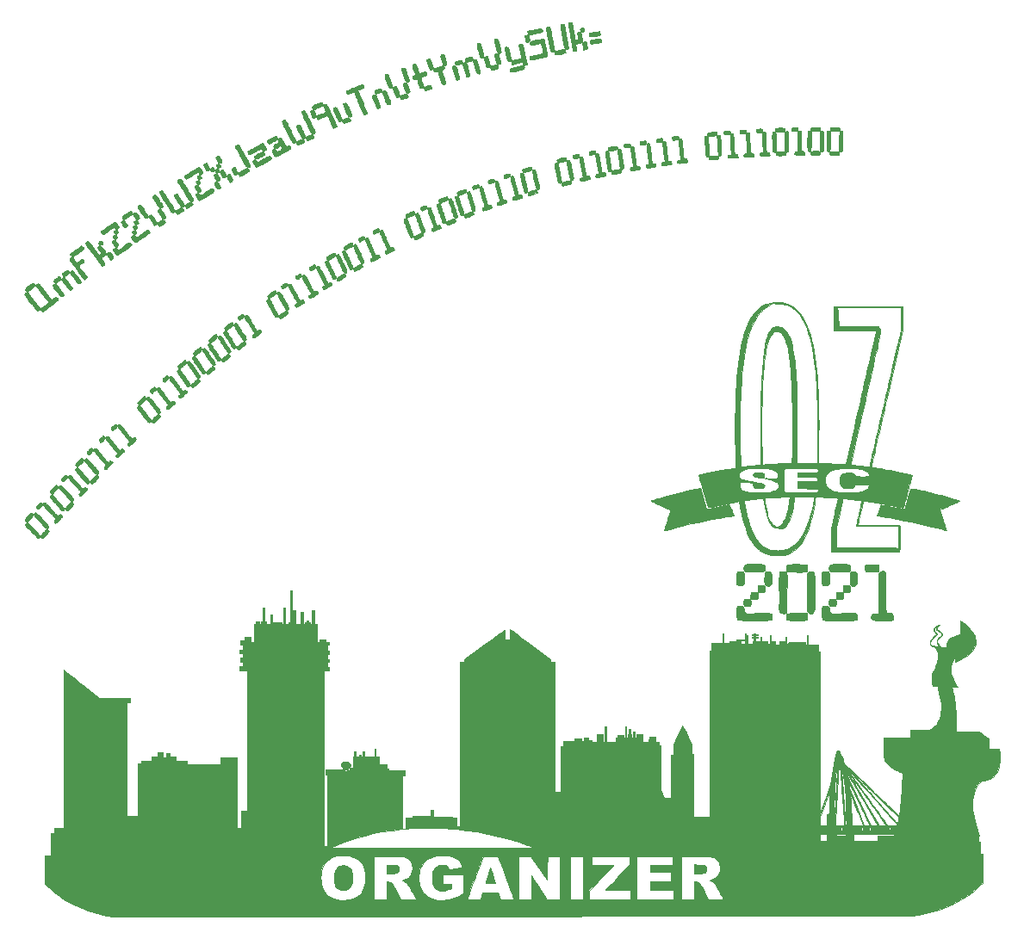
<source format=gbr>
%TF.GenerationSoftware,KiCad,Pcbnew,(5.1.10)-1*%
%TF.CreationDate,2021-10-02T23:38:01-05:00*%
%TF.ProjectId,OzSec 2021 - Organizer,4f7a5365-6320-4323-9032-31202d204f72,rev?*%
%TF.SameCoordinates,Original*%
%TF.FileFunction,Legend,Top*%
%TF.FilePolarity,Positive*%
%FSLAX46Y46*%
G04 Gerber Fmt 4.6, Leading zero omitted, Abs format (unit mm)*
G04 Created by KiCad (PCBNEW (5.1.10)-1) date 2021-10-02 23:38:01*
%MOMM*%
%LPD*%
G01*
G04 APERTURE LIST*
%ADD10C,0.010000*%
G04 APERTURE END LIST*
D10*
%TO.C,G\u002A\u002A\u002A*%
G36*
X160056726Y-93048542D02*
G01*
X160189769Y-93058155D01*
X160289864Y-93077821D01*
X160361604Y-93110522D01*
X160409584Y-93159241D01*
X160438396Y-93226959D01*
X160452635Y-93316657D01*
X160456761Y-93416417D01*
X160458750Y-93585750D01*
X160331750Y-93589757D01*
X160261023Y-93587218D01*
X160161970Y-93577351D01*
X160047651Y-93561719D01*
X159931129Y-93541888D01*
X159929584Y-93541595D01*
X159753689Y-93507187D01*
X159615592Y-93477614D01*
X159511173Y-93451779D01*
X159436314Y-93428587D01*
X159386895Y-93406945D01*
X159364286Y-93391285D01*
X159333200Y-93337170D01*
X159329489Y-93266109D01*
X159352636Y-93192999D01*
X159372221Y-93162706D01*
X159410048Y-93121598D01*
X159454112Y-93091198D01*
X159511128Y-93069981D01*
X159587812Y-93056423D01*
X159690878Y-93048997D01*
X159827042Y-93046180D01*
X159886142Y-93046000D01*
X160056726Y-93048542D01*
G37*
X160056726Y-93048542D02*
X160189769Y-93058155D01*
X160289864Y-93077821D01*
X160361604Y-93110522D01*
X160409584Y-93159241D01*
X160438396Y-93226959D01*
X160452635Y-93316657D01*
X160456761Y-93416417D01*
X160458750Y-93585750D01*
X160331750Y-93589757D01*
X160261023Y-93587218D01*
X160161970Y-93577351D01*
X160047651Y-93561719D01*
X159931129Y-93541888D01*
X159929584Y-93541595D01*
X159753689Y-93507187D01*
X159615592Y-93477614D01*
X159511173Y-93451779D01*
X159436314Y-93428587D01*
X159386895Y-93406945D01*
X159364286Y-93391285D01*
X159333200Y-93337170D01*
X159329489Y-93266109D01*
X159352636Y-93192999D01*
X159372221Y-93162706D01*
X159410048Y-93121598D01*
X159454112Y-93091198D01*
X159511128Y-93069981D01*
X159587812Y-93056423D01*
X159690878Y-93048997D01*
X159827042Y-93046180D01*
X159886142Y-93046000D01*
X160056726Y-93048542D01*
G36*
X160643966Y-93602858D02*
G01*
X160670417Y-93617500D01*
X160661474Y-93631903D01*
X160618353Y-93638511D01*
X160608166Y-93638667D01*
X160558705Y-93633432D01*
X160533611Y-93620535D01*
X160532834Y-93617500D01*
X160551198Y-93602525D01*
X160595084Y-93596334D01*
X160643966Y-93602858D01*
G37*
X160643966Y-93602858D02*
X160670417Y-93617500D01*
X160661474Y-93631903D01*
X160618353Y-93638511D01*
X160608166Y-93638667D01*
X160558705Y-93633432D01*
X160533611Y-93620535D01*
X160532834Y-93617500D01*
X160551198Y-93602525D01*
X160595084Y-93596334D01*
X160643966Y-93602858D01*
G36*
X154008209Y-131638437D02*
G01*
X154199488Y-131644329D01*
X154349670Y-131652460D01*
X154458377Y-131662802D01*
X154525232Y-131675327D01*
X154530898Y-131677138D01*
X154636172Y-131733563D01*
X154715012Y-131816137D01*
X154766436Y-131917179D01*
X154789464Y-132029012D01*
X154783115Y-132143956D01*
X154746407Y-132254334D01*
X154678359Y-132352465D01*
X154623414Y-132401287D01*
X154542907Y-132442339D01*
X154425049Y-132475589D01*
X154274226Y-132500317D01*
X154094823Y-132515804D01*
X153891792Y-132521330D01*
X153569000Y-132521834D01*
X153569000Y-131628556D01*
X154008209Y-131638437D01*
G37*
X154008209Y-131638437D02*
X154199488Y-131644329D01*
X154349670Y-131652460D01*
X154458377Y-131662802D01*
X154525232Y-131675327D01*
X154530898Y-131677138D01*
X154636172Y-131733563D01*
X154715012Y-131816137D01*
X154766436Y-131917179D01*
X154789464Y-132029012D01*
X154783115Y-132143956D01*
X154746407Y-132254334D01*
X154678359Y-132352465D01*
X154623414Y-132401287D01*
X154542907Y-132442339D01*
X154425049Y-132475589D01*
X154274226Y-132500317D01*
X154094823Y-132515804D01*
X153891792Y-132521330D01*
X153569000Y-132521834D01*
X153569000Y-131628556D01*
X154008209Y-131638437D01*
G36*
X133516740Y-131912642D02*
G01*
X133539260Y-131957360D01*
X133570603Y-132043286D01*
X133595544Y-132120689D01*
X133653823Y-132308255D01*
X133711523Y-132494803D01*
X133767289Y-132675881D01*
X133819765Y-132847038D01*
X133867597Y-133003822D01*
X133909430Y-133141780D01*
X133943908Y-133256462D01*
X133969678Y-133343415D01*
X133985384Y-133398188D01*
X133989810Y-133416125D01*
X133969646Y-133420688D01*
X133913124Y-133424738D01*
X133826217Y-133428076D01*
X133714899Y-133430503D01*
X133585142Y-133431820D01*
X133513584Y-133432000D01*
X133376703Y-133431537D01*
X133255204Y-133430239D01*
X133155060Y-133428244D01*
X133082246Y-133425688D01*
X133042736Y-133422709D01*
X133037334Y-133421066D01*
X133043372Y-133397007D01*
X133060354Y-133338068D01*
X133086579Y-133249769D01*
X133120347Y-133137633D01*
X133159958Y-133007180D01*
X133203710Y-132863931D01*
X133249905Y-132713407D01*
X133296841Y-132561130D01*
X133342819Y-132412620D01*
X133386138Y-132273398D01*
X133425097Y-132148986D01*
X133457997Y-132044905D01*
X133483136Y-131966675D01*
X133498816Y-131919817D01*
X133502995Y-131909023D01*
X133516740Y-131912642D01*
G37*
X133516740Y-131912642D02*
X133539260Y-131957360D01*
X133570603Y-132043286D01*
X133595544Y-132120689D01*
X133653823Y-132308255D01*
X133711523Y-132494803D01*
X133767289Y-132675881D01*
X133819765Y-132847038D01*
X133867597Y-133003822D01*
X133909430Y-133141780D01*
X133943908Y-133256462D01*
X133969678Y-133343415D01*
X133985384Y-133398188D01*
X133989810Y-133416125D01*
X133969646Y-133420688D01*
X133913124Y-133424738D01*
X133826217Y-133428076D01*
X133714899Y-133430503D01*
X133585142Y-133431820D01*
X133513584Y-133432000D01*
X133376703Y-133431537D01*
X133255204Y-133430239D01*
X133155060Y-133428244D01*
X133082246Y-133425688D01*
X133042736Y-133422709D01*
X133037334Y-133421066D01*
X133043372Y-133397007D01*
X133060354Y-133338068D01*
X133086579Y-133249769D01*
X133120347Y-133137633D01*
X133159958Y-133007180D01*
X133203710Y-132863931D01*
X133249905Y-132713407D01*
X133296841Y-132561130D01*
X133342819Y-132412620D01*
X133386138Y-132273398D01*
X133425097Y-132148986D01*
X133457997Y-132044905D01*
X133483136Y-131966675D01*
X133498816Y-131919817D01*
X133502995Y-131909023D01*
X133516740Y-131912642D01*
G36*
X123766334Y-131643479D02*
G01*
X123933897Y-131644343D01*
X124065444Y-131647596D01*
X124167271Y-131654304D01*
X124245675Y-131665536D01*
X124306953Y-131682360D01*
X124357401Y-131705845D01*
X124403315Y-131737059D01*
X124425916Y-131755373D01*
X124496489Y-131836516D01*
X124536810Y-131938656D01*
X124549500Y-132066914D01*
X124537859Y-132184147D01*
X124501396Y-132281776D01*
X124437804Y-132360977D01*
X124344774Y-132422928D01*
X124219997Y-132468805D01*
X124061166Y-132499788D01*
X123865972Y-132517052D01*
X123657572Y-132521834D01*
X123526577Y-132520850D01*
X123433133Y-132517636D01*
X123372495Y-132511799D01*
X123339920Y-132502945D01*
X123331279Y-132494751D01*
X123328343Y-132465975D01*
X123326323Y-132401869D01*
X123325291Y-132309428D01*
X123325322Y-132195646D01*
X123326489Y-132067518D01*
X123326652Y-132055543D01*
X123332417Y-131643417D01*
X123766334Y-131643479D01*
G37*
X123766334Y-131643479D02*
X123933897Y-131644343D01*
X124065444Y-131647596D01*
X124167271Y-131654304D01*
X124245675Y-131665536D01*
X124306953Y-131682360D01*
X124357401Y-131705845D01*
X124403315Y-131737059D01*
X124425916Y-131755373D01*
X124496489Y-131836516D01*
X124536810Y-131938656D01*
X124549500Y-132066914D01*
X124537859Y-132184147D01*
X124501396Y-132281776D01*
X124437804Y-132360977D01*
X124344774Y-132422928D01*
X124219997Y-132468805D01*
X124061166Y-132499788D01*
X123865972Y-132517052D01*
X123657572Y-132521834D01*
X123526577Y-132520850D01*
X123433133Y-132517636D01*
X123372495Y-132511799D01*
X123339920Y-132502945D01*
X123331279Y-132494751D01*
X123328343Y-132465975D01*
X123326323Y-132401869D01*
X123325291Y-132309428D01*
X123325322Y-132195646D01*
X123326489Y-132067518D01*
X123326652Y-132055543D01*
X123332417Y-131643417D01*
X123766334Y-131643479D01*
G36*
X119180524Y-131707087D02*
G01*
X119288843Y-131728780D01*
X119468866Y-131794095D01*
X119619738Y-131889110D01*
X119742205Y-132014688D01*
X119837017Y-132171689D01*
X119904920Y-132360975D01*
X119928552Y-132465538D01*
X119942172Y-132553462D01*
X119950491Y-132650135D01*
X119953897Y-132765010D01*
X119952781Y-132907541D01*
X119950472Y-132998084D01*
X119943209Y-133173036D01*
X119931853Y-133314954D01*
X119914623Y-133433074D01*
X119889739Y-133536632D01*
X119855418Y-133634864D01*
X119809878Y-133737006D01*
X119806655Y-133743655D01*
X119719175Y-133876870D01*
X119601094Y-133986365D01*
X119458273Y-134069932D01*
X119296571Y-134125366D01*
X119121845Y-134150460D01*
X118939957Y-134143007D01*
X118813334Y-134117733D01*
X118648085Y-134054068D01*
X118500647Y-133958882D01*
X118378656Y-133838150D01*
X118297862Y-133714431D01*
X118275620Y-133661652D01*
X118247947Y-133583479D01*
X118220283Y-133495428D01*
X118216261Y-133481597D01*
X118198561Y-133415085D01*
X118185820Y-133351879D01*
X118177269Y-133283067D01*
X118172141Y-133199738D01*
X118169667Y-133092980D01*
X118169079Y-132953883D01*
X118169099Y-132934584D01*
X118171567Y-132750230D01*
X118179342Y-132599438D01*
X118193831Y-132473617D01*
X118216439Y-132364177D01*
X118248572Y-132262526D01*
X118291638Y-132160073D01*
X118298166Y-132146134D01*
X118389828Y-131999709D01*
X118510945Y-131879510D01*
X118656044Y-131787844D01*
X118819655Y-131727014D01*
X118996306Y-131699327D01*
X119180524Y-131707087D01*
G37*
X119180524Y-131707087D02*
X119288843Y-131728780D01*
X119468866Y-131794095D01*
X119619738Y-131889110D01*
X119742205Y-132014688D01*
X119837017Y-132171689D01*
X119904920Y-132360975D01*
X119928552Y-132465538D01*
X119942172Y-132553462D01*
X119950491Y-132650135D01*
X119953897Y-132765010D01*
X119952781Y-132907541D01*
X119950472Y-132998084D01*
X119943209Y-133173036D01*
X119931853Y-133314954D01*
X119914623Y-133433074D01*
X119889739Y-133536632D01*
X119855418Y-133634864D01*
X119809878Y-133737006D01*
X119806655Y-133743655D01*
X119719175Y-133876870D01*
X119601094Y-133986365D01*
X119458273Y-134069932D01*
X119296571Y-134125366D01*
X119121845Y-134150460D01*
X118939957Y-134143007D01*
X118813334Y-134117733D01*
X118648085Y-134054068D01*
X118500647Y-133958882D01*
X118378656Y-133838150D01*
X118297862Y-133714431D01*
X118275620Y-133661652D01*
X118247947Y-133583479D01*
X118220283Y-133495428D01*
X118216261Y-133481597D01*
X118198561Y-133415085D01*
X118185820Y-133351879D01*
X118177269Y-133283067D01*
X118172141Y-133199738D01*
X118169667Y-133092980D01*
X118169079Y-132953883D01*
X118169099Y-132934584D01*
X118171567Y-132750230D01*
X118179342Y-132599438D01*
X118193831Y-132473617D01*
X118216439Y-132364177D01*
X118248572Y-132262526D01*
X118291638Y-132160073D01*
X118298166Y-132146134D01*
X118389828Y-131999709D01*
X118510945Y-131879510D01*
X118656044Y-131787844D01*
X118819655Y-131727014D01*
X118996306Y-131699327D01*
X119180524Y-131707087D01*
G36*
X142681660Y-49327307D02*
G01*
X142718580Y-49376053D01*
X142729440Y-49403045D01*
X142751963Y-49502629D01*
X142740765Y-49583041D01*
X142694639Y-49652221D01*
X142690962Y-49655962D01*
X142628302Y-49702440D01*
X142561338Y-49714450D01*
X142479014Y-49693432D01*
X142461000Y-49685944D01*
X142391615Y-49634651D01*
X142351732Y-49559187D01*
X142345592Y-49469352D01*
X142352507Y-49435201D01*
X142375090Y-49378208D01*
X142411167Y-49342390D01*
X142471142Y-49320766D01*
X142539997Y-49309419D01*
X142625175Y-49306600D01*
X142681660Y-49327307D01*
G37*
X142681660Y-49327307D02*
X142718580Y-49376053D01*
X142729440Y-49403045D01*
X142751963Y-49502629D01*
X142740765Y-49583041D01*
X142694639Y-49652221D01*
X142690962Y-49655962D01*
X142628302Y-49702440D01*
X142561338Y-49714450D01*
X142479014Y-49693432D01*
X142461000Y-49685944D01*
X142391615Y-49634651D01*
X142351732Y-49559187D01*
X142345592Y-49469352D01*
X142352507Y-49435201D01*
X142375090Y-49378208D01*
X142411167Y-49342390D01*
X142471142Y-49320766D01*
X142539997Y-49309419D01*
X142625175Y-49306600D01*
X142681660Y-49327307D01*
G36*
X138521222Y-49377288D02*
G01*
X138574731Y-49428040D01*
X138617724Y-49499586D01*
X138642888Y-49581257D01*
X138646500Y-49623473D01*
X138637019Y-49664596D01*
X138605162Y-49697527D01*
X138545813Y-49724694D01*
X138453852Y-49748524D01*
X138339584Y-49769028D01*
X138219788Y-49791621D01*
X138087924Y-49822087D01*
X137967542Y-49854851D01*
X137937417Y-49864221D01*
X137836348Y-49894808D01*
X137726727Y-49924542D01*
X137618201Y-49951191D01*
X137520417Y-49972523D01*
X137443025Y-49986306D01*
X137395672Y-49990308D01*
X137393268Y-49990118D01*
X137351887Y-49984276D01*
X137313000Y-49977742D01*
X137264773Y-49963797D01*
X137233048Y-49936246D01*
X137209388Y-49884606D01*
X137193204Y-49828879D01*
X137170800Y-49732909D01*
X137165105Y-49668659D01*
X137177817Y-49628265D01*
X137210635Y-49603863D01*
X137244209Y-49592680D01*
X137313040Y-49577718D01*
X137398189Y-49563387D01*
X137440000Y-49557756D01*
X137496626Y-49548958D01*
X137586125Y-49532636D01*
X137700043Y-49510443D01*
X137829925Y-49484033D01*
X137967318Y-49455057D01*
X137986660Y-49450892D01*
X138118717Y-49422861D01*
X138239054Y-49398223D01*
X138340682Y-49378336D01*
X138416607Y-49364559D01*
X138459840Y-49358252D01*
X138464512Y-49358000D01*
X138521222Y-49377288D01*
G37*
X138521222Y-49377288D02*
X138574731Y-49428040D01*
X138617724Y-49499586D01*
X138642888Y-49581257D01*
X138646500Y-49623473D01*
X138637019Y-49664596D01*
X138605162Y-49697527D01*
X138545813Y-49724694D01*
X138453852Y-49748524D01*
X138339584Y-49769028D01*
X138219788Y-49791621D01*
X138087924Y-49822087D01*
X137967542Y-49854851D01*
X137937417Y-49864221D01*
X137836348Y-49894808D01*
X137726727Y-49924542D01*
X137618201Y-49951191D01*
X137520417Y-49972523D01*
X137443025Y-49986306D01*
X137395672Y-49990308D01*
X137393268Y-49990118D01*
X137351887Y-49984276D01*
X137313000Y-49977742D01*
X137264773Y-49963797D01*
X137233048Y-49936246D01*
X137209388Y-49884606D01*
X137193204Y-49828879D01*
X137170800Y-49732909D01*
X137165105Y-49668659D01*
X137177817Y-49628265D01*
X137210635Y-49603863D01*
X137244209Y-49592680D01*
X137313040Y-49577718D01*
X137398189Y-49563387D01*
X137440000Y-49557756D01*
X137496626Y-49548958D01*
X137586125Y-49532636D01*
X137700043Y-49510443D01*
X137829925Y-49484033D01*
X137967318Y-49455057D01*
X137986660Y-49450892D01*
X138118717Y-49422861D01*
X138239054Y-49398223D01*
X138340682Y-49378336D01*
X138416607Y-49364559D01*
X138459840Y-49358252D01*
X138464512Y-49358000D01*
X138521222Y-49377288D01*
G36*
X144223075Y-49667598D02*
G01*
X144224900Y-49668223D01*
X144250778Y-49697347D01*
X144273721Y-49755434D01*
X144291336Y-49829116D01*
X144301232Y-49905025D01*
X144301013Y-49969795D01*
X144288288Y-50010058D01*
X144286445Y-50012026D01*
X144244154Y-50034945D01*
X144167923Y-50059717D01*
X144066005Y-50084741D01*
X143946652Y-50108412D01*
X143818116Y-50129129D01*
X143688650Y-50145288D01*
X143566507Y-50155287D01*
X143542899Y-50156440D01*
X143264049Y-50168214D01*
X143240080Y-50079203D01*
X143226014Y-50002597D01*
X143221887Y-49927128D01*
X143222598Y-49914468D01*
X143227356Y-49876731D01*
X143239453Y-49851260D01*
X143267430Y-49831862D01*
X143319826Y-49812345D01*
X143394791Y-49789598D01*
X143487616Y-49766892D01*
X143605098Y-49745051D01*
X143729616Y-49727098D01*
X143807541Y-49718807D01*
X143912910Y-49708372D01*
X144009346Y-49696660D01*
X144085160Y-49685217D01*
X144124588Y-49676878D01*
X144181041Y-49666138D01*
X144223075Y-49667598D01*
G37*
X144223075Y-49667598D02*
X144224900Y-49668223D01*
X144250778Y-49697347D01*
X144273721Y-49755434D01*
X144291336Y-49829116D01*
X144301232Y-49905025D01*
X144301013Y-49969795D01*
X144288288Y-50010058D01*
X144286445Y-50012026D01*
X144244154Y-50034945D01*
X144167923Y-50059717D01*
X144066005Y-50084741D01*
X143946652Y-50108412D01*
X143818116Y-50129129D01*
X143688650Y-50145288D01*
X143566507Y-50155287D01*
X143542899Y-50156440D01*
X143264049Y-50168214D01*
X143240080Y-50079203D01*
X143226014Y-50002597D01*
X143221887Y-49927128D01*
X143222598Y-49914468D01*
X143227356Y-49876731D01*
X143239453Y-49851260D01*
X143267430Y-49831862D01*
X143319826Y-49812345D01*
X143394791Y-49789598D01*
X143487616Y-49766892D01*
X143605098Y-49745051D01*
X143729616Y-49727098D01*
X143807541Y-49718807D01*
X143912910Y-49708372D01*
X144009346Y-49696660D01*
X144085160Y-49685217D01*
X144124588Y-49676878D01*
X144181041Y-49666138D01*
X144223075Y-49667598D01*
G36*
X137215847Y-49999118D02*
G01*
X137241066Y-50016584D01*
X137256697Y-50037973D01*
X137277021Y-50084822D01*
X137297502Y-50157171D01*
X137312161Y-50230591D01*
X137326989Y-50312613D01*
X137343147Y-50385042D01*
X137355654Y-50427761D01*
X137376329Y-50514613D01*
X137374019Y-50595378D01*
X137350094Y-50657777D01*
X137327500Y-50680297D01*
X137263894Y-50708480D01*
X137187000Y-50724401D01*
X137113202Y-50726354D01*
X137058884Y-50712631D01*
X137053109Y-50708878D01*
X137031858Y-50675272D01*
X137007199Y-50608643D01*
X136981384Y-50517921D01*
X136956663Y-50412038D01*
X136935288Y-50299924D01*
X136919509Y-50190509D01*
X136917217Y-50169681D01*
X136914353Y-50102685D01*
X136927059Y-50058306D01*
X136962337Y-50030353D01*
X137027185Y-50012632D01*
X137107465Y-50001377D01*
X137175804Y-49995151D01*
X137215847Y-49999118D01*
G37*
X137215847Y-49999118D02*
X137241066Y-50016584D01*
X137256697Y-50037973D01*
X137277021Y-50084822D01*
X137297502Y-50157171D01*
X137312161Y-50230591D01*
X137326989Y-50312613D01*
X137343147Y-50385042D01*
X137355654Y-50427761D01*
X137376329Y-50514613D01*
X137374019Y-50595378D01*
X137350094Y-50657777D01*
X137327500Y-50680297D01*
X137263894Y-50708480D01*
X137187000Y-50724401D01*
X137113202Y-50726354D01*
X137058884Y-50712631D01*
X137053109Y-50708878D01*
X137031858Y-50675272D01*
X137007199Y-50608643D01*
X136981384Y-50517921D01*
X136956663Y-50412038D01*
X136935288Y-50299924D01*
X136919509Y-50190509D01*
X136917217Y-50169681D01*
X136914353Y-50102685D01*
X136927059Y-50058306D01*
X136962337Y-50030353D01*
X137027185Y-50012632D01*
X137107465Y-50001377D01*
X137175804Y-49995151D01*
X137215847Y-49999118D01*
G36*
X144337160Y-50369940D02*
G01*
X144365347Y-50403622D01*
X144383702Y-50468430D01*
X144396605Y-50569799D01*
X144397306Y-50577205D01*
X144409412Y-50706849D01*
X144263748Y-50750942D01*
X144140072Y-50787022D01*
X144037784Y-50812624D01*
X143942613Y-50830135D01*
X143840289Y-50841939D01*
X143716542Y-50850420D01*
X143647669Y-50853901D01*
X143533816Y-50858889D01*
X143455149Y-50860779D01*
X143404594Y-50858925D01*
X143375072Y-50852683D01*
X143359510Y-50841407D01*
X143351794Y-50826939D01*
X143342945Y-50784230D01*
X143336952Y-50716487D01*
X143335375Y-50662356D01*
X143334917Y-50537961D01*
X143499545Y-50488777D01*
X143591129Y-50466171D01*
X143707797Y-50444151D01*
X143832372Y-50425701D01*
X143915651Y-50416458D01*
X144021352Y-50405653D01*
X144117635Y-50393862D01*
X144193163Y-50382592D01*
X144233777Y-50374208D01*
X144294763Y-50361947D01*
X144337160Y-50369940D01*
G37*
X144337160Y-50369940D02*
X144365347Y-50403622D01*
X144383702Y-50468430D01*
X144396605Y-50569799D01*
X144397306Y-50577205D01*
X144409412Y-50706849D01*
X144263748Y-50750942D01*
X144140072Y-50787022D01*
X144037784Y-50812624D01*
X143942613Y-50830135D01*
X143840289Y-50841939D01*
X143716542Y-50850420D01*
X143647669Y-50853901D01*
X143533816Y-50858889D01*
X143455149Y-50860779D01*
X143404594Y-50858925D01*
X143375072Y-50852683D01*
X143359510Y-50841407D01*
X143351794Y-50826939D01*
X143342945Y-50784230D01*
X143336952Y-50716487D01*
X143335375Y-50662356D01*
X143334917Y-50537961D01*
X143499545Y-50488777D01*
X143591129Y-50466171D01*
X143707797Y-50444151D01*
X143832372Y-50425701D01*
X143915651Y-50416458D01*
X144021352Y-50405653D01*
X144117635Y-50393862D01*
X144193163Y-50382592D01*
X144233777Y-50374208D01*
X144294763Y-50361947D01*
X144337160Y-50369940D01*
G36*
X140677424Y-48946847D02*
G01*
X140718426Y-48954735D01*
X140743545Y-48975720D01*
X140766001Y-49015963D01*
X140768466Y-49020991D01*
X140787166Y-49074291D01*
X140807569Y-49156573D01*
X140826675Y-49254746D01*
X140836668Y-49318666D01*
X140848048Y-49391416D01*
X140866508Y-49499275D01*
X140890876Y-49635831D01*
X140919978Y-49794672D01*
X140952640Y-49969387D01*
X140987690Y-50153563D01*
X141020366Y-50322425D01*
X141065771Y-50557919D01*
X141102525Y-50755522D01*
X141131042Y-50918694D01*
X141151738Y-51050897D01*
X141165029Y-51155590D01*
X141171329Y-51236233D01*
X141171055Y-51296287D01*
X141164622Y-51339213D01*
X141152444Y-51368470D01*
X141146867Y-51376164D01*
X141102133Y-51401651D01*
X141035402Y-51410453D01*
X140963510Y-51402740D01*
X140903293Y-51378679D01*
X140896288Y-51373655D01*
X140856618Y-51329369D01*
X140819314Y-51258917D01*
X140783626Y-51159538D01*
X140748807Y-51028475D01*
X140714107Y-50862966D01*
X140678777Y-50660255D01*
X140647988Y-50458667D01*
X140625086Y-50311131D01*
X140595891Y-50138112D01*
X140563218Y-49955469D01*
X140529882Y-49779061D01*
X140507072Y-49664917D01*
X140471549Y-49490753D01*
X140444489Y-49352966D01*
X140425399Y-49246556D01*
X140413789Y-49166524D01*
X140409167Y-49107871D01*
X140411042Y-49065596D01*
X140418923Y-49034702D01*
X140432319Y-49010188D01*
X140441534Y-48998014D01*
X140472502Y-48967920D01*
X140512029Y-48952195D01*
X140574193Y-48946411D01*
X140607316Y-48945895D01*
X140677424Y-48946847D01*
G37*
X140677424Y-48946847D02*
X140718426Y-48954735D01*
X140743545Y-48975720D01*
X140766001Y-49015963D01*
X140768466Y-49020991D01*
X140787166Y-49074291D01*
X140807569Y-49156573D01*
X140826675Y-49254746D01*
X140836668Y-49318666D01*
X140848048Y-49391416D01*
X140866508Y-49499275D01*
X140890876Y-49635831D01*
X140919978Y-49794672D01*
X140952640Y-49969387D01*
X140987690Y-50153563D01*
X141020366Y-50322425D01*
X141065771Y-50557919D01*
X141102525Y-50755522D01*
X141131042Y-50918694D01*
X141151738Y-51050897D01*
X141165029Y-51155590D01*
X141171329Y-51236233D01*
X141171055Y-51296287D01*
X141164622Y-51339213D01*
X141152444Y-51368470D01*
X141146867Y-51376164D01*
X141102133Y-51401651D01*
X141035402Y-51410453D01*
X140963510Y-51402740D01*
X140903293Y-51378679D01*
X140896288Y-51373655D01*
X140856618Y-51329369D01*
X140819314Y-51258917D01*
X140783626Y-51159538D01*
X140748807Y-51028475D01*
X140714107Y-50862966D01*
X140678777Y-50660255D01*
X140647988Y-50458667D01*
X140625086Y-50311131D01*
X140595891Y-50138112D01*
X140563218Y-49955469D01*
X140529882Y-49779061D01*
X140507072Y-49664917D01*
X140471549Y-49490753D01*
X140444489Y-49352966D01*
X140425399Y-49246556D01*
X140413789Y-49166524D01*
X140409167Y-49107871D01*
X140411042Y-49065596D01*
X140418923Y-49034702D01*
X140432319Y-49010188D01*
X140441534Y-48998014D01*
X140472502Y-48967920D01*
X140512029Y-48952195D01*
X140574193Y-48946411D01*
X140607316Y-48945895D01*
X140677424Y-48946847D01*
G36*
X142866308Y-50657802D02*
G01*
X142919082Y-50673661D01*
X142947349Y-50704871D01*
X142962661Y-50750557D01*
X142981523Y-50839684D01*
X142999662Y-50953936D01*
X143014892Y-51076130D01*
X143025026Y-51189083D01*
X143028000Y-51263988D01*
X143025202Y-51328593D01*
X143012287Y-51365905D01*
X142982478Y-51390835D01*
X142966323Y-51399641D01*
X142909230Y-51420568D01*
X142832073Y-51438541D01*
X142787958Y-51445250D01*
X142671270Y-51458964D01*
X142651333Y-51376857D01*
X142640986Y-51321985D01*
X142628539Y-51237561D01*
X142615735Y-51136193D01*
X142606685Y-51054075D01*
X142596459Y-50947134D01*
X142591931Y-50873352D01*
X142593366Y-50823901D01*
X142601032Y-50789958D01*
X142615196Y-50762696D01*
X142615523Y-50762197D01*
X142679880Y-50699314D01*
X142766086Y-50661814D01*
X142857987Y-50656422D01*
X142866308Y-50657802D01*
G37*
X142866308Y-50657802D02*
X142919082Y-50673661D01*
X142947349Y-50704871D01*
X142962661Y-50750557D01*
X142981523Y-50839684D01*
X142999662Y-50953936D01*
X143014892Y-51076130D01*
X143025026Y-51189083D01*
X143028000Y-51263988D01*
X143025202Y-51328593D01*
X143012287Y-51365905D01*
X142982478Y-51390835D01*
X142966323Y-51399641D01*
X142909230Y-51420568D01*
X142832073Y-51438541D01*
X142787958Y-51445250D01*
X142671270Y-51458964D01*
X142651333Y-51376857D01*
X142640986Y-51321985D01*
X142628539Y-51237561D01*
X142615735Y-51136193D01*
X142606685Y-51054075D01*
X142596459Y-50947134D01*
X142591931Y-50873352D01*
X142593366Y-50823901D01*
X142601032Y-50789958D01*
X142615196Y-50762696D01*
X142615523Y-50762197D01*
X142679880Y-50699314D01*
X142766086Y-50661814D01*
X142857987Y-50656422D01*
X142866308Y-50657802D01*
G36*
X141485678Y-48794074D02*
G01*
X141519529Y-48813078D01*
X141542005Y-48849997D01*
X141547633Y-48864001D01*
X141556603Y-48899309D01*
X141571047Y-48970096D01*
X141589887Y-49070016D01*
X141612048Y-49192724D01*
X141636455Y-49331873D01*
X141662031Y-49481119D01*
X141687702Y-49634117D01*
X141712390Y-49784520D01*
X141735021Y-49925983D01*
X141754519Y-50052162D01*
X141769808Y-50156710D01*
X141779812Y-50233282D01*
X141779906Y-50234101D01*
X141796111Y-50335993D01*
X141817142Y-50409178D01*
X141834777Y-50440476D01*
X141891590Y-50473055D01*
X141971351Y-50475905D01*
X142065597Y-50449164D01*
X142101236Y-50431289D01*
X142124614Y-50408259D01*
X142136266Y-50373383D01*
X142136723Y-50319972D01*
X142126521Y-50241336D01*
X142106191Y-50130786D01*
X142095338Y-50076107D01*
X142072288Y-49950498D01*
X142063123Y-49859404D01*
X142070625Y-49796489D01*
X142097577Y-49755416D01*
X142146762Y-49729849D01*
X142220962Y-49713451D01*
X142256903Y-49708224D01*
X142318025Y-49702213D01*
X142360695Y-49708055D01*
X142390964Y-49732271D01*
X142414882Y-49781377D01*
X142438499Y-49861893D01*
X142452935Y-49919413D01*
X142470315Y-49999923D01*
X142489646Y-50105347D01*
X142509402Y-50225326D01*
X142528057Y-50349504D01*
X142544086Y-50467521D01*
X142555963Y-50569022D01*
X142562161Y-50643648D01*
X142562703Y-50664554D01*
X142551198Y-50705961D01*
X142514391Y-50739548D01*
X142447760Y-50767352D01*
X142346785Y-50791412D01*
X142243253Y-50808600D01*
X142106698Y-50832987D01*
X142008785Y-50863210D01*
X141945833Y-50904124D01*
X141914162Y-50960584D01*
X141910092Y-51037445D01*
X141929944Y-51139562D01*
X141947017Y-51199399D01*
X141979647Y-51327679D01*
X141989295Y-51425127D01*
X141975970Y-51496454D01*
X141947655Y-51539012D01*
X141874476Y-51592456D01*
X141795483Y-51618495D01*
X141721665Y-51615510D01*
X141664014Y-51581884D01*
X141663108Y-51580896D01*
X141651647Y-51559810D01*
X141638043Y-51517984D01*
X141621706Y-51452476D01*
X141602044Y-51360342D01*
X141578468Y-51238639D01*
X141550388Y-51084425D01*
X141517213Y-50894756D01*
X141478353Y-50666689D01*
X141471007Y-50623104D01*
X141436304Y-50417176D01*
X141401680Y-50212199D01*
X141368217Y-50014550D01*
X141337000Y-49830606D01*
X141309111Y-49666745D01*
X141285632Y-49529343D01*
X141267647Y-49424778D01*
X141262263Y-49393744D01*
X141242404Y-49270441D01*
X141225774Y-49149523D01*
X141213823Y-49042895D01*
X141208002Y-48962459D01*
X141207667Y-48945638D01*
X141207667Y-48811036D01*
X141343572Y-48796482D01*
X141430383Y-48789653D01*
X141485678Y-48794074D01*
G37*
X141485678Y-48794074D02*
X141519529Y-48813078D01*
X141542005Y-48849997D01*
X141547633Y-48864001D01*
X141556603Y-48899309D01*
X141571047Y-48970096D01*
X141589887Y-49070016D01*
X141612048Y-49192724D01*
X141636455Y-49331873D01*
X141662031Y-49481119D01*
X141687702Y-49634117D01*
X141712390Y-49784520D01*
X141735021Y-49925983D01*
X141754519Y-50052162D01*
X141769808Y-50156710D01*
X141779812Y-50233282D01*
X141779906Y-50234101D01*
X141796111Y-50335993D01*
X141817142Y-50409178D01*
X141834777Y-50440476D01*
X141891590Y-50473055D01*
X141971351Y-50475905D01*
X142065597Y-50449164D01*
X142101236Y-50431289D01*
X142124614Y-50408259D01*
X142136266Y-50373383D01*
X142136723Y-50319972D01*
X142126521Y-50241336D01*
X142106191Y-50130786D01*
X142095338Y-50076107D01*
X142072288Y-49950498D01*
X142063123Y-49859404D01*
X142070625Y-49796489D01*
X142097577Y-49755416D01*
X142146762Y-49729849D01*
X142220962Y-49713451D01*
X142256903Y-49708224D01*
X142318025Y-49702213D01*
X142360695Y-49708055D01*
X142390964Y-49732271D01*
X142414882Y-49781377D01*
X142438499Y-49861893D01*
X142452935Y-49919413D01*
X142470315Y-49999923D01*
X142489646Y-50105347D01*
X142509402Y-50225326D01*
X142528057Y-50349504D01*
X142544086Y-50467521D01*
X142555963Y-50569022D01*
X142562161Y-50643648D01*
X142562703Y-50664554D01*
X142551198Y-50705961D01*
X142514391Y-50739548D01*
X142447760Y-50767352D01*
X142346785Y-50791412D01*
X142243253Y-50808600D01*
X142106698Y-50832987D01*
X142008785Y-50863210D01*
X141945833Y-50904124D01*
X141914162Y-50960584D01*
X141910092Y-51037445D01*
X141929944Y-51139562D01*
X141947017Y-51199399D01*
X141979647Y-51327679D01*
X141989295Y-51425127D01*
X141975970Y-51496454D01*
X141947655Y-51539012D01*
X141874476Y-51592456D01*
X141795483Y-51618495D01*
X141721665Y-51615510D01*
X141664014Y-51581884D01*
X141663108Y-51580896D01*
X141651647Y-51559810D01*
X141638043Y-51517984D01*
X141621706Y-51452476D01*
X141602044Y-51360342D01*
X141578468Y-51238639D01*
X141550388Y-51084425D01*
X141517213Y-50894756D01*
X141478353Y-50666689D01*
X141471007Y-50623104D01*
X141436304Y-50417176D01*
X141401680Y-50212199D01*
X141368217Y-50014550D01*
X141337000Y-49830606D01*
X141309111Y-49666745D01*
X141285632Y-49529343D01*
X141267647Y-49424778D01*
X141262263Y-49393744D01*
X141242404Y-49270441D01*
X141225774Y-49149523D01*
X141213823Y-49042895D01*
X141208002Y-48962459D01*
X141207667Y-48945638D01*
X141207667Y-48811036D01*
X141343572Y-48796482D01*
X141430383Y-48789653D01*
X141485678Y-48794074D01*
G36*
X139382234Y-49308381D02*
G01*
X139427266Y-49443660D01*
X139457373Y-49561241D01*
X139477236Y-49680949D01*
X139483894Y-49739000D01*
X139491321Y-49793534D01*
X139505522Y-49881928D01*
X139525420Y-49998424D01*
X139549932Y-50137259D01*
X139577980Y-50292675D01*
X139608484Y-50458910D01*
X139640363Y-50630205D01*
X139672537Y-50800798D01*
X139703927Y-50964929D01*
X139733451Y-51116838D01*
X139760031Y-51250765D01*
X139782586Y-51360949D01*
X139800036Y-51441629D01*
X139811301Y-51487046D01*
X139812147Y-51489736D01*
X139823918Y-51550044D01*
X139808213Y-51591745D01*
X139759706Y-51621735D01*
X139694820Y-51641649D01*
X139602489Y-51661771D01*
X139540401Y-51664690D01*
X139499059Y-51647793D01*
X139468967Y-51608467D01*
X139453291Y-51575209D01*
X139418119Y-51488028D01*
X139391712Y-51408427D01*
X139370988Y-51323884D01*
X139352866Y-51221878D01*
X139334761Y-51093667D01*
X139315199Y-50963345D01*
X139289512Y-50816969D01*
X139261902Y-50677746D01*
X139248536Y-50617417D01*
X139194682Y-50384453D01*
X139150112Y-50188030D01*
X139113992Y-50023585D01*
X139085487Y-49886552D01*
X139063763Y-49772368D01*
X139047983Y-49676466D01*
X139037314Y-49594285D01*
X139030921Y-49521257D01*
X139027969Y-49452820D01*
X139027500Y-49408889D01*
X139029600Y-49321191D01*
X139041264Y-49265231D01*
X139070539Y-49232243D01*
X139125471Y-49213455D01*
X139214106Y-49200101D01*
X139219729Y-49199398D01*
X139337874Y-49184679D01*
X139382234Y-49308381D01*
G37*
X139382234Y-49308381D02*
X139427266Y-49443660D01*
X139457373Y-49561241D01*
X139477236Y-49680949D01*
X139483894Y-49739000D01*
X139491321Y-49793534D01*
X139505522Y-49881928D01*
X139525420Y-49998424D01*
X139549932Y-50137259D01*
X139577980Y-50292675D01*
X139608484Y-50458910D01*
X139640363Y-50630205D01*
X139672537Y-50800798D01*
X139703927Y-50964929D01*
X139733451Y-51116838D01*
X139760031Y-51250765D01*
X139782586Y-51360949D01*
X139800036Y-51441629D01*
X139811301Y-51487046D01*
X139812147Y-51489736D01*
X139823918Y-51550044D01*
X139808213Y-51591745D01*
X139759706Y-51621735D01*
X139694820Y-51641649D01*
X139602489Y-51661771D01*
X139540401Y-51664690D01*
X139499059Y-51647793D01*
X139468967Y-51608467D01*
X139453291Y-51575209D01*
X139418119Y-51488028D01*
X139391712Y-51408427D01*
X139370988Y-51323884D01*
X139352866Y-51221878D01*
X139334761Y-51093667D01*
X139315199Y-50963345D01*
X139289512Y-50816969D01*
X139261902Y-50677746D01*
X139248536Y-50617417D01*
X139194682Y-50384453D01*
X139150112Y-50188030D01*
X139113992Y-50023585D01*
X139085487Y-49886552D01*
X139063763Y-49772368D01*
X139047983Y-49676466D01*
X139037314Y-49594285D01*
X139030921Y-49521257D01*
X139027969Y-49452820D01*
X139027500Y-49408889D01*
X139029600Y-49321191D01*
X139041264Y-49265231D01*
X139070539Y-49232243D01*
X139125471Y-49213455D01*
X139214106Y-49200101D01*
X139219729Y-49199398D01*
X139337874Y-49184679D01*
X139382234Y-49308381D01*
G36*
X134181875Y-50384773D02*
G01*
X134215158Y-50399754D01*
X134242497Y-50443008D01*
X134275243Y-50520045D01*
X134310798Y-50623076D01*
X134346559Y-50744315D01*
X134379928Y-50875974D01*
X134391794Y-50928751D01*
X134418103Y-51040246D01*
X134449340Y-51157746D01*
X134479991Y-51260864D01*
X134489147Y-51288584D01*
X134518102Y-51386486D01*
X134541863Y-51490851D01*
X134554565Y-51573289D01*
X134559999Y-51647367D01*
X134556292Y-51693961D01*
X134540146Y-51727517D01*
X134512261Y-51758497D01*
X134447867Y-51802969D01*
X134378614Y-51808395D01*
X134298006Y-51775179D01*
X134293002Y-51772171D01*
X134245866Y-51732694D01*
X134203777Y-51672388D01*
X134164602Y-51586303D01*
X134126212Y-51469486D01*
X134086474Y-51316989D01*
X134073848Y-51263000D01*
X134046255Y-51148110D01*
X134016853Y-51034859D01*
X133989293Y-50936831D01*
X133968580Y-50871417D01*
X133937129Y-50763797D01*
X133916932Y-50656796D01*
X133908756Y-50560014D01*
X133913365Y-50483054D01*
X133931525Y-50435516D01*
X133933651Y-50433206D01*
X133979859Y-50406375D01*
X134047058Y-50388120D01*
X134119610Y-50380300D01*
X134181875Y-50384773D01*
G37*
X134181875Y-50384773D02*
X134215158Y-50399754D01*
X134242497Y-50443008D01*
X134275243Y-50520045D01*
X134310798Y-50623076D01*
X134346559Y-50744315D01*
X134379928Y-50875974D01*
X134391794Y-50928751D01*
X134418103Y-51040246D01*
X134449340Y-51157746D01*
X134479991Y-51260864D01*
X134489147Y-51288584D01*
X134518102Y-51386486D01*
X134541863Y-51490851D01*
X134554565Y-51573289D01*
X134559999Y-51647367D01*
X134556292Y-51693961D01*
X134540146Y-51727517D01*
X134512261Y-51758497D01*
X134447867Y-51802969D01*
X134378614Y-51808395D01*
X134298006Y-51775179D01*
X134293002Y-51772171D01*
X134245866Y-51732694D01*
X134203777Y-51672388D01*
X134164602Y-51586303D01*
X134126212Y-51469486D01*
X134086474Y-51316989D01*
X134073848Y-51263000D01*
X134046255Y-51148110D01*
X134016853Y-51034859D01*
X133989293Y-50936831D01*
X133968580Y-50871417D01*
X133937129Y-50763797D01*
X133916932Y-50656796D01*
X133908756Y-50560014D01*
X133913365Y-50483054D01*
X133931525Y-50435516D01*
X133933651Y-50433206D01*
X133979859Y-50406375D01*
X134047058Y-50388120D01*
X134119610Y-50380300D01*
X134181875Y-50384773D01*
G36*
X140850279Y-51427325D02*
G01*
X140868657Y-51463180D01*
X140883740Y-51517579D01*
X140897819Y-51592023D01*
X140903192Y-51630969D01*
X140916283Y-51742356D01*
X140792100Y-51787039D01*
X140607801Y-51844438D01*
X140409279Y-51890884D01*
X140211951Y-51923470D01*
X140031236Y-51939288D01*
X139979284Y-51940334D01*
X139917057Y-51938666D01*
X139883940Y-51927990D01*
X139866711Y-51899792D01*
X139855996Y-51860959D01*
X139832636Y-51759136D01*
X139822437Y-51690565D01*
X139824877Y-51648438D01*
X139838024Y-51627031D01*
X139885048Y-51601852D01*
X139964743Y-51572647D01*
X140067950Y-51541896D01*
X140185509Y-51512079D01*
X140308262Y-51485675D01*
X140427049Y-51465165D01*
X140445667Y-51462515D01*
X140551282Y-51447975D01*
X140649320Y-51434436D01*
X140727564Y-51423589D01*
X140768148Y-51417919D01*
X140821844Y-51414035D01*
X140850279Y-51427325D01*
G37*
X140850279Y-51427325D02*
X140868657Y-51463180D01*
X140883740Y-51517579D01*
X140897819Y-51592023D01*
X140903192Y-51630969D01*
X140916283Y-51742356D01*
X140792100Y-51787039D01*
X140607801Y-51844438D01*
X140409279Y-51890884D01*
X140211951Y-51923470D01*
X140031236Y-51939288D01*
X139979284Y-51940334D01*
X139917057Y-51938666D01*
X139883940Y-51927990D01*
X139866711Y-51899792D01*
X139855996Y-51860959D01*
X139832636Y-51759136D01*
X139822437Y-51690565D01*
X139824877Y-51648438D01*
X139838024Y-51627031D01*
X139885048Y-51601852D01*
X139964743Y-51572647D01*
X140067950Y-51541896D01*
X140185509Y-51512079D01*
X140308262Y-51485675D01*
X140427049Y-51465165D01*
X140445667Y-51462515D01*
X140551282Y-51447975D01*
X140649320Y-51434436D01*
X140727564Y-51423589D01*
X140768148Y-51417919D01*
X140821844Y-51414035D01*
X140850279Y-51427325D01*
G36*
X132470470Y-50839496D02*
G01*
X132524445Y-50875178D01*
X132540873Y-50900742D01*
X132553308Y-50938345D01*
X132574470Y-51009848D01*
X132602520Y-51108442D01*
X132635623Y-51227317D01*
X132671942Y-51359664D01*
X132709639Y-51498674D01*
X132746880Y-51637537D01*
X132781825Y-51769445D01*
X132812640Y-51887588D01*
X132837488Y-51985158D01*
X132854531Y-52055344D01*
X132861857Y-52090736D01*
X132863049Y-52148548D01*
X132841493Y-52188277D01*
X132814161Y-52212444D01*
X132743922Y-52246253D01*
X132660251Y-52257130D01*
X132583383Y-52243235D01*
X132566375Y-52234971D01*
X132519593Y-52187176D01*
X132480685Y-52107970D01*
X132457175Y-52020001D01*
X132445863Y-51973051D01*
X132423922Y-51894755D01*
X132393963Y-51793978D01*
X132358596Y-51679583D01*
X132335596Y-51607251D01*
X132290762Y-51463327D01*
X132258821Y-51348513D01*
X132237441Y-51252424D01*
X132224287Y-51164669D01*
X132217362Y-51080898D01*
X132212786Y-50989334D01*
X132212802Y-50930377D01*
X132219050Y-50894402D01*
X132233171Y-50871784D01*
X132256155Y-50853357D01*
X132322271Y-50826247D01*
X132398394Y-50822407D01*
X132470470Y-50839496D01*
G37*
X132470470Y-50839496D02*
X132524445Y-50875178D01*
X132540873Y-50900742D01*
X132553308Y-50938345D01*
X132574470Y-51009848D01*
X132602520Y-51108442D01*
X132635623Y-51227317D01*
X132671942Y-51359664D01*
X132709639Y-51498674D01*
X132746880Y-51637537D01*
X132781825Y-51769445D01*
X132812640Y-51887588D01*
X132837488Y-51985158D01*
X132854531Y-52055344D01*
X132861857Y-52090736D01*
X132863049Y-52148548D01*
X132841493Y-52188277D01*
X132814161Y-52212444D01*
X132743922Y-52246253D01*
X132660251Y-52257130D01*
X132583383Y-52243235D01*
X132566375Y-52234971D01*
X132519593Y-52187176D01*
X132480685Y-52107970D01*
X132457175Y-52020001D01*
X132445863Y-51973051D01*
X132423922Y-51894755D01*
X132393963Y-51793978D01*
X132358596Y-51679583D01*
X132335596Y-51607251D01*
X132290762Y-51463327D01*
X132258821Y-51348513D01*
X132237441Y-51252424D01*
X132224287Y-51164669D01*
X132217362Y-51080898D01*
X132212786Y-50989334D01*
X132212802Y-50930377D01*
X132219050Y-50894402D01*
X132233171Y-50871784D01*
X132256155Y-50853357D01*
X132322271Y-50826247D01*
X132398394Y-50822407D01*
X132470470Y-50839496D01*
G36*
X138741666Y-50404395D02*
G01*
X138778529Y-50435584D01*
X138808753Y-50493992D01*
X138835184Y-50584878D01*
X138857292Y-50694357D01*
X138873546Y-50780379D01*
X138897017Y-50898222D01*
X138925748Y-51038383D01*
X138957781Y-51191355D01*
X138991158Y-51347635D01*
X139004699Y-51410101D01*
X139044066Y-51593304D01*
X139074091Y-51739829D01*
X139095321Y-51854161D01*
X139108304Y-51940782D01*
X139113589Y-52004176D01*
X139111723Y-52048828D01*
X139103254Y-52079221D01*
X139088959Y-52099613D01*
X139061080Y-52111736D01*
X138997292Y-52131015D01*
X138903147Y-52156043D01*
X138784196Y-52185411D01*
X138645987Y-52217712D01*
X138494072Y-52251537D01*
X138466324Y-52257545D01*
X138302752Y-52292906D01*
X138142897Y-52327646D01*
X137994296Y-52360115D01*
X137864484Y-52388661D01*
X137760995Y-52411632D01*
X137691380Y-52427375D01*
X137598229Y-52448959D01*
X137537236Y-52461673D01*
X137499107Y-52465228D01*
X137474546Y-52459333D01*
X137454257Y-52443700D01*
X137430150Y-52419241D01*
X137388226Y-52353192D01*
X137364909Y-52269074D01*
X137358843Y-52218576D01*
X137360442Y-52178107D01*
X137374106Y-52145515D01*
X137404235Y-52118648D01*
X137455226Y-52095351D01*
X137531481Y-52073474D01*
X137637398Y-52050862D01*
X137777376Y-52025364D01*
X137909215Y-52002736D01*
X138111851Y-51966771D01*
X138276432Y-51933860D01*
X138407021Y-51902794D01*
X138507680Y-51872361D01*
X138582472Y-51841354D01*
X138635460Y-51808562D01*
X138667527Y-51776954D01*
X138687082Y-51747703D01*
X138698025Y-51715424D01*
X138699654Y-51673222D01*
X138691264Y-51614203D01*
X138672152Y-51531472D01*
X138641614Y-51418135D01*
X138624788Y-51358250D01*
X138597422Y-51255776D01*
X138573437Y-51155661D01*
X138556317Y-51072930D01*
X138551151Y-51040750D01*
X138529635Y-50938798D01*
X138495169Y-50874254D01*
X138445266Y-50843502D01*
X138412742Y-50839667D01*
X138371011Y-50844210D01*
X138296584Y-50856764D01*
X138197988Y-50875718D01*
X138083751Y-50899461D01*
X138005771Y-50916559D01*
X137841286Y-50952560D01*
X137713133Y-50978539D01*
X137616675Y-50995147D01*
X137547280Y-51003037D01*
X137500313Y-51002862D01*
X137471138Y-50995272D01*
X137466333Y-50992463D01*
X137447069Y-50963529D01*
X137424339Y-50906812D01*
X137407401Y-50850403D01*
X137392234Y-50786975D01*
X137388760Y-50740676D01*
X137402275Y-50705796D01*
X137438078Y-50676625D01*
X137501465Y-50647453D01*
X137597733Y-50612570D01*
X137642271Y-50597236D01*
X137722417Y-50573444D01*
X137832053Y-50546074D01*
X137962441Y-50516805D01*
X138104840Y-50487313D01*
X138250512Y-50459274D01*
X138390718Y-50434367D01*
X138516717Y-50414267D01*
X138619771Y-50400653D01*
X138691140Y-50395200D01*
X138695318Y-50395167D01*
X138741666Y-50404395D01*
G37*
X138741666Y-50404395D02*
X138778529Y-50435584D01*
X138808753Y-50493992D01*
X138835184Y-50584878D01*
X138857292Y-50694357D01*
X138873546Y-50780379D01*
X138897017Y-50898222D01*
X138925748Y-51038383D01*
X138957781Y-51191355D01*
X138991158Y-51347635D01*
X139004699Y-51410101D01*
X139044066Y-51593304D01*
X139074091Y-51739829D01*
X139095321Y-51854161D01*
X139108304Y-51940782D01*
X139113589Y-52004176D01*
X139111723Y-52048828D01*
X139103254Y-52079221D01*
X139088959Y-52099613D01*
X139061080Y-52111736D01*
X138997292Y-52131015D01*
X138903147Y-52156043D01*
X138784196Y-52185411D01*
X138645987Y-52217712D01*
X138494072Y-52251537D01*
X138466324Y-52257545D01*
X138302752Y-52292906D01*
X138142897Y-52327646D01*
X137994296Y-52360115D01*
X137864484Y-52388661D01*
X137760995Y-52411632D01*
X137691380Y-52427375D01*
X137598229Y-52448959D01*
X137537236Y-52461673D01*
X137499107Y-52465228D01*
X137474546Y-52459333D01*
X137454257Y-52443700D01*
X137430150Y-52419241D01*
X137388226Y-52353192D01*
X137364909Y-52269074D01*
X137358843Y-52218576D01*
X137360442Y-52178107D01*
X137374106Y-52145515D01*
X137404235Y-52118648D01*
X137455226Y-52095351D01*
X137531481Y-52073474D01*
X137637398Y-52050862D01*
X137777376Y-52025364D01*
X137909215Y-52002736D01*
X138111851Y-51966771D01*
X138276432Y-51933860D01*
X138407021Y-51902794D01*
X138507680Y-51872361D01*
X138582472Y-51841354D01*
X138635460Y-51808562D01*
X138667527Y-51776954D01*
X138687082Y-51747703D01*
X138698025Y-51715424D01*
X138699654Y-51673222D01*
X138691264Y-51614203D01*
X138672152Y-51531472D01*
X138641614Y-51418135D01*
X138624788Y-51358250D01*
X138597422Y-51255776D01*
X138573437Y-51155661D01*
X138556317Y-51072930D01*
X138551151Y-51040750D01*
X138529635Y-50938798D01*
X138495169Y-50874254D01*
X138445266Y-50843502D01*
X138412742Y-50839667D01*
X138371011Y-50844210D01*
X138296584Y-50856764D01*
X138197988Y-50875718D01*
X138083751Y-50899461D01*
X138005771Y-50916559D01*
X137841286Y-50952560D01*
X137713133Y-50978539D01*
X137616675Y-50995147D01*
X137547280Y-51003037D01*
X137500313Y-51002862D01*
X137471138Y-50995272D01*
X137466333Y-50992463D01*
X137447069Y-50963529D01*
X137424339Y-50906812D01*
X137407401Y-50850403D01*
X137392234Y-50786975D01*
X137388760Y-50740676D01*
X137402275Y-50705796D01*
X137438078Y-50676625D01*
X137501465Y-50647453D01*
X137597733Y-50612570D01*
X137642271Y-50597236D01*
X137722417Y-50573444D01*
X137832053Y-50546074D01*
X137962441Y-50516805D01*
X138104840Y-50487313D01*
X138250512Y-50459274D01*
X138390718Y-50434367D01*
X138516717Y-50414267D01*
X138619771Y-50400653D01*
X138691140Y-50395200D01*
X138695318Y-50395167D01*
X138741666Y-50404395D01*
G36*
X135190140Y-51200513D02*
G01*
X135239277Y-51226724D01*
X135274870Y-51271103D01*
X135302452Y-51342669D01*
X135319391Y-51411167D01*
X135330197Y-51458474D01*
X135349327Y-51539863D01*
X135375101Y-51648280D01*
X135405837Y-51776673D01*
X135439854Y-51917990D01*
X135462211Y-52010467D01*
X135584271Y-52514518D01*
X135532039Y-52566749D01*
X135464847Y-52610042D01*
X135382542Y-52630761D01*
X135304556Y-52624642D01*
X135290849Y-52619679D01*
X135261061Y-52604071D01*
X135236810Y-52581655D01*
X135215242Y-52545994D01*
X135193502Y-52490654D01*
X135168736Y-52409198D01*
X135138088Y-52295191D01*
X135125662Y-52247250D01*
X135093665Y-52124230D01*
X135060901Y-52000030D01*
X135030937Y-51888068D01*
X135007341Y-51801763D01*
X135004658Y-51792167D01*
X134981084Y-51689656D01*
X134961115Y-51569731D01*
X134948855Y-51457309D01*
X134948431Y-51450986D01*
X134943655Y-51360965D01*
X134944330Y-51302530D01*
X134952010Y-51265113D01*
X134968250Y-51238147D01*
X134981889Y-51223444D01*
X135042131Y-51186051D01*
X135118522Y-51182070D01*
X135190140Y-51200513D01*
G37*
X135190140Y-51200513D02*
X135239277Y-51226724D01*
X135274870Y-51271103D01*
X135302452Y-51342669D01*
X135319391Y-51411167D01*
X135330197Y-51458474D01*
X135349327Y-51539863D01*
X135375101Y-51648280D01*
X135405837Y-51776673D01*
X135439854Y-51917990D01*
X135462211Y-52010467D01*
X135584271Y-52514518D01*
X135532039Y-52566749D01*
X135464847Y-52610042D01*
X135382542Y-52630761D01*
X135304556Y-52624642D01*
X135290849Y-52619679D01*
X135261061Y-52604071D01*
X135236810Y-52581655D01*
X135215242Y-52545994D01*
X135193502Y-52490654D01*
X135168736Y-52409198D01*
X135138088Y-52295191D01*
X135125662Y-52247250D01*
X135093665Y-52124230D01*
X135060901Y-52000030D01*
X135030937Y-51888068D01*
X135007341Y-51801763D01*
X135004658Y-51792167D01*
X134981084Y-51689656D01*
X134961115Y-51569731D01*
X134948855Y-51457309D01*
X134948431Y-51450986D01*
X134943655Y-51360965D01*
X134944330Y-51302530D01*
X134952010Y-51265113D01*
X134968250Y-51238147D01*
X134981889Y-51223444D01*
X135042131Y-51186051D01*
X135118522Y-51182070D01*
X135190140Y-51200513D01*
G36*
X131680326Y-52172572D02*
G01*
X131716931Y-52210214D01*
X131745127Y-52275780D01*
X131754867Y-52307404D01*
X131773304Y-52374108D01*
X131785521Y-52424596D01*
X131788500Y-52443019D01*
X131768284Y-52480916D01*
X131711248Y-52518419D01*
X131622811Y-52552316D01*
X131587417Y-52562226D01*
X131491109Y-52589087D01*
X131386434Y-52621190D01*
X131335395Y-52638096D01*
X131255475Y-52664513D01*
X131204111Y-52676894D01*
X131170230Y-52676098D01*
X131142763Y-52662989D01*
X131130499Y-52654035D01*
X131077781Y-52589096D01*
X131043604Y-52488398D01*
X131039810Y-52469003D01*
X131041311Y-52387767D01*
X131079302Y-52327341D01*
X131154369Y-52286937D01*
X131180733Y-52279441D01*
X131243677Y-52262414D01*
X131330333Y-52237005D01*
X131424206Y-52208083D01*
X131444885Y-52201510D01*
X131551820Y-52170787D01*
X131627794Y-52160286D01*
X131680326Y-52172572D01*
G37*
X131680326Y-52172572D02*
X131716931Y-52210214D01*
X131745127Y-52275780D01*
X131754867Y-52307404D01*
X131773304Y-52374108D01*
X131785521Y-52424596D01*
X131788500Y-52443019D01*
X131768284Y-52480916D01*
X131711248Y-52518419D01*
X131622811Y-52552316D01*
X131587417Y-52562226D01*
X131491109Y-52589087D01*
X131386434Y-52621190D01*
X131335395Y-52638096D01*
X131255475Y-52664513D01*
X131204111Y-52676894D01*
X131170230Y-52676098D01*
X131142763Y-52662989D01*
X131130499Y-52654035D01*
X131077781Y-52589096D01*
X131043604Y-52488398D01*
X131039810Y-52469003D01*
X131041311Y-52387767D01*
X131079302Y-52327341D01*
X131154369Y-52286937D01*
X131180733Y-52279441D01*
X131243677Y-52262414D01*
X131330333Y-52237005D01*
X131424206Y-52208083D01*
X131444885Y-52201510D01*
X131551820Y-52170787D01*
X131627794Y-52160286D01*
X131680326Y-52172572D01*
G36*
X134210290Y-51825998D02*
G01*
X134261067Y-51872148D01*
X134304054Y-51957713D01*
X134338081Y-52080114D01*
X134361571Y-52180591D01*
X134392963Y-52299483D01*
X134426466Y-52415145D01*
X134435464Y-52444088D01*
X134474156Y-52576960D01*
X134494316Y-52677528D01*
X134495609Y-52751712D01*
X134477695Y-52805434D01*
X134440238Y-52844613D01*
X134411653Y-52861866D01*
X134341225Y-52884081D01*
X134259305Y-52890817D01*
X134189564Y-52880320D01*
X134185180Y-52878667D01*
X134147373Y-52842248D01*
X134111161Y-52764741D01*
X134077054Y-52647375D01*
X134062751Y-52582969D01*
X134038446Y-52478513D01*
X134008198Y-52367185D01*
X133979812Y-52276875D01*
X133936618Y-52137011D01*
X133916798Y-52029033D01*
X133920807Y-51949235D01*
X133949104Y-51893908D01*
X134002143Y-51859345D01*
X134032381Y-51850014D01*
X134096821Y-51834300D01*
X134150999Y-51820910D01*
X134152611Y-51820506D01*
X134210290Y-51825998D01*
G37*
X134210290Y-51825998D02*
X134261067Y-51872148D01*
X134304054Y-51957713D01*
X134338081Y-52080114D01*
X134361571Y-52180591D01*
X134392963Y-52299483D01*
X134426466Y-52415145D01*
X134435464Y-52444088D01*
X134474156Y-52576960D01*
X134494316Y-52677528D01*
X134495609Y-52751712D01*
X134477695Y-52805434D01*
X134440238Y-52844613D01*
X134411653Y-52861866D01*
X134341225Y-52884081D01*
X134259305Y-52890817D01*
X134189564Y-52880320D01*
X134185180Y-52878667D01*
X134147373Y-52842248D01*
X134111161Y-52764741D01*
X134077054Y-52647375D01*
X134062751Y-52582969D01*
X134038446Y-52478513D01*
X134008198Y-52367185D01*
X133979812Y-52276875D01*
X133936618Y-52137011D01*
X133916798Y-52029033D01*
X133920807Y-51949235D01*
X133949104Y-51893908D01*
X134002143Y-51859345D01*
X134032381Y-51850014D01*
X134096821Y-51834300D01*
X134150999Y-51820910D01*
X134152611Y-51820506D01*
X134210290Y-51825998D01*
G36*
X136594602Y-50878045D02*
G01*
X136613704Y-50891863D01*
X136645957Y-50940144D01*
X136681375Y-51028440D01*
X136719298Y-51154607D01*
X136759068Y-51316500D01*
X136792649Y-51474667D01*
X136822324Y-51615261D01*
X136859834Y-51781381D01*
X136902616Y-51962627D01*
X136948108Y-52148597D01*
X136993746Y-52328893D01*
X137036967Y-52493112D01*
X137075208Y-52630855D01*
X137089747Y-52680231D01*
X137112925Y-52764866D01*
X137128354Y-52836881D01*
X137133727Y-52884739D01*
X137132595Y-52894374D01*
X137102526Y-52922434D01*
X137032880Y-52946649D01*
X137002020Y-52953518D01*
X136907331Y-52970717D01*
X136843211Y-52975274D01*
X136799203Y-52964983D01*
X136764852Y-52937641D01*
X136733796Y-52896987D01*
X136699359Y-52835049D01*
X136679737Y-52776018D01*
X136678000Y-52759404D01*
X136675684Y-52727469D01*
X136662001Y-52710425D01*
X136626848Y-52703603D01*
X136560121Y-52702335D01*
X136554490Y-52702334D01*
X136470428Y-52709319D01*
X136359621Y-52730951D01*
X136217408Y-52768243D01*
X136122713Y-52796223D01*
X135973569Y-52841059D01*
X135859737Y-52873640D01*
X135776324Y-52894975D01*
X135718439Y-52906070D01*
X135681190Y-52907934D01*
X135659686Y-52901574D01*
X135651671Y-52893244D01*
X135639831Y-52861035D01*
X135623560Y-52800545D01*
X135606928Y-52727382D01*
X135591981Y-52652165D01*
X135587234Y-52606587D01*
X135593864Y-52578924D01*
X135613048Y-52557454D01*
X135624974Y-52547590D01*
X135682427Y-52508296D01*
X135750337Y-52477638D01*
X135836608Y-52453413D01*
X135949140Y-52433422D01*
X136095837Y-52415462D01*
X136101446Y-52414869D01*
X136240942Y-52398771D01*
X136352968Y-52380186D01*
X136439091Y-52355074D01*
X136500877Y-52319396D01*
X136539889Y-52269111D01*
X136557695Y-52200181D01*
X136555860Y-52108565D01*
X136535948Y-51990223D01*
X136499527Y-51841116D01*
X136448161Y-51657204D01*
X136425461Y-51578770D01*
X136377664Y-51407492D01*
X136344134Y-51270800D01*
X136323809Y-51163817D01*
X136315631Y-51081665D01*
X136315400Y-51072189D01*
X136318375Y-50984791D01*
X136335550Y-50929673D01*
X136374790Y-50897261D01*
X136443960Y-50877978D01*
X136479752Y-50872098D01*
X136549614Y-50866677D01*
X136594602Y-50878045D01*
G37*
X136594602Y-50878045D02*
X136613704Y-50891863D01*
X136645957Y-50940144D01*
X136681375Y-51028440D01*
X136719298Y-51154607D01*
X136759068Y-51316500D01*
X136792649Y-51474667D01*
X136822324Y-51615261D01*
X136859834Y-51781381D01*
X136902616Y-51962627D01*
X136948108Y-52148597D01*
X136993746Y-52328893D01*
X137036967Y-52493112D01*
X137075208Y-52630855D01*
X137089747Y-52680231D01*
X137112925Y-52764866D01*
X137128354Y-52836881D01*
X137133727Y-52884739D01*
X137132595Y-52894374D01*
X137102526Y-52922434D01*
X137032880Y-52946649D01*
X137002020Y-52953518D01*
X136907331Y-52970717D01*
X136843211Y-52975274D01*
X136799203Y-52964983D01*
X136764852Y-52937641D01*
X136733796Y-52896987D01*
X136699359Y-52835049D01*
X136679737Y-52776018D01*
X136678000Y-52759404D01*
X136675684Y-52727469D01*
X136662001Y-52710425D01*
X136626848Y-52703603D01*
X136560121Y-52702335D01*
X136554490Y-52702334D01*
X136470428Y-52709319D01*
X136359621Y-52730951D01*
X136217408Y-52768243D01*
X136122713Y-52796223D01*
X135973569Y-52841059D01*
X135859737Y-52873640D01*
X135776324Y-52894975D01*
X135718439Y-52906070D01*
X135681190Y-52907934D01*
X135659686Y-52901574D01*
X135651671Y-52893244D01*
X135639831Y-52861035D01*
X135623560Y-52800545D01*
X135606928Y-52727382D01*
X135591981Y-52652165D01*
X135587234Y-52606587D01*
X135593864Y-52578924D01*
X135613048Y-52557454D01*
X135624974Y-52547590D01*
X135682427Y-52508296D01*
X135750337Y-52477638D01*
X135836608Y-52453413D01*
X135949140Y-52433422D01*
X136095837Y-52415462D01*
X136101446Y-52414869D01*
X136240942Y-52398771D01*
X136352968Y-52380186D01*
X136439091Y-52355074D01*
X136500877Y-52319396D01*
X136539889Y-52269111D01*
X136557695Y-52200181D01*
X136555860Y-52108565D01*
X136535948Y-51990223D01*
X136499527Y-51841116D01*
X136448161Y-51657204D01*
X136425461Y-51578770D01*
X136377664Y-51407492D01*
X136344134Y-51270800D01*
X136323809Y-51163817D01*
X136315631Y-51081665D01*
X136315400Y-51072189D01*
X136318375Y-50984791D01*
X136335550Y-50929673D01*
X136374790Y-50897261D01*
X136443960Y-50877978D01*
X136479752Y-50872098D01*
X136549614Y-50866677D01*
X136594602Y-50878045D01*
G36*
X130674919Y-52483032D02*
G01*
X130706747Y-52517125D01*
X130741212Y-52609321D01*
X130762793Y-52679598D01*
X130767632Y-52732888D01*
X130751873Y-52774123D01*
X130711659Y-52808235D01*
X130643135Y-52840157D01*
X130542443Y-52874820D01*
X130405726Y-52917157D01*
X130390240Y-52921906D01*
X130287846Y-52952322D01*
X130216932Y-52969575D01*
X130168877Y-52974070D01*
X130135061Y-52966211D01*
X130106861Y-52946402D01*
X130095705Y-52935705D01*
X130058794Y-52882074D01*
X130041021Y-52835164D01*
X130028614Y-52782270D01*
X130019909Y-52749775D01*
X130020666Y-52710900D01*
X130031419Y-52671236D01*
X130054606Y-52636619D01*
X130100119Y-52609717D01*
X130173700Y-52585634D01*
X130266563Y-52558178D01*
X130365072Y-52526211D01*
X130409259Y-52510715D01*
X130520871Y-52478318D01*
X130611028Y-52469125D01*
X130674919Y-52483032D01*
G37*
X130674919Y-52483032D02*
X130706747Y-52517125D01*
X130741212Y-52609321D01*
X130762793Y-52679598D01*
X130767632Y-52732888D01*
X130751873Y-52774123D01*
X130711659Y-52808235D01*
X130643135Y-52840157D01*
X130542443Y-52874820D01*
X130405726Y-52917157D01*
X130390240Y-52921906D01*
X130287846Y-52952322D01*
X130216932Y-52969575D01*
X130168877Y-52974070D01*
X130135061Y-52966211D01*
X130106861Y-52946402D01*
X130095705Y-52935705D01*
X130058794Y-52882074D01*
X130041021Y-52835164D01*
X130028614Y-52782270D01*
X130019909Y-52749775D01*
X130020666Y-52710900D01*
X130031419Y-52671236D01*
X130054606Y-52636619D01*
X130100119Y-52609717D01*
X130173700Y-52585634D01*
X130266563Y-52558178D01*
X130365072Y-52526211D01*
X130409259Y-52510715D01*
X130520871Y-52478318D01*
X130611028Y-52469125D01*
X130674919Y-52483032D01*
G36*
X128894909Y-51926401D02*
G01*
X128943142Y-51967624D01*
X128986488Y-52040286D01*
X129028004Y-52148074D01*
X129066558Y-52279000D01*
X129090319Y-52363417D01*
X129121626Y-52469583D01*
X129154983Y-52578974D01*
X129166735Y-52616534D01*
X129199848Y-52732021D01*
X129215110Y-52817494D01*
X129212590Y-52881292D01*
X129192354Y-52931754D01*
X129169487Y-52961625D01*
X129117458Y-52990674D01*
X129045305Y-52995378D01*
X128967714Y-52975480D01*
X128947141Y-52965533D01*
X128908876Y-52938303D01*
X128874854Y-52897398D01*
X128841881Y-52836526D01*
X128806765Y-52749391D01*
X128766313Y-52629701D01*
X128749176Y-52575334D01*
X128715404Y-52468695D01*
X128680720Y-52362400D01*
X128650196Y-52271855D01*
X128635851Y-52231121D01*
X128606865Y-52125378D01*
X128608765Y-52045643D01*
X128643852Y-51986699D01*
X128714430Y-51943328D01*
X128771548Y-51923538D01*
X128838730Y-51912934D01*
X128894909Y-51926401D01*
G37*
X128894909Y-51926401D02*
X128943142Y-51967624D01*
X128986488Y-52040286D01*
X129028004Y-52148074D01*
X129066558Y-52279000D01*
X129090319Y-52363417D01*
X129121626Y-52469583D01*
X129154983Y-52578974D01*
X129166735Y-52616534D01*
X129199848Y-52732021D01*
X129215110Y-52817494D01*
X129212590Y-52881292D01*
X129192354Y-52931754D01*
X129169487Y-52961625D01*
X129117458Y-52990674D01*
X129045305Y-52995378D01*
X128967714Y-52975480D01*
X128947141Y-52965533D01*
X128908876Y-52938303D01*
X128874854Y-52897398D01*
X128841881Y-52836526D01*
X128806765Y-52749391D01*
X128766313Y-52629701D01*
X128749176Y-52575334D01*
X128715404Y-52468695D01*
X128680720Y-52362400D01*
X128650196Y-52271855D01*
X128635851Y-52231121D01*
X128606865Y-52125378D01*
X128608765Y-52045643D01*
X128643852Y-51986699D01*
X128714430Y-51943328D01*
X128771548Y-51923538D01*
X128838730Y-51912934D01*
X128894909Y-51926401D01*
G36*
X133203872Y-52107519D02*
G01*
X133235056Y-52160158D01*
X133272691Y-52239787D01*
X133313442Y-52339780D01*
X133326322Y-52374250D01*
X133344433Y-52433230D01*
X133366563Y-52519072D01*
X133389010Y-52617017D01*
X133398003Y-52660000D01*
X133420592Y-52762772D01*
X133445836Y-52863923D01*
X133469449Y-52946674D01*
X133477214Y-52970120D01*
X133501545Y-53032392D01*
X133521078Y-53061092D01*
X133541977Y-53063536D01*
X133551982Y-53058867D01*
X133592339Y-53044153D01*
X133663402Y-53025345D01*
X133754024Y-53004705D01*
X133853058Y-52984493D01*
X133949357Y-52966972D01*
X134031772Y-52954401D01*
X134089158Y-52949042D01*
X134093652Y-52948991D01*
X134171333Y-52968617D01*
X134233903Y-53021467D01*
X134274371Y-53099214D01*
X134286167Y-53178173D01*
X134284310Y-53224909D01*
X134274653Y-53259791D01*
X134251061Y-53286577D01*
X134207403Y-53309027D01*
X134137545Y-53330899D01*
X134035355Y-53355953D01*
X133972782Y-53370266D01*
X133825260Y-53400874D01*
X133714019Y-53417156D01*
X133635580Y-53419325D01*
X133586466Y-53407597D01*
X133570531Y-53395107D01*
X133553261Y-53361288D01*
X133531045Y-53300735D01*
X133512677Y-53240404D01*
X133477143Y-53112593D01*
X133368363Y-53150189D01*
X133278204Y-53178727D01*
X133217119Y-53187655D01*
X133175222Y-53173920D01*
X133142625Y-53134466D01*
X133111461Y-53070820D01*
X133078305Y-52989527D01*
X133041190Y-52889011D01*
X133008016Y-52790688D01*
X133007292Y-52788400D01*
X132984023Y-52705029D01*
X132961097Y-52606084D01*
X132939945Y-52500242D01*
X132921997Y-52396181D01*
X132908684Y-52302577D01*
X132901436Y-52228109D01*
X132901684Y-52181452D01*
X132905473Y-52170846D01*
X132932912Y-52157992D01*
X132987182Y-52139246D01*
X133054013Y-52118853D01*
X133119133Y-52101054D01*
X133168272Y-52090092D01*
X133182476Y-52088500D01*
X133203872Y-52107519D01*
G37*
X133203872Y-52107519D02*
X133235056Y-52160158D01*
X133272691Y-52239787D01*
X133313442Y-52339780D01*
X133326322Y-52374250D01*
X133344433Y-52433230D01*
X133366563Y-52519072D01*
X133389010Y-52617017D01*
X133398003Y-52660000D01*
X133420592Y-52762772D01*
X133445836Y-52863923D01*
X133469449Y-52946674D01*
X133477214Y-52970120D01*
X133501545Y-53032392D01*
X133521078Y-53061092D01*
X133541977Y-53063536D01*
X133551982Y-53058867D01*
X133592339Y-53044153D01*
X133663402Y-53025345D01*
X133754024Y-53004705D01*
X133853058Y-52984493D01*
X133949357Y-52966972D01*
X134031772Y-52954401D01*
X134089158Y-52949042D01*
X134093652Y-52948991D01*
X134171333Y-52968617D01*
X134233903Y-53021467D01*
X134274371Y-53099214D01*
X134286167Y-53178173D01*
X134284310Y-53224909D01*
X134274653Y-53259791D01*
X134251061Y-53286577D01*
X134207403Y-53309027D01*
X134137545Y-53330899D01*
X134035355Y-53355953D01*
X133972782Y-53370266D01*
X133825260Y-53400874D01*
X133714019Y-53417156D01*
X133635580Y-53419325D01*
X133586466Y-53407597D01*
X133570531Y-53395107D01*
X133553261Y-53361288D01*
X133531045Y-53300735D01*
X133512677Y-53240404D01*
X133477143Y-53112593D01*
X133368363Y-53150189D01*
X133278204Y-53178727D01*
X133217119Y-53187655D01*
X133175222Y-53173920D01*
X133142625Y-53134466D01*
X133111461Y-53070820D01*
X133078305Y-52989527D01*
X133041190Y-52889011D01*
X133008016Y-52790688D01*
X133007292Y-52788400D01*
X132984023Y-52705029D01*
X132961097Y-52606084D01*
X132939945Y-52500242D01*
X132921997Y-52396181D01*
X132908684Y-52302577D01*
X132901436Y-52228109D01*
X132901684Y-52181452D01*
X132905473Y-52170846D01*
X132932912Y-52157992D01*
X132987182Y-52139246D01*
X133054013Y-52118853D01*
X133119133Y-52101054D01*
X133168272Y-52090092D01*
X133182476Y-52088500D01*
X133203872Y-52107519D01*
G36*
X127563092Y-52361861D02*
G01*
X127599839Y-52415620D01*
X127641778Y-52497289D01*
X127686017Y-52600383D01*
X127729661Y-52718415D01*
X127769817Y-52844897D01*
X127788238Y-52911395D01*
X127816244Y-53012520D01*
X127844437Y-53104775D01*
X127869142Y-53176616D01*
X127883827Y-53211449D01*
X127903867Y-53264458D01*
X127907135Y-53305559D01*
X127906246Y-53308450D01*
X127877561Y-53339461D01*
X127822409Y-53370651D01*
X127753075Y-53398041D01*
X127681845Y-53417649D01*
X127621004Y-53425495D01*
X127582836Y-53417599D01*
X127579433Y-53414338D01*
X127539955Y-53352902D01*
X127496617Y-53265061D01*
X127451554Y-53157710D01*
X127406899Y-53037743D01*
X127364784Y-52912053D01*
X127327345Y-52787535D01*
X127296714Y-52671083D01*
X127275025Y-52569590D01*
X127264411Y-52489951D01*
X127267006Y-52439060D01*
X127273775Y-52426680D01*
X127306047Y-52409708D01*
X127363861Y-52387768D01*
X127431625Y-52365897D01*
X127493746Y-52349129D01*
X127534433Y-52342500D01*
X127563092Y-52361861D01*
G37*
X127563092Y-52361861D02*
X127599839Y-52415620D01*
X127641778Y-52497289D01*
X127686017Y-52600383D01*
X127729661Y-52718415D01*
X127769817Y-52844897D01*
X127788238Y-52911395D01*
X127816244Y-53012520D01*
X127844437Y-53104775D01*
X127869142Y-53176616D01*
X127883827Y-53211449D01*
X127903867Y-53264458D01*
X127907135Y-53305559D01*
X127906246Y-53308450D01*
X127877561Y-53339461D01*
X127822409Y-53370651D01*
X127753075Y-53398041D01*
X127681845Y-53417649D01*
X127621004Y-53425495D01*
X127582836Y-53417599D01*
X127579433Y-53414338D01*
X127539955Y-53352902D01*
X127496617Y-53265061D01*
X127451554Y-53157710D01*
X127406899Y-53037743D01*
X127364784Y-52912053D01*
X127327345Y-52787535D01*
X127296714Y-52671083D01*
X127275025Y-52569590D01*
X127264411Y-52489951D01*
X127267006Y-52439060D01*
X127273775Y-52426680D01*
X127306047Y-52409708D01*
X127363861Y-52387768D01*
X127431625Y-52365897D01*
X127493746Y-52349129D01*
X127534433Y-52342500D01*
X127563092Y-52361861D01*
G36*
X136773070Y-53017832D02*
G01*
X136815143Y-53067337D01*
X136841932Y-53135199D01*
X136847334Y-53182385D01*
X136834400Y-53269949D01*
X136792653Y-53333464D01*
X136717671Y-53377615D01*
X136642310Y-53399671D01*
X136578333Y-53415218D01*
X136484324Y-53439772D01*
X136370892Y-53470484D01*
X136248645Y-53504506D01*
X136191167Y-53520827D01*
X135986956Y-53574385D01*
X135810737Y-53610544D01*
X135664818Y-53629056D01*
X135551504Y-53629669D01*
X135473101Y-53612134D01*
X135453210Y-53600856D01*
X135423466Y-53573544D01*
X135410828Y-53539485D01*
X135411148Y-53483725D01*
X135413440Y-53457496D01*
X135429037Y-53377660D01*
X135462753Y-53322208D01*
X135522176Y-53284138D01*
X135614895Y-53256447D01*
X135636203Y-53251923D01*
X135692552Y-53239603D01*
X135782063Y-53219006D01*
X135896800Y-53192004D01*
X136028826Y-53160471D01*
X136170205Y-53126281D01*
X136224755Y-53112976D01*
X136360701Y-53080063D01*
X136483895Y-53050859D01*
X136588041Y-53026806D01*
X136666845Y-53009344D01*
X136714011Y-52999917D01*
X136723774Y-52998667D01*
X136773070Y-53017832D01*
G37*
X136773070Y-53017832D02*
X136815143Y-53067337D01*
X136841932Y-53135199D01*
X136847334Y-53182385D01*
X136834400Y-53269949D01*
X136792653Y-53333464D01*
X136717671Y-53377615D01*
X136642310Y-53399671D01*
X136578333Y-53415218D01*
X136484324Y-53439772D01*
X136370892Y-53470484D01*
X136248645Y-53504506D01*
X136191167Y-53520827D01*
X135986956Y-53574385D01*
X135810737Y-53610544D01*
X135664818Y-53629056D01*
X135551504Y-53629669D01*
X135473101Y-53612134D01*
X135453210Y-53600856D01*
X135423466Y-53573544D01*
X135410828Y-53539485D01*
X135411148Y-53483725D01*
X135413440Y-53457496D01*
X135429037Y-53377660D01*
X135462753Y-53322208D01*
X135522176Y-53284138D01*
X135614895Y-53256447D01*
X135636203Y-53251923D01*
X135692552Y-53239603D01*
X135782063Y-53219006D01*
X135896800Y-53192004D01*
X136028826Y-53160471D01*
X136170205Y-53126281D01*
X136224755Y-53112976D01*
X136360701Y-53080063D01*
X136483895Y-53050859D01*
X136588041Y-53026806D01*
X136666845Y-53009344D01*
X136714011Y-52999917D01*
X136723774Y-52998667D01*
X136773070Y-53017832D01*
G36*
X132101646Y-52424878D02*
G01*
X132143048Y-52458712D01*
X132180869Y-52517079D01*
X132217616Y-52604068D01*
X132255800Y-52723766D01*
X132297930Y-52880259D01*
X132307643Y-52918695D01*
X132339393Y-53035865D01*
X132377515Y-53162533D01*
X132415535Y-53277579D01*
X132429472Y-53316167D01*
X132468493Y-53440701D01*
X132491907Y-53559549D01*
X132499008Y-53664154D01*
X132489090Y-53745957D01*
X132468533Y-53789101D01*
X132423812Y-53814632D01*
X132357097Y-53823463D01*
X132285226Y-53815760D01*
X132225036Y-53791686D01*
X132218032Y-53786655D01*
X132171057Y-53731073D01*
X132122147Y-53638744D01*
X132073600Y-53515042D01*
X132027713Y-53365339D01*
X132011750Y-53303959D01*
X131980499Y-53186486D01*
X131943012Y-53057767D01*
X131905962Y-52940431D01*
X131895206Y-52908748D01*
X131850211Y-52754794D01*
X131831555Y-52625629D01*
X131830834Y-52597285D01*
X131834547Y-52518526D01*
X131851373Y-52469153D01*
X131889842Y-52439840D01*
X131958485Y-52421262D01*
X131998056Y-52414466D01*
X132054151Y-52411492D01*
X132101646Y-52424878D01*
G37*
X132101646Y-52424878D02*
X132143048Y-52458712D01*
X132180869Y-52517079D01*
X132217616Y-52604068D01*
X132255800Y-52723766D01*
X132297930Y-52880259D01*
X132307643Y-52918695D01*
X132339393Y-53035865D01*
X132377515Y-53162533D01*
X132415535Y-53277579D01*
X132429472Y-53316167D01*
X132468493Y-53440701D01*
X132491907Y-53559549D01*
X132499008Y-53664154D01*
X132489090Y-53745957D01*
X132468533Y-53789101D01*
X132423812Y-53814632D01*
X132357097Y-53823463D01*
X132285226Y-53815760D01*
X132225036Y-53791686D01*
X132218032Y-53786655D01*
X132171057Y-53731073D01*
X132122147Y-53638744D01*
X132073600Y-53515042D01*
X132027713Y-53365339D01*
X132011750Y-53303959D01*
X131980499Y-53186486D01*
X131943012Y-53057767D01*
X131905962Y-52940431D01*
X131895206Y-52908748D01*
X131850211Y-52754794D01*
X131831555Y-52625629D01*
X131830834Y-52597285D01*
X131834547Y-52518526D01*
X131851373Y-52469153D01*
X131889842Y-52439840D01*
X131958485Y-52421262D01*
X131998056Y-52414466D01*
X132054151Y-52411492D01*
X132101646Y-52424878D01*
G36*
X131080696Y-52720232D02*
G01*
X131130313Y-52763357D01*
X131179085Y-52845247D01*
X131225400Y-52962343D01*
X131267649Y-53111083D01*
X131278420Y-53157417D01*
X131300552Y-53248796D01*
X131331784Y-53366943D01*
X131368395Y-53498279D01*
X131406667Y-53629226D01*
X131417112Y-53663769D01*
X131456798Y-53797429D01*
X131482284Y-53897002D01*
X131492914Y-53968506D01*
X131488034Y-54017963D01*
X131466987Y-54051393D01*
X131429119Y-54074815D01*
X131373774Y-54094249D01*
X131370127Y-54095347D01*
X131271560Y-54117865D01*
X131203714Y-54116023D01*
X131162386Y-54089387D01*
X131152847Y-54072875D01*
X131139217Y-54035431D01*
X131116636Y-53966482D01*
X131088010Y-53875159D01*
X131056245Y-53770596D01*
X131049307Y-53747338D01*
X131010661Y-53621572D01*
X130967628Y-53488287D01*
X130925626Y-53363922D01*
X130892074Y-53270242D01*
X130837637Y-53110243D01*
X130806709Y-52982678D01*
X130798919Y-52885025D01*
X130813896Y-52814763D01*
X130822654Y-52798830D01*
X130875951Y-52749786D01*
X130950800Y-52717959D01*
X131029416Y-52708766D01*
X131080696Y-52720232D01*
G37*
X131080696Y-52720232D02*
X131130313Y-52763357D01*
X131179085Y-52845247D01*
X131225400Y-52962343D01*
X131267649Y-53111083D01*
X131278420Y-53157417D01*
X131300552Y-53248796D01*
X131331784Y-53366943D01*
X131368395Y-53498279D01*
X131406667Y-53629226D01*
X131417112Y-53663769D01*
X131456798Y-53797429D01*
X131482284Y-53897002D01*
X131492914Y-53968506D01*
X131488034Y-54017963D01*
X131466987Y-54051393D01*
X131429119Y-54074815D01*
X131373774Y-54094249D01*
X131370127Y-54095347D01*
X131271560Y-54117865D01*
X131203714Y-54116023D01*
X131162386Y-54089387D01*
X131152847Y-54072875D01*
X131139217Y-54035431D01*
X131116636Y-53966482D01*
X131088010Y-53875159D01*
X131056245Y-53770596D01*
X131049307Y-53747338D01*
X131010661Y-53621572D01*
X130967628Y-53488287D01*
X130925626Y-53363922D01*
X130892074Y-53270242D01*
X130837637Y-53110243D01*
X130806709Y-52982678D01*
X130798919Y-52885025D01*
X130813896Y-52814763D01*
X130822654Y-52798830D01*
X130875951Y-52749786D01*
X130950800Y-52717959D01*
X131029416Y-52708766D01*
X131080696Y-52720232D01*
G36*
X130067367Y-53028540D02*
G01*
X130121088Y-53071163D01*
X130167943Y-53145839D01*
X130210346Y-53255679D01*
X130250715Y-53403797D01*
X130262747Y-53455965D01*
X130284727Y-53546401D01*
X130315816Y-53663719D01*
X130352319Y-53794452D01*
X130390538Y-53925132D01*
X130401222Y-53960461D01*
X130433767Y-54071765D01*
X130460100Y-54170739D01*
X130478319Y-54249486D01*
X130486524Y-54300113D01*
X130486108Y-54313024D01*
X130457038Y-54346354D01*
X130399167Y-54378288D01*
X130325834Y-54403382D01*
X130250377Y-54416189D01*
X130231868Y-54416834D01*
X130174305Y-54408968D01*
X130142534Y-54380565D01*
X130136847Y-54369209D01*
X130123217Y-54331765D01*
X130100636Y-54262815D01*
X130072010Y-54171492D01*
X130040245Y-54066930D01*
X130033307Y-54043671D01*
X129994187Y-53916546D01*
X129950177Y-53780603D01*
X129906888Y-53652831D01*
X129872609Y-53557324D01*
X129829407Y-53425556D01*
X129801470Y-53304820D01*
X129789619Y-53201988D01*
X129794677Y-53123930D01*
X129815465Y-53079402D01*
X129851689Y-53056973D01*
X129909767Y-53033332D01*
X129929655Y-53027004D01*
X130004361Y-53014858D01*
X130067367Y-53028540D01*
G37*
X130067367Y-53028540D02*
X130121088Y-53071163D01*
X130167943Y-53145839D01*
X130210346Y-53255679D01*
X130250715Y-53403797D01*
X130262747Y-53455965D01*
X130284727Y-53546401D01*
X130315816Y-53663719D01*
X130352319Y-53794452D01*
X130390538Y-53925132D01*
X130401222Y-53960461D01*
X130433767Y-54071765D01*
X130460100Y-54170739D01*
X130478319Y-54249486D01*
X130486524Y-54300113D01*
X130486108Y-54313024D01*
X130457038Y-54346354D01*
X130399167Y-54378288D01*
X130325834Y-54403382D01*
X130250377Y-54416189D01*
X130231868Y-54416834D01*
X130174305Y-54408968D01*
X130142534Y-54380565D01*
X130136847Y-54369209D01*
X130123217Y-54331765D01*
X130100636Y-54262815D01*
X130072010Y-54171492D01*
X130040245Y-54066930D01*
X130033307Y-54043671D01*
X129994187Y-53916546D01*
X129950177Y-53780603D01*
X129906888Y-53652831D01*
X129872609Y-53557324D01*
X129829407Y-53425556D01*
X129801470Y-53304820D01*
X129789619Y-53201988D01*
X129794677Y-53123930D01*
X129815465Y-53079402D01*
X129851689Y-53056973D01*
X129909767Y-53033332D01*
X129929655Y-53027004D01*
X130004361Y-53014858D01*
X130067367Y-53028540D01*
G36*
X125054439Y-53242945D02*
G01*
X125067794Y-53252427D01*
X125111057Y-53305626D01*
X125160424Y-53398724D01*
X125216168Y-53532319D01*
X125278562Y-53707007D01*
X125286277Y-53730063D01*
X125325447Y-53843503D01*
X125367314Y-53957640D01*
X125406466Y-54058078D01*
X125433639Y-54122083D01*
X125493180Y-54272720D01*
X125525448Y-54401255D01*
X125530235Y-54505106D01*
X125507332Y-54581691D01*
X125473540Y-54618527D01*
X125408012Y-54646085D01*
X125333539Y-54638904D01*
X125276534Y-54615796D01*
X125215513Y-54565514D01*
X125153523Y-54474189D01*
X125090350Y-54341428D01*
X125025779Y-54166832D01*
X125014040Y-54131084D01*
X124975235Y-54017582D01*
X124930190Y-53895871D01*
X124886526Y-53786250D01*
X124871043Y-53750084D01*
X124829494Y-53647354D01*
X124805864Y-53563320D01*
X124795840Y-53480651D01*
X124794661Y-53443167D01*
X124792917Y-53305584D01*
X124912685Y-53264339D01*
X124982693Y-53242186D01*
X125025863Y-53235368D01*
X125054439Y-53242945D01*
G37*
X125054439Y-53242945D02*
X125067794Y-53252427D01*
X125111057Y-53305626D01*
X125160424Y-53398724D01*
X125216168Y-53532319D01*
X125278562Y-53707007D01*
X125286277Y-53730063D01*
X125325447Y-53843503D01*
X125367314Y-53957640D01*
X125406466Y-54058078D01*
X125433639Y-54122083D01*
X125493180Y-54272720D01*
X125525448Y-54401255D01*
X125530235Y-54505106D01*
X125507332Y-54581691D01*
X125473540Y-54618527D01*
X125408012Y-54646085D01*
X125333539Y-54638904D01*
X125276534Y-54615796D01*
X125215513Y-54565514D01*
X125153523Y-54474189D01*
X125090350Y-54341428D01*
X125025779Y-54166832D01*
X125014040Y-54131084D01*
X124975235Y-54017582D01*
X124930190Y-53895871D01*
X124886526Y-53786250D01*
X124871043Y-53750084D01*
X124829494Y-53647354D01*
X124805864Y-53563320D01*
X124795840Y-53480651D01*
X124794661Y-53443167D01*
X124792917Y-53305584D01*
X124912685Y-53264339D01*
X124982693Y-53242186D01*
X125025863Y-53235368D01*
X125054439Y-53242945D01*
G36*
X128891857Y-53017509D02*
G01*
X128929100Y-53064491D01*
X128950693Y-53109542D01*
X128986599Y-53196717D01*
X129002545Y-53256358D01*
X128995603Y-53299684D01*
X128962845Y-53337916D01*
X128901342Y-53382276D01*
X128874987Y-53399680D01*
X128735549Y-53491355D01*
X128747538Y-53578386D01*
X128759486Y-53631371D01*
X128783432Y-53713067D01*
X128816011Y-53812737D01*
X128853860Y-53919644D01*
X128857687Y-53930000D01*
X128921930Y-54104044D01*
X128972694Y-54244083D01*
X129011704Y-54355618D01*
X129040686Y-54444152D01*
X129061365Y-54515189D01*
X129075468Y-54574231D01*
X129084718Y-54626779D01*
X129090137Y-54671245D01*
X129104220Y-54809240D01*
X129001735Y-54845975D01*
X128914420Y-54873920D01*
X128854403Y-54880623D01*
X128810688Y-54862891D01*
X128772282Y-54817533D01*
X128744761Y-54771375D01*
X128712994Y-54712208D01*
X128685162Y-54653151D01*
X128658789Y-54587061D01*
X128631397Y-54506800D01*
X128600506Y-54405225D01*
X128563639Y-54275197D01*
X128529908Y-54152250D01*
X128495623Y-54032397D01*
X128459908Y-53918062D01*
X128426238Y-53819702D01*
X128398087Y-53747772D01*
X128389199Y-53728838D01*
X128334875Y-53622927D01*
X128168469Y-53630484D01*
X128002062Y-53638041D01*
X127968715Y-53558229D01*
X127945257Y-53488414D01*
X127931280Y-53421423D01*
X127930475Y-53413216D01*
X127930836Y-53378999D01*
X127942998Y-53352363D01*
X127974463Y-53325809D01*
X128032734Y-53291839D01*
X128073750Y-53270001D01*
X128156140Y-53232410D01*
X128264457Y-53191052D01*
X128383333Y-53151478D01*
X128475917Y-53124777D01*
X128579844Y-53096075D01*
X128673917Y-53067911D01*
X128747655Y-53043562D01*
X128790036Y-53026586D01*
X128848071Y-53006201D01*
X128891857Y-53017509D01*
G37*
X128891857Y-53017509D02*
X128929100Y-53064491D01*
X128950693Y-53109542D01*
X128986599Y-53196717D01*
X129002545Y-53256358D01*
X128995603Y-53299684D01*
X128962845Y-53337916D01*
X128901342Y-53382276D01*
X128874987Y-53399680D01*
X128735549Y-53491355D01*
X128747538Y-53578386D01*
X128759486Y-53631371D01*
X128783432Y-53713067D01*
X128816011Y-53812737D01*
X128853860Y-53919644D01*
X128857687Y-53930000D01*
X128921930Y-54104044D01*
X128972694Y-54244083D01*
X129011704Y-54355618D01*
X129040686Y-54444152D01*
X129061365Y-54515189D01*
X129075468Y-54574231D01*
X129084718Y-54626779D01*
X129090137Y-54671245D01*
X129104220Y-54809240D01*
X129001735Y-54845975D01*
X128914420Y-54873920D01*
X128854403Y-54880623D01*
X128810688Y-54862891D01*
X128772282Y-54817533D01*
X128744761Y-54771375D01*
X128712994Y-54712208D01*
X128685162Y-54653151D01*
X128658789Y-54587061D01*
X128631397Y-54506800D01*
X128600506Y-54405225D01*
X128563639Y-54275197D01*
X128529908Y-54152250D01*
X128495623Y-54032397D01*
X128459908Y-53918062D01*
X128426238Y-53819702D01*
X128398087Y-53747772D01*
X128389199Y-53728838D01*
X128334875Y-53622927D01*
X128168469Y-53630484D01*
X128002062Y-53638041D01*
X127968715Y-53558229D01*
X127945257Y-53488414D01*
X127931280Y-53421423D01*
X127930475Y-53413216D01*
X127930836Y-53378999D01*
X127942998Y-53352363D01*
X127974463Y-53325809D01*
X128032734Y-53291839D01*
X128073750Y-53270001D01*
X128156140Y-53232410D01*
X128264457Y-53191052D01*
X128383333Y-53151478D01*
X128475917Y-53124777D01*
X128579844Y-53096075D01*
X128673917Y-53067911D01*
X128747655Y-53043562D01*
X128790036Y-53026586D01*
X128848071Y-53006201D01*
X128891857Y-53017509D01*
G36*
X126134598Y-52863222D02*
G01*
X126176541Y-52903470D01*
X126215633Y-52960126D01*
X126254673Y-53043080D01*
X126296403Y-53158601D01*
X126317828Y-53226262D01*
X126368953Y-53391249D01*
X126410280Y-53519877D01*
X126443466Y-53616543D01*
X126470168Y-53685641D01*
X126492045Y-53731567D01*
X126510754Y-53758716D01*
X126522337Y-53768586D01*
X126547948Y-53774921D01*
X126591856Y-53770099D01*
X126660027Y-53752752D01*
X126758426Y-53721514D01*
X126821649Y-53699973D01*
X126924244Y-53666264D01*
X127016092Y-53639337D01*
X127087958Y-53621676D01*
X127130613Y-53615764D01*
X127133741Y-53616017D01*
X127183493Y-53642790D01*
X127226140Y-53701080D01*
X127255546Y-53780083D01*
X127265273Y-53847594D01*
X127269417Y-53937262D01*
X127089500Y-53993567D01*
X126950301Y-54041852D01*
X126833683Y-54091777D01*
X126744332Y-54140763D01*
X126686935Y-54186235D01*
X126666176Y-54225616D01*
X126666167Y-54226366D01*
X126672946Y-54253696D01*
X126691886Y-54314558D01*
X126720892Y-54402624D01*
X126757867Y-54511566D01*
X126800718Y-54635054D01*
X126814022Y-54672904D01*
X126857618Y-54799791D01*
X126894885Y-54914495D01*
X126923908Y-55010588D01*
X126942770Y-55081642D01*
X126949557Y-55121228D01*
X126948995Y-55125898D01*
X126915609Y-55166310D01*
X126856193Y-55200888D01*
X126783251Y-55226322D01*
X126709285Y-55239300D01*
X126646800Y-55236511D01*
X126609180Y-55215875D01*
X126596132Y-55187723D01*
X126572603Y-55126592D01*
X126541236Y-55039752D01*
X126504675Y-54934471D01*
X126476425Y-54850750D01*
X126422861Y-54691140D01*
X126380216Y-54567528D01*
X126346468Y-54475607D01*
X126319593Y-54411068D01*
X126297568Y-54369604D01*
X126278371Y-54346907D01*
X126259978Y-54338669D01*
X126240366Y-54340582D01*
X126237267Y-54341457D01*
X126144544Y-54362484D01*
X126054922Y-54371804D01*
X125985945Y-54367673D01*
X125982210Y-54366802D01*
X125947563Y-54348136D01*
X125917147Y-54305806D01*
X125884784Y-54231085D01*
X125883257Y-54227021D01*
X125860201Y-54156386D01*
X125847468Y-54098940D01*
X125847316Y-54070203D01*
X125872682Y-54046927D01*
X125925053Y-54020060D01*
X125964528Y-54005126D01*
X126029912Y-53979381D01*
X126079916Y-53952489D01*
X126095470Y-53939616D01*
X126110078Y-53893249D01*
X126106741Y-53817793D01*
X126086823Y-53721834D01*
X126051686Y-53613957D01*
X126038464Y-53580750D01*
X125969484Y-53410817D01*
X125918328Y-53274015D01*
X125884182Y-53165463D01*
X125866235Y-53080283D01*
X125863674Y-53013593D01*
X125875688Y-52960513D01*
X125901464Y-52916164D01*
X125923705Y-52891205D01*
X125995232Y-52839662D01*
X126065206Y-52830319D01*
X126134598Y-52863222D01*
G37*
X126134598Y-52863222D02*
X126176541Y-52903470D01*
X126215633Y-52960126D01*
X126254673Y-53043080D01*
X126296403Y-53158601D01*
X126317828Y-53226262D01*
X126368953Y-53391249D01*
X126410280Y-53519877D01*
X126443466Y-53616543D01*
X126470168Y-53685641D01*
X126492045Y-53731567D01*
X126510754Y-53758716D01*
X126522337Y-53768586D01*
X126547948Y-53774921D01*
X126591856Y-53770099D01*
X126660027Y-53752752D01*
X126758426Y-53721514D01*
X126821649Y-53699973D01*
X126924244Y-53666264D01*
X127016092Y-53639337D01*
X127087958Y-53621676D01*
X127130613Y-53615764D01*
X127133741Y-53616017D01*
X127183493Y-53642790D01*
X127226140Y-53701080D01*
X127255546Y-53780083D01*
X127265273Y-53847594D01*
X127269417Y-53937262D01*
X127089500Y-53993567D01*
X126950301Y-54041852D01*
X126833683Y-54091777D01*
X126744332Y-54140763D01*
X126686935Y-54186235D01*
X126666176Y-54225616D01*
X126666167Y-54226366D01*
X126672946Y-54253696D01*
X126691886Y-54314558D01*
X126720892Y-54402624D01*
X126757867Y-54511566D01*
X126800718Y-54635054D01*
X126814022Y-54672904D01*
X126857618Y-54799791D01*
X126894885Y-54914495D01*
X126923908Y-55010588D01*
X126942770Y-55081642D01*
X126949557Y-55121228D01*
X126948995Y-55125898D01*
X126915609Y-55166310D01*
X126856193Y-55200888D01*
X126783251Y-55226322D01*
X126709285Y-55239300D01*
X126646800Y-55236511D01*
X126609180Y-55215875D01*
X126596132Y-55187723D01*
X126572603Y-55126592D01*
X126541236Y-55039752D01*
X126504675Y-54934471D01*
X126476425Y-54850750D01*
X126422861Y-54691140D01*
X126380216Y-54567528D01*
X126346468Y-54475607D01*
X126319593Y-54411068D01*
X126297568Y-54369604D01*
X126278371Y-54346907D01*
X126259978Y-54338669D01*
X126240366Y-54340582D01*
X126237267Y-54341457D01*
X126144544Y-54362484D01*
X126054922Y-54371804D01*
X125985945Y-54367673D01*
X125982210Y-54366802D01*
X125947563Y-54348136D01*
X125917147Y-54305806D01*
X125884784Y-54231085D01*
X125883257Y-54227021D01*
X125860201Y-54156386D01*
X125847468Y-54098940D01*
X125847316Y-54070203D01*
X125872682Y-54046927D01*
X125925053Y-54020060D01*
X125964528Y-54005126D01*
X126029912Y-53979381D01*
X126079916Y-53952489D01*
X126095470Y-53939616D01*
X126110078Y-53893249D01*
X126106741Y-53817793D01*
X126086823Y-53721834D01*
X126051686Y-53613957D01*
X126038464Y-53580750D01*
X125969484Y-53410817D01*
X125918328Y-53274015D01*
X125884182Y-53165463D01*
X125866235Y-53080283D01*
X125863674Y-53013593D01*
X125875688Y-52960513D01*
X125901464Y-52916164D01*
X125923705Y-52891205D01*
X125995232Y-52839662D01*
X126065206Y-52830319D01*
X126134598Y-52863222D01*
G36*
X123381789Y-53873787D02*
G01*
X123440015Y-53899656D01*
X123477514Y-53950119D01*
X123492082Y-53988046D01*
X123506476Y-54029641D01*
X123533433Y-54104401D01*
X123570586Y-54205879D01*
X123615564Y-54327630D01*
X123665998Y-54463205D01*
X123705444Y-54568652D01*
X123756927Y-54707547D01*
X123803025Y-54834980D01*
X123841711Y-54945092D01*
X123870956Y-55032028D01*
X123888732Y-55089929D01*
X123893334Y-55111348D01*
X123874309Y-55172004D01*
X123824438Y-55220177D01*
X123754526Y-55250954D01*
X123675378Y-55259424D01*
X123603400Y-55243167D01*
X123556619Y-55206369D01*
X123513580Y-55135441D01*
X123471892Y-55026386D01*
X123469871Y-55020084D01*
X123451818Y-54970093D01*
X123420735Y-54890904D01*
X123380498Y-54792129D01*
X123334983Y-54683380D01*
X123318977Y-54645802D01*
X123246429Y-54469881D01*
X123193120Y-54324993D01*
X123157322Y-54205395D01*
X123137306Y-54105345D01*
X123131334Y-54022315D01*
X123141819Y-53941511D01*
X123176806Y-53892296D01*
X123241594Y-53869565D01*
X123292987Y-53866500D01*
X123381789Y-53873787D01*
G37*
X123381789Y-53873787D02*
X123440015Y-53899656D01*
X123477514Y-53950119D01*
X123492082Y-53988046D01*
X123506476Y-54029641D01*
X123533433Y-54104401D01*
X123570586Y-54205879D01*
X123615564Y-54327630D01*
X123665998Y-54463205D01*
X123705444Y-54568652D01*
X123756927Y-54707547D01*
X123803025Y-54834980D01*
X123841711Y-54945092D01*
X123870956Y-55032028D01*
X123888732Y-55089929D01*
X123893334Y-55111348D01*
X123874309Y-55172004D01*
X123824438Y-55220177D01*
X123754526Y-55250954D01*
X123675378Y-55259424D01*
X123603400Y-55243167D01*
X123556619Y-55206369D01*
X123513580Y-55135441D01*
X123471892Y-55026386D01*
X123469871Y-55020084D01*
X123451818Y-54970093D01*
X123420735Y-54890904D01*
X123380498Y-54792129D01*
X123334983Y-54683380D01*
X123318977Y-54645802D01*
X123246429Y-54469881D01*
X123193120Y-54324993D01*
X123157322Y-54205395D01*
X123137306Y-54105345D01*
X123131334Y-54022315D01*
X123141819Y-53941511D01*
X123176806Y-53892296D01*
X123241594Y-53869565D01*
X123292987Y-53866500D01*
X123381789Y-53873787D01*
G36*
X127637240Y-54957426D02*
G01*
X127661111Y-54990088D01*
X127681780Y-55033821D01*
X127713057Y-55124230D01*
X127722728Y-55204128D01*
X127710243Y-55263505D01*
X127695472Y-55282408D01*
X127659658Y-55301657D01*
X127598820Y-55325246D01*
X127552597Y-55340100D01*
X127465488Y-55368528D01*
X127368229Y-55404179D01*
X127317680Y-55424434D01*
X127214487Y-55461496D01*
X127139555Y-55473108D01*
X127087578Y-55459620D01*
X127066293Y-55440958D01*
X127034325Y-55386210D01*
X127005351Y-55310916D01*
X126986909Y-55236618D01*
X126983986Y-55205780D01*
X127000395Y-55159216D01*
X127031292Y-55127664D01*
X127084508Y-55100521D01*
X127166400Y-55067102D01*
X127264623Y-55031590D01*
X127366831Y-54998167D01*
X127460679Y-54971016D01*
X127533822Y-54954317D01*
X127549953Y-54951963D01*
X127605070Y-54947749D01*
X127637240Y-54957426D01*
G37*
X127637240Y-54957426D02*
X127661111Y-54990088D01*
X127681780Y-55033821D01*
X127713057Y-55124230D01*
X127722728Y-55204128D01*
X127710243Y-55263505D01*
X127695472Y-55282408D01*
X127659658Y-55301657D01*
X127598820Y-55325246D01*
X127552597Y-55340100D01*
X127465488Y-55368528D01*
X127368229Y-55404179D01*
X127317680Y-55424434D01*
X127214487Y-55461496D01*
X127139555Y-55473108D01*
X127087578Y-55459620D01*
X127066293Y-55440958D01*
X127034325Y-55386210D01*
X127005351Y-55310916D01*
X126986909Y-55236618D01*
X126983986Y-55205780D01*
X127000395Y-55159216D01*
X127031292Y-55127664D01*
X127084508Y-55100521D01*
X127166400Y-55067102D01*
X127264623Y-55031590D01*
X127366831Y-54998167D01*
X127460679Y-54971016D01*
X127533822Y-54954317D01*
X127549953Y-54951963D01*
X127605070Y-54947749D01*
X127637240Y-54957426D01*
G36*
X125214526Y-54685462D02*
G01*
X125256444Y-54714977D01*
X125295911Y-54772160D01*
X125336902Y-54861379D01*
X125383389Y-54987004D01*
X125388057Y-55000472D01*
X125427447Y-55111826D01*
X125468153Y-55222266D01*
X125505068Y-55318180D01*
X125530429Y-55379917D01*
X125559495Y-55453955D01*
X125579692Y-55519143D01*
X125586164Y-55556170D01*
X125571393Y-55602211D01*
X125534439Y-55655183D01*
X125487509Y-55701452D01*
X125442808Y-55727387D01*
X125431276Y-55729167D01*
X125382836Y-55735298D01*
X125371440Y-55738427D01*
X125330392Y-55738426D01*
X125297890Y-55729363D01*
X125248571Y-55696779D01*
X125206003Y-55638496D01*
X125166504Y-55548371D01*
X125139166Y-55464584D01*
X125108843Y-55373826D01*
X125067778Y-55265058D01*
X125023651Y-55158381D01*
X125012731Y-55133705D01*
X124959687Y-55004967D01*
X124932020Y-54905600D01*
X124930874Y-54830262D01*
X124957395Y-54773610D01*
X125012727Y-54730303D01*
X125098017Y-54694997D01*
X125107439Y-54691954D01*
X125166182Y-54679244D01*
X125214526Y-54685462D01*
G37*
X125214526Y-54685462D02*
X125256444Y-54714977D01*
X125295911Y-54772160D01*
X125336902Y-54861379D01*
X125383389Y-54987004D01*
X125388057Y-55000472D01*
X125427447Y-55111826D01*
X125468153Y-55222266D01*
X125505068Y-55318180D01*
X125530429Y-55379917D01*
X125559495Y-55453955D01*
X125579692Y-55519143D01*
X125586164Y-55556170D01*
X125571393Y-55602211D01*
X125534439Y-55655183D01*
X125487509Y-55701452D01*
X125442808Y-55727387D01*
X125431276Y-55729167D01*
X125382836Y-55735298D01*
X125371440Y-55738427D01*
X125330392Y-55738426D01*
X125297890Y-55729363D01*
X125248571Y-55696779D01*
X125206003Y-55638496D01*
X125166504Y-55548371D01*
X125139166Y-55464584D01*
X125108843Y-55373826D01*
X125067778Y-55265058D01*
X125023651Y-55158381D01*
X125012731Y-55133705D01*
X124959687Y-55004967D01*
X124932020Y-54905600D01*
X124930874Y-54830262D01*
X124957395Y-54773610D01*
X125012727Y-54730303D01*
X125098017Y-54694997D01*
X125107439Y-54691954D01*
X125166182Y-54679244D01*
X125214526Y-54685462D01*
G36*
X122735072Y-55270326D02*
G01*
X122765773Y-55289959D01*
X122784036Y-55323910D01*
X122808829Y-55382741D01*
X122825601Y-55427926D01*
X122847180Y-55492118D01*
X122854209Y-55529765D01*
X122846498Y-55554144D01*
X122823856Y-55578532D01*
X122823445Y-55578925D01*
X122788586Y-55601322D01*
X122724008Y-55633825D01*
X122639461Y-55672375D01*
X122544694Y-55712916D01*
X122449455Y-55751389D01*
X122363495Y-55783737D01*
X122296562Y-55805901D01*
X122259042Y-55813834D01*
X122222670Y-55798309D01*
X122182509Y-55760753D01*
X122180926Y-55758770D01*
X122137277Y-55675445D01*
X122116944Y-55576343D01*
X122118790Y-55515600D01*
X122135004Y-55479437D01*
X122177706Y-55448529D01*
X122231750Y-55424809D01*
X122309646Y-55393373D01*
X122402831Y-55354024D01*
X122472252Y-55323649D01*
X122579397Y-55283606D01*
X122669098Y-55265592D01*
X122735072Y-55270326D01*
G37*
X122735072Y-55270326D02*
X122765773Y-55289959D01*
X122784036Y-55323910D01*
X122808829Y-55382741D01*
X122825601Y-55427926D01*
X122847180Y-55492118D01*
X122854209Y-55529765D01*
X122846498Y-55554144D01*
X122823856Y-55578532D01*
X122823445Y-55578925D01*
X122788586Y-55601322D01*
X122724008Y-55633825D01*
X122639461Y-55672375D01*
X122544694Y-55712916D01*
X122449455Y-55751389D01*
X122363495Y-55783737D01*
X122296562Y-55805901D01*
X122259042Y-55813834D01*
X122222670Y-55798309D01*
X122182509Y-55760753D01*
X122180926Y-55758770D01*
X122137277Y-55675445D01*
X122116944Y-55576343D01*
X122118790Y-55515600D01*
X122135004Y-55479437D01*
X122177706Y-55448529D01*
X122231750Y-55424809D01*
X122309646Y-55393373D01*
X122402831Y-55354024D01*
X122472252Y-55323649D01*
X122579397Y-55283606D01*
X122669098Y-55265592D01*
X122735072Y-55270326D01*
G36*
X124238485Y-55071502D02*
G01*
X124279868Y-55126342D01*
X124327769Y-55211195D01*
X124379472Y-55320764D01*
X124432263Y-55449748D01*
X124483236Y-55592286D01*
X124518432Y-55697155D01*
X124551555Y-55794583D01*
X124578845Y-55873588D01*
X124596343Y-55922657D01*
X124625010Y-55999731D01*
X124687797Y-55966320D01*
X124733526Y-55946764D01*
X124808759Y-55919668D01*
X124902240Y-55888925D01*
X124983122Y-55864166D01*
X125084300Y-55834775D01*
X125154162Y-55816767D01*
X125201851Y-55809069D01*
X125236510Y-55810608D01*
X125267281Y-55820309D01*
X125285680Y-55828649D01*
X125359042Y-55885225D01*
X125403751Y-55965720D01*
X125413282Y-56053306D01*
X125402502Y-56098552D01*
X125373665Y-56131832D01*
X125315965Y-56165264D01*
X125311500Y-56167466D01*
X125246649Y-56194915D01*
X125156923Y-56227314D01*
X125058421Y-56258968D01*
X125025750Y-56268560D01*
X124938197Y-56293635D01*
X124863566Y-56315161D01*
X124813056Y-56329901D01*
X124800641Y-56333624D01*
X124762043Y-56325132D01*
X124715591Y-56284350D01*
X124714124Y-56282620D01*
X124675342Y-56222144D01*
X124642313Y-56147025D01*
X124635450Y-56125335D01*
X124608685Y-56029738D01*
X124491392Y-56081610D01*
X124407034Y-56115136D01*
X124346531Y-56125042D01*
X124299878Y-56107492D01*
X124257068Y-56058652D01*
X124208096Y-55974685D01*
X124206964Y-55972584D01*
X124149711Y-55856276D01*
X124093344Y-55724219D01*
X124041062Y-55585828D01*
X123996065Y-55450517D01*
X123961549Y-55327701D01*
X123940716Y-55226795D01*
X123935992Y-55175063D01*
X123954204Y-55150379D01*
X124001047Y-55120244D01*
X124064278Y-55090230D01*
X124131658Y-55065911D01*
X124190944Y-55052861D01*
X124206336Y-55051975D01*
X124238485Y-55071502D01*
G37*
X124238485Y-55071502D02*
X124279868Y-55126342D01*
X124327769Y-55211195D01*
X124379472Y-55320764D01*
X124432263Y-55449748D01*
X124483236Y-55592286D01*
X124518432Y-55697155D01*
X124551555Y-55794583D01*
X124578845Y-55873588D01*
X124596343Y-55922657D01*
X124625010Y-55999731D01*
X124687797Y-55966320D01*
X124733526Y-55946764D01*
X124808759Y-55919668D01*
X124902240Y-55888925D01*
X124983122Y-55864166D01*
X125084300Y-55834775D01*
X125154162Y-55816767D01*
X125201851Y-55809069D01*
X125236510Y-55810608D01*
X125267281Y-55820309D01*
X125285680Y-55828649D01*
X125359042Y-55885225D01*
X125403751Y-55965720D01*
X125413282Y-56053306D01*
X125402502Y-56098552D01*
X125373665Y-56131832D01*
X125315965Y-56165264D01*
X125311500Y-56167466D01*
X125246649Y-56194915D01*
X125156923Y-56227314D01*
X125058421Y-56258968D01*
X125025750Y-56268560D01*
X124938197Y-56293635D01*
X124863566Y-56315161D01*
X124813056Y-56329901D01*
X124800641Y-56333624D01*
X124762043Y-56325132D01*
X124715591Y-56284350D01*
X124714124Y-56282620D01*
X124675342Y-56222144D01*
X124642313Y-56147025D01*
X124635450Y-56125335D01*
X124608685Y-56029738D01*
X124491392Y-56081610D01*
X124407034Y-56115136D01*
X124346531Y-56125042D01*
X124299878Y-56107492D01*
X124257068Y-56058652D01*
X124208096Y-55974685D01*
X124206964Y-55972584D01*
X124149711Y-55856276D01*
X124093344Y-55724219D01*
X124041062Y-55585828D01*
X123996065Y-55450517D01*
X123961549Y-55327701D01*
X123940716Y-55226795D01*
X123935992Y-55175063D01*
X123954204Y-55150379D01*
X124001047Y-55120244D01*
X124064278Y-55090230D01*
X124131658Y-55065911D01*
X124190944Y-55052861D01*
X124206336Y-55051975D01*
X124238485Y-55071502D01*
G36*
X123163476Y-55461725D02*
G01*
X123184642Y-55475492D01*
X123218635Y-55517483D01*
X123262063Y-55591699D01*
X123311056Y-55690175D01*
X123361740Y-55804948D01*
X123410245Y-55928054D01*
X123426323Y-55972584D01*
X123468725Y-56086170D01*
X123519922Y-56213356D01*
X123570038Y-56329749D01*
X123578449Y-56348254D01*
X123636438Y-56491616D01*
X123670420Y-56615340D01*
X123679774Y-56715425D01*
X123663885Y-56787868D01*
X123649630Y-56808984D01*
X123593270Y-56843011D01*
X123518495Y-56853134D01*
X123441491Y-56839838D01*
X123378444Y-56803608D01*
X123375499Y-56800757D01*
X123320864Y-56730328D01*
X123263009Y-56624336D01*
X123200841Y-56480552D01*
X123145320Y-56331301D01*
X123104011Y-56218539D01*
X123057138Y-56097441D01*
X123012571Y-55988132D01*
X122996801Y-55951417D01*
X122959814Y-55857977D01*
X122929005Y-55763499D01*
X122910006Y-55685652D01*
X122908042Y-55673051D01*
X122903420Y-55606647D01*
X122915129Y-55560333D01*
X122950046Y-55525734D01*
X123015049Y-55494476D01*
X123071732Y-55473708D01*
X123127961Y-55458059D01*
X123163476Y-55461725D01*
G37*
X123163476Y-55461725D02*
X123184642Y-55475492D01*
X123218635Y-55517483D01*
X123262063Y-55591699D01*
X123311056Y-55690175D01*
X123361740Y-55804948D01*
X123410245Y-55928054D01*
X123426323Y-55972584D01*
X123468725Y-56086170D01*
X123519922Y-56213356D01*
X123570038Y-56329749D01*
X123578449Y-56348254D01*
X123636438Y-56491616D01*
X123670420Y-56615340D01*
X123679774Y-56715425D01*
X123663885Y-56787868D01*
X123649630Y-56808984D01*
X123593270Y-56843011D01*
X123518495Y-56853134D01*
X123441491Y-56839838D01*
X123378444Y-56803608D01*
X123375499Y-56800757D01*
X123320864Y-56730328D01*
X123263009Y-56624336D01*
X123200841Y-56480552D01*
X123145320Y-56331301D01*
X123104011Y-56218539D01*
X123057138Y-56097441D01*
X123012571Y-55988132D01*
X122996801Y-55951417D01*
X122959814Y-55857977D01*
X122929005Y-55763499D01*
X122910006Y-55685652D01*
X122908042Y-55673051D01*
X122903420Y-55606647D01*
X122915129Y-55560333D01*
X122950046Y-55525734D01*
X123015049Y-55494476D01*
X123071732Y-55473708D01*
X123127961Y-55458059D01*
X123163476Y-55461725D01*
G36*
X122206028Y-55882367D02*
G01*
X122258923Y-55933396D01*
X122310318Y-56016744D01*
X122363009Y-56135312D01*
X122419794Y-56291996D01*
X122433294Y-56332417D01*
X122471259Y-56441988D01*
X122519054Y-56572065D01*
X122569807Y-56704256D01*
X122605581Y-56793487D01*
X122655112Y-56916420D01*
X122687599Y-57007068D01*
X122702904Y-57071956D01*
X122700887Y-57117610D01*
X122681408Y-57150557D01*
X122644328Y-57177323D01*
X122596875Y-57201017D01*
X122514136Y-57236174D01*
X122457286Y-57250653D01*
X122416343Y-57246254D01*
X122397749Y-57236928D01*
X122381371Y-57212467D01*
X122353355Y-57156117D01*
X122317226Y-57075516D01*
X122276508Y-56978300D01*
X122263595Y-56946210D01*
X122211749Y-56819143D01*
X122153374Y-56680881D01*
X122095896Y-56548767D01*
X122050012Y-56447186D01*
X121982257Y-56291269D01*
X121938943Y-56166007D01*
X121919802Y-56067677D01*
X121924567Y-55992560D01*
X121952973Y-55936934D01*
X122004752Y-55897077D01*
X122010368Y-55894225D01*
X122084548Y-55865680D01*
X122148835Y-55860762D01*
X122206028Y-55882367D01*
G37*
X122206028Y-55882367D02*
X122258923Y-55933396D01*
X122310318Y-56016744D01*
X122363009Y-56135312D01*
X122419794Y-56291996D01*
X122433294Y-56332417D01*
X122471259Y-56441988D01*
X122519054Y-56572065D01*
X122569807Y-56704256D01*
X122605581Y-56793487D01*
X122655112Y-56916420D01*
X122687599Y-57007068D01*
X122702904Y-57071956D01*
X122700887Y-57117610D01*
X122681408Y-57150557D01*
X122644328Y-57177323D01*
X122596875Y-57201017D01*
X122514136Y-57236174D01*
X122457286Y-57250653D01*
X122416343Y-57246254D01*
X122397749Y-57236928D01*
X122381371Y-57212467D01*
X122353355Y-57156117D01*
X122317226Y-57075516D01*
X122276508Y-56978300D01*
X122263595Y-56946210D01*
X122211749Y-56819143D01*
X122153374Y-56680881D01*
X122095896Y-56548767D01*
X122050012Y-56447186D01*
X121982257Y-56291269D01*
X121938943Y-56166007D01*
X121919802Y-56067677D01*
X121924567Y-55992560D01*
X121952973Y-55936934D01*
X122004752Y-55897077D01*
X122010368Y-55894225D01*
X122084548Y-55865680D01*
X122148835Y-55860762D01*
X122206028Y-55882367D01*
G36*
X120939272Y-54869696D02*
G01*
X120992668Y-54903070D01*
X121033570Y-54966380D01*
X121055221Y-55047617D01*
X121057000Y-55078843D01*
X121047063Y-55137464D01*
X121013786Y-55187761D01*
X120951973Y-55234203D01*
X120856429Y-55281255D01*
X120790550Y-55307885D01*
X120652710Y-55365279D01*
X120556207Y-55415435D01*
X120500702Y-55458558D01*
X120485500Y-55490401D01*
X120493630Y-55518398D01*
X120516781Y-55580760D01*
X120553097Y-55673025D01*
X120600721Y-55790737D01*
X120657799Y-55929433D01*
X120722472Y-56084657D01*
X120792886Y-56251947D01*
X120867183Y-56426845D01*
X120943507Y-56604892D01*
X121020002Y-56781627D01*
X121082714Y-56925084D01*
X121177769Y-57144413D01*
X121253870Y-57326610D01*
X121311250Y-57472280D01*
X121350140Y-57582025D01*
X121370771Y-57656451D01*
X121374500Y-57686001D01*
X121364565Y-57726798D01*
X121328078Y-57757482D01*
X121295125Y-57773162D01*
X121199524Y-57808720D01*
X121131109Y-57820292D01*
X121082088Y-57807742D01*
X121044670Y-57770933D01*
X121043153Y-57768731D01*
X121032327Y-57753020D01*
X121022927Y-57738970D01*
X121013362Y-57722968D01*
X121002040Y-57701399D01*
X120987368Y-57670647D01*
X120967755Y-57627099D01*
X120941608Y-57567139D01*
X120907336Y-57487152D01*
X120863346Y-57383524D01*
X120808046Y-57252639D01*
X120739844Y-57090883D01*
X120657148Y-56894642D01*
X120634296Y-56840417D01*
X120561700Y-56667282D01*
X120492465Y-56500483D01*
X120428792Y-56345451D01*
X120372884Y-56207616D01*
X120326945Y-56092409D01*
X120293176Y-56005261D01*
X120273780Y-55951602D01*
X120273720Y-55951417D01*
X120223577Y-55807560D01*
X120178105Y-55696874D01*
X120138472Y-55621772D01*
X120105847Y-55584670D01*
X120094450Y-55581000D01*
X120063340Y-55589953D01*
X120003000Y-55614367D01*
X119921962Y-55650572D01*
X119828761Y-55694899D01*
X119823410Y-55697521D01*
X119725705Y-55743859D01*
X119635606Y-55783714D01*
X119563169Y-55812817D01*
X119518666Y-55826858D01*
X119479178Y-55831491D01*
X119451973Y-55821261D01*
X119426620Y-55788055D01*
X119396958Y-55732208D01*
X119366262Y-55661303D01*
X119346513Y-55595846D01*
X119342500Y-55565770D01*
X119343613Y-55550496D01*
X119349338Y-55535989D01*
X119363257Y-55520463D01*
X119388951Y-55502137D01*
X119429999Y-55479227D01*
X119489984Y-55449950D01*
X119572487Y-55412524D01*
X119681087Y-55365165D01*
X119819366Y-55306090D01*
X119990905Y-55233516D01*
X120114157Y-55181539D01*
X120322819Y-55094055D01*
X120495694Y-55022677D01*
X120635675Y-54966312D01*
X120745656Y-54923865D01*
X120828532Y-54894244D01*
X120887197Y-54876354D01*
X120924544Y-54869102D01*
X120939272Y-54869696D01*
G37*
X120939272Y-54869696D02*
X120992668Y-54903070D01*
X121033570Y-54966380D01*
X121055221Y-55047617D01*
X121057000Y-55078843D01*
X121047063Y-55137464D01*
X121013786Y-55187761D01*
X120951973Y-55234203D01*
X120856429Y-55281255D01*
X120790550Y-55307885D01*
X120652710Y-55365279D01*
X120556207Y-55415435D01*
X120500702Y-55458558D01*
X120485500Y-55490401D01*
X120493630Y-55518398D01*
X120516781Y-55580760D01*
X120553097Y-55673025D01*
X120600721Y-55790737D01*
X120657799Y-55929433D01*
X120722472Y-56084657D01*
X120792886Y-56251947D01*
X120867183Y-56426845D01*
X120943507Y-56604892D01*
X121020002Y-56781627D01*
X121082714Y-56925084D01*
X121177769Y-57144413D01*
X121253870Y-57326610D01*
X121311250Y-57472280D01*
X121350140Y-57582025D01*
X121370771Y-57656451D01*
X121374500Y-57686001D01*
X121364565Y-57726798D01*
X121328078Y-57757482D01*
X121295125Y-57773162D01*
X121199524Y-57808720D01*
X121131109Y-57820292D01*
X121082088Y-57807742D01*
X121044670Y-57770933D01*
X121043153Y-57768731D01*
X121032327Y-57753020D01*
X121022927Y-57738970D01*
X121013362Y-57722968D01*
X121002040Y-57701399D01*
X120987368Y-57670647D01*
X120967755Y-57627099D01*
X120941608Y-57567139D01*
X120907336Y-57487152D01*
X120863346Y-57383524D01*
X120808046Y-57252639D01*
X120739844Y-57090883D01*
X120657148Y-56894642D01*
X120634296Y-56840417D01*
X120561700Y-56667282D01*
X120492465Y-56500483D01*
X120428792Y-56345451D01*
X120372884Y-56207616D01*
X120326945Y-56092409D01*
X120293176Y-56005261D01*
X120273780Y-55951602D01*
X120273720Y-55951417D01*
X120223577Y-55807560D01*
X120178105Y-55696874D01*
X120138472Y-55621772D01*
X120105847Y-55584670D01*
X120094450Y-55581000D01*
X120063340Y-55589953D01*
X120003000Y-55614367D01*
X119921962Y-55650572D01*
X119828761Y-55694899D01*
X119823410Y-55697521D01*
X119725705Y-55743859D01*
X119635606Y-55783714D01*
X119563169Y-55812817D01*
X119518666Y-55826858D01*
X119479178Y-55831491D01*
X119451973Y-55821261D01*
X119426620Y-55788055D01*
X119396958Y-55732208D01*
X119366262Y-55661303D01*
X119346513Y-55595846D01*
X119342500Y-55565770D01*
X119343613Y-55550496D01*
X119349338Y-55535989D01*
X119363257Y-55520463D01*
X119388951Y-55502137D01*
X119429999Y-55479227D01*
X119489984Y-55449950D01*
X119572487Y-55412524D01*
X119681087Y-55365165D01*
X119819366Y-55306090D01*
X119990905Y-55233516D01*
X120114157Y-55181539D01*
X120322819Y-55094055D01*
X120495694Y-55022677D01*
X120635675Y-54966312D01*
X120745656Y-54923865D01*
X120828532Y-54894244D01*
X120887197Y-54876354D01*
X120924544Y-54869102D01*
X120939272Y-54869696D01*
G36*
X119310247Y-56690232D02*
G01*
X119350547Y-56718408D01*
X119400326Y-56782435D01*
X119456811Y-56877642D01*
X119517229Y-56999360D01*
X119578358Y-57141798D01*
X119627390Y-57258478D01*
X119685622Y-57388722D01*
X119742764Y-57509715D01*
X119759764Y-57543996D01*
X119821094Y-57682004D01*
X119859339Y-57804747D01*
X119873676Y-57907354D01*
X119863281Y-57984958D01*
X119840675Y-58021968D01*
X119784523Y-58051618D01*
X119709713Y-58058470D01*
X119632663Y-58043429D01*
X119569791Y-58007400D01*
X119569372Y-58007013D01*
X119516098Y-57941117D01*
X119455233Y-57835861D01*
X119387856Y-57693324D01*
X119315832Y-57517626D01*
X119272031Y-57410159D01*
X119221556Y-57295046D01*
X119173732Y-57193381D01*
X119163231Y-57172437D01*
X119104264Y-57035989D01*
X119075202Y-56913538D01*
X119072891Y-56892467D01*
X119061543Y-56767311D01*
X119164171Y-56723320D01*
X119231156Y-56700016D01*
X119288570Y-56689209D01*
X119310247Y-56690232D01*
G37*
X119310247Y-56690232D02*
X119350547Y-56718408D01*
X119400326Y-56782435D01*
X119456811Y-56877642D01*
X119517229Y-56999360D01*
X119578358Y-57141798D01*
X119627390Y-57258478D01*
X119685622Y-57388722D01*
X119742764Y-57509715D01*
X119759764Y-57543996D01*
X119821094Y-57682004D01*
X119859339Y-57804747D01*
X119873676Y-57907354D01*
X119863281Y-57984958D01*
X119840675Y-58021968D01*
X119784523Y-58051618D01*
X119709713Y-58058470D01*
X119632663Y-58043429D01*
X119569791Y-58007400D01*
X119569372Y-58007013D01*
X119516098Y-57941117D01*
X119455233Y-57835861D01*
X119387856Y-57693324D01*
X119315832Y-57517626D01*
X119272031Y-57410159D01*
X119221556Y-57295046D01*
X119173732Y-57193381D01*
X119163231Y-57172437D01*
X119104264Y-57035989D01*
X119075202Y-56913538D01*
X119072891Y-56892467D01*
X119061543Y-56767311D01*
X119164171Y-56723320D01*
X119231156Y-56700016D01*
X119288570Y-56689209D01*
X119310247Y-56690232D01*
G36*
X116924500Y-56636057D02*
G01*
X116956111Y-56681499D01*
X116989049Y-56742149D01*
X117016896Y-56805664D01*
X117033237Y-56859702D01*
X117035127Y-56876867D01*
X117016892Y-56909559D01*
X116966588Y-56953997D01*
X116891244Y-57005703D01*
X116797890Y-57060194D01*
X116693554Y-57112990D01*
X116601876Y-57153030D01*
X116497498Y-57196988D01*
X116384003Y-57247739D01*
X116285164Y-57294640D01*
X116281148Y-57296636D01*
X116130212Y-57371855D01*
X116162955Y-57434219D01*
X116200389Y-57511830D01*
X116240766Y-57605722D01*
X116280323Y-57705801D01*
X116315294Y-57801971D01*
X116341915Y-57884137D01*
X116356424Y-57942206D01*
X116358000Y-57957284D01*
X116339103Y-58025790D01*
X116290298Y-58090276D01*
X116223414Y-58139646D01*
X116150280Y-58162802D01*
X116138355Y-58163334D01*
X116076565Y-58154158D01*
X116035024Y-58120202D01*
X116025738Y-58107010D01*
X116003565Y-58065653D01*
X115970544Y-57994798D01*
X115931154Y-57904411D01*
X115890243Y-57805385D01*
X115849240Y-57701686D01*
X115822946Y-57629020D01*
X115809502Y-57579463D01*
X115807051Y-57545092D01*
X115813734Y-57517982D01*
X115819792Y-57504927D01*
X115854243Y-57467481D01*
X115914227Y-57426063D01*
X115984749Y-57388931D01*
X116050814Y-57364344D01*
X116084746Y-57359000D01*
X116095409Y-57348110D01*
X116077044Y-57321959D01*
X116052409Y-57285225D01*
X116021175Y-57226794D01*
X115990140Y-57161101D01*
X115966103Y-57102579D01*
X115955862Y-57065663D01*
X115955834Y-57064606D01*
X115972966Y-57046198D01*
X116018992Y-57012224D01*
X116085855Y-56967780D01*
X116165497Y-56917957D01*
X116249861Y-56867849D01*
X116330891Y-56822550D01*
X116375360Y-56799395D01*
X116441060Y-56769800D01*
X116527275Y-56735521D01*
X116623681Y-56700121D01*
X116719954Y-56667160D01*
X116805772Y-56640201D01*
X116870811Y-56622805D01*
X116900633Y-56618167D01*
X116924500Y-56636057D01*
G37*
X116924500Y-56636057D02*
X116956111Y-56681499D01*
X116989049Y-56742149D01*
X117016896Y-56805664D01*
X117033237Y-56859702D01*
X117035127Y-56876867D01*
X117016892Y-56909559D01*
X116966588Y-56953997D01*
X116891244Y-57005703D01*
X116797890Y-57060194D01*
X116693554Y-57112990D01*
X116601876Y-57153030D01*
X116497498Y-57196988D01*
X116384003Y-57247739D01*
X116285164Y-57294640D01*
X116281148Y-57296636D01*
X116130212Y-57371855D01*
X116162955Y-57434219D01*
X116200389Y-57511830D01*
X116240766Y-57605722D01*
X116280323Y-57705801D01*
X116315294Y-57801971D01*
X116341915Y-57884137D01*
X116356424Y-57942206D01*
X116358000Y-57957284D01*
X116339103Y-58025790D01*
X116290298Y-58090276D01*
X116223414Y-58139646D01*
X116150280Y-58162802D01*
X116138355Y-58163334D01*
X116076565Y-58154158D01*
X116035024Y-58120202D01*
X116025738Y-58107010D01*
X116003565Y-58065653D01*
X115970544Y-57994798D01*
X115931154Y-57904411D01*
X115890243Y-57805385D01*
X115849240Y-57701686D01*
X115822946Y-57629020D01*
X115809502Y-57579463D01*
X115807051Y-57545092D01*
X115813734Y-57517982D01*
X115819792Y-57504927D01*
X115854243Y-57467481D01*
X115914227Y-57426063D01*
X115984749Y-57388931D01*
X116050814Y-57364344D01*
X116084746Y-57359000D01*
X116095409Y-57348110D01*
X116077044Y-57321959D01*
X116052409Y-57285225D01*
X116021175Y-57226794D01*
X115990140Y-57161101D01*
X115966103Y-57102579D01*
X115955862Y-57065663D01*
X115955834Y-57064606D01*
X115972966Y-57046198D01*
X116018992Y-57012224D01*
X116085855Y-56967780D01*
X116165497Y-56917957D01*
X116249861Y-56867849D01*
X116330891Y-56822550D01*
X116375360Y-56799395D01*
X116441060Y-56769800D01*
X116527275Y-56735521D01*
X116623681Y-56700121D01*
X116719954Y-56667160D01*
X116805772Y-56640201D01*
X116870811Y-56622805D01*
X116900633Y-56618167D01*
X116924500Y-56636057D01*
G36*
X118346492Y-57130595D02*
G01*
X118353009Y-57133196D01*
X118377113Y-57145334D01*
X118399183Y-57163357D01*
X118422073Y-57192366D01*
X118448640Y-57237457D01*
X118481739Y-57303730D01*
X118524227Y-57396284D01*
X118578959Y-57520217D01*
X118611215Y-57594178D01*
X118669968Y-57728411D01*
X118726989Y-57857274D01*
X118778783Y-57972980D01*
X118821857Y-58067739D01*
X118852717Y-58133761D01*
X118859099Y-58146855D01*
X118905219Y-58261752D01*
X118918347Y-58353248D01*
X118898449Y-58420201D01*
X118868489Y-58449563D01*
X118796937Y-58480623D01*
X118714939Y-58493977D01*
X118643211Y-58486699D01*
X118632746Y-58482869D01*
X118619250Y-58477000D01*
X118607242Y-58469399D01*
X118594415Y-58455788D01*
X118578462Y-58431889D01*
X118557077Y-58393425D01*
X118527952Y-58336118D01*
X118488782Y-58255691D01*
X118437258Y-58147865D01*
X118371075Y-58008364D01*
X118329168Y-57919917D01*
X118241604Y-57729109D01*
X118175482Y-57570789D01*
X118129731Y-57441597D01*
X118103277Y-57338171D01*
X118095048Y-57257151D01*
X118101104Y-57205250D01*
X118133252Y-57156137D01*
X118192990Y-57124999D01*
X118268132Y-57115324D01*
X118346492Y-57130595D01*
G37*
X118346492Y-57130595D02*
X118353009Y-57133196D01*
X118377113Y-57145334D01*
X118399183Y-57163357D01*
X118422073Y-57192366D01*
X118448640Y-57237457D01*
X118481739Y-57303730D01*
X118524227Y-57396284D01*
X118578959Y-57520217D01*
X118611215Y-57594178D01*
X118669968Y-57728411D01*
X118726989Y-57857274D01*
X118778783Y-57972980D01*
X118821857Y-58067739D01*
X118852717Y-58133761D01*
X118859099Y-58146855D01*
X118905219Y-58261752D01*
X118918347Y-58353248D01*
X118898449Y-58420201D01*
X118868489Y-58449563D01*
X118796937Y-58480623D01*
X118714939Y-58493977D01*
X118643211Y-58486699D01*
X118632746Y-58482869D01*
X118619250Y-58477000D01*
X118607242Y-58469399D01*
X118594415Y-58455788D01*
X118578462Y-58431889D01*
X118557077Y-58393425D01*
X118527952Y-58336118D01*
X118488782Y-58255691D01*
X118437258Y-58147865D01*
X118371075Y-58008364D01*
X118329168Y-57919917D01*
X118241604Y-57729109D01*
X118175482Y-57570789D01*
X118129731Y-57441597D01*
X118103277Y-57338171D01*
X118095048Y-57257151D01*
X118101104Y-57205250D01*
X118133252Y-57156137D01*
X118192990Y-57124999D01*
X118268132Y-57115324D01*
X118346492Y-57130595D01*
G36*
X119569355Y-58130848D02*
G01*
X119644794Y-58169464D01*
X119705421Y-58236199D01*
X119740290Y-58317018D01*
X119744667Y-58355642D01*
X119742176Y-58393112D01*
X119731134Y-58423978D01*
X119706189Y-58451751D01*
X119661989Y-58479944D01*
X119593181Y-58512070D01*
X119494413Y-58551642D01*
X119380466Y-58594667D01*
X119271957Y-58634022D01*
X119194721Y-58657933D01*
X119140892Y-58667087D01*
X119102602Y-58662171D01*
X119071986Y-58643870D01*
X119050867Y-58623420D01*
X119011195Y-58568788D01*
X118974116Y-58498057D01*
X118947909Y-58428956D01*
X118940334Y-58386694D01*
X118959281Y-58360032D01*
X119010556Y-58325041D01*
X119085810Y-58285115D01*
X119176696Y-58243651D01*
X119274864Y-58204043D01*
X119371964Y-58169688D01*
X119459650Y-58143982D01*
X119529571Y-58130320D01*
X119569355Y-58130848D01*
G37*
X119569355Y-58130848D02*
X119644794Y-58169464D01*
X119705421Y-58236199D01*
X119740290Y-58317018D01*
X119744667Y-58355642D01*
X119742176Y-58393112D01*
X119731134Y-58423978D01*
X119706189Y-58451751D01*
X119661989Y-58479944D01*
X119593181Y-58512070D01*
X119494413Y-58551642D01*
X119380466Y-58594667D01*
X119271957Y-58634022D01*
X119194721Y-58657933D01*
X119140892Y-58667087D01*
X119102602Y-58662171D01*
X119071986Y-58643870D01*
X119050867Y-58623420D01*
X119011195Y-58568788D01*
X118974116Y-58498057D01*
X118947909Y-58428956D01*
X118940334Y-58386694D01*
X118959281Y-58360032D01*
X119010556Y-58325041D01*
X119085810Y-58285115D01*
X119176696Y-58243651D01*
X119274864Y-58204043D01*
X119371964Y-58169688D01*
X119459650Y-58143982D01*
X119529571Y-58130320D01*
X119569355Y-58130848D01*
G36*
X117333954Y-56797799D02*
G01*
X117387043Y-56832383D01*
X117444611Y-56900576D01*
X117508044Y-57004315D01*
X117578726Y-57145539D01*
X117649598Y-57306084D01*
X117679422Y-57374749D01*
X117724465Y-57475813D01*
X117782019Y-57603322D01*
X117849377Y-57751324D01*
X117923829Y-57913867D01*
X118002668Y-58084999D01*
X118076601Y-58244596D01*
X118152153Y-58408596D01*
X118221233Y-58561174D01*
X118281946Y-58697947D01*
X118332400Y-58814533D01*
X118370702Y-58906549D01*
X118394958Y-58969611D01*
X118403276Y-58999336D01*
X118403093Y-59000511D01*
X118379201Y-59024175D01*
X118328477Y-59057549D01*
X118263192Y-59094123D01*
X118195616Y-59127385D01*
X118138020Y-59150826D01*
X118105931Y-59158167D01*
X118074194Y-59142497D01*
X118033714Y-59103479D01*
X118022319Y-59089375D01*
X118000617Y-59056516D01*
X117974683Y-59008324D01*
X117942879Y-58940988D01*
X117903563Y-58850699D01*
X117855098Y-58733646D01*
X117795843Y-58586019D01*
X117724159Y-58404009D01*
X117692168Y-58322084D01*
X117632372Y-58175294D01*
X117579061Y-58057744D01*
X117533775Y-57972391D01*
X117498054Y-57922193D01*
X117477296Y-57909334D01*
X117452516Y-57917919D01*
X117395198Y-57941973D01*
X117311111Y-57978941D01*
X117206024Y-58026270D01*
X117085705Y-58081405D01*
X117023111Y-58110417D01*
X116896950Y-58168524D01*
X116782692Y-58220047D01*
X116686222Y-58262422D01*
X116613430Y-58293083D01*
X116570202Y-58309463D01*
X116561681Y-58311500D01*
X116531325Y-58302640D01*
X116502839Y-58271543D01*
X116471435Y-58211430D01*
X116443487Y-58144249D01*
X116398462Y-58030020D01*
X116457606Y-57967787D01*
X116496722Y-57929796D01*
X116538195Y-57898693D01*
X116589650Y-57871000D01*
X116658711Y-57843240D01*
X116753002Y-57811937D01*
X116880149Y-57773613D01*
X116889342Y-57770911D01*
X117054703Y-57718172D01*
X117184344Y-57667777D01*
X117276428Y-57620586D01*
X117329120Y-57577455D01*
X117339087Y-57560694D01*
X117334548Y-57530473D01*
X117313174Y-57470832D01*
X117278162Y-57389644D01*
X117232710Y-57294781D01*
X117224373Y-57278252D01*
X117163032Y-57154421D01*
X117121836Y-57061213D01*
X117099866Y-56992529D01*
X117096207Y-56942271D01*
X117109941Y-56904340D01*
X117140151Y-56872636D01*
X117161076Y-56857262D01*
X117220431Y-56821888D01*
X117274822Y-56797600D01*
X117283956Y-56794885D01*
X117333954Y-56797799D01*
G37*
X117333954Y-56797799D02*
X117387043Y-56832383D01*
X117444611Y-56900576D01*
X117508044Y-57004315D01*
X117578726Y-57145539D01*
X117649598Y-57306084D01*
X117679422Y-57374749D01*
X117724465Y-57475813D01*
X117782019Y-57603322D01*
X117849377Y-57751324D01*
X117923829Y-57913867D01*
X118002668Y-58084999D01*
X118076601Y-58244596D01*
X118152153Y-58408596D01*
X118221233Y-58561174D01*
X118281946Y-58697947D01*
X118332400Y-58814533D01*
X118370702Y-58906549D01*
X118394958Y-58969611D01*
X118403276Y-58999336D01*
X118403093Y-59000511D01*
X118379201Y-59024175D01*
X118328477Y-59057549D01*
X118263192Y-59094123D01*
X118195616Y-59127385D01*
X118138020Y-59150826D01*
X118105931Y-59158167D01*
X118074194Y-59142497D01*
X118033714Y-59103479D01*
X118022319Y-59089375D01*
X118000617Y-59056516D01*
X117974683Y-59008324D01*
X117942879Y-58940988D01*
X117903563Y-58850699D01*
X117855098Y-58733646D01*
X117795843Y-58586019D01*
X117724159Y-58404009D01*
X117692168Y-58322084D01*
X117632372Y-58175294D01*
X117579061Y-58057744D01*
X117533775Y-57972391D01*
X117498054Y-57922193D01*
X117477296Y-57909334D01*
X117452516Y-57917919D01*
X117395198Y-57941973D01*
X117311111Y-57978941D01*
X117206024Y-58026270D01*
X117085705Y-58081405D01*
X117023111Y-58110417D01*
X116896950Y-58168524D01*
X116782692Y-58220047D01*
X116686222Y-58262422D01*
X116613430Y-58293083D01*
X116570202Y-58309463D01*
X116561681Y-58311500D01*
X116531325Y-58302640D01*
X116502839Y-58271543D01*
X116471435Y-58211430D01*
X116443487Y-58144249D01*
X116398462Y-58030020D01*
X116457606Y-57967787D01*
X116496722Y-57929796D01*
X116538195Y-57898693D01*
X116589650Y-57871000D01*
X116658711Y-57843240D01*
X116753002Y-57811937D01*
X116880149Y-57773613D01*
X116889342Y-57770911D01*
X117054703Y-57718172D01*
X117184344Y-57667777D01*
X117276428Y-57620586D01*
X117329120Y-57577455D01*
X117339087Y-57560694D01*
X117334548Y-57530473D01*
X117313174Y-57470832D01*
X117278162Y-57389644D01*
X117232710Y-57294781D01*
X117224373Y-57278252D01*
X117163032Y-57154421D01*
X117121836Y-57061213D01*
X117099866Y-56992529D01*
X117096207Y-56942271D01*
X117109941Y-56904340D01*
X117140151Y-56872636D01*
X117161076Y-56857262D01*
X117220431Y-56821888D01*
X117274822Y-56797600D01*
X117283956Y-56794885D01*
X117333954Y-56797799D01*
G36*
X167505670Y-59105474D02*
G01*
X167581897Y-59113838D01*
X167675371Y-59125896D01*
X167754689Y-59137475D01*
X167809357Y-59146969D01*
X167826835Y-59151312D01*
X167842019Y-59176851D01*
X167852186Y-59230982D01*
X167857028Y-59300227D01*
X167856236Y-59371107D01*
X167849503Y-59430143D01*
X167836520Y-59463859D01*
X167834029Y-59465890D01*
X167802953Y-59472456D01*
X167737871Y-59478056D01*
X167647104Y-59482491D01*
X167538972Y-59485564D01*
X167421796Y-59487078D01*
X167303897Y-59486834D01*
X167193595Y-59484635D01*
X167137508Y-59482441D01*
X167043744Y-59475018D01*
X166976472Y-59463695D01*
X166943222Y-59449788D01*
X166942040Y-59448278D01*
X166932266Y-59411034D01*
X166927101Y-59348147D01*
X166926582Y-59275938D01*
X166930749Y-59210727D01*
X166939640Y-59168836D01*
X166941366Y-59165600D01*
X166967892Y-59152588D01*
X167026546Y-59137422D01*
X167107357Y-59122412D01*
X167161771Y-59114515D01*
X167284354Y-59101541D01*
X167391663Y-59098539D01*
X167505670Y-59105474D01*
G37*
X167505670Y-59105474D02*
X167581897Y-59113838D01*
X167675371Y-59125896D01*
X167754689Y-59137475D01*
X167809357Y-59146969D01*
X167826835Y-59151312D01*
X167842019Y-59176851D01*
X167852186Y-59230982D01*
X167857028Y-59300227D01*
X167856236Y-59371107D01*
X167849503Y-59430143D01*
X167836520Y-59463859D01*
X167834029Y-59465890D01*
X167802953Y-59472456D01*
X167737871Y-59478056D01*
X167647104Y-59482491D01*
X167538972Y-59485564D01*
X167421796Y-59487078D01*
X167303897Y-59486834D01*
X167193595Y-59484635D01*
X167137508Y-59482441D01*
X167043744Y-59475018D01*
X166976472Y-59463695D01*
X166943222Y-59449788D01*
X166942040Y-59448278D01*
X166932266Y-59411034D01*
X166927101Y-59348147D01*
X166926582Y-59275938D01*
X166930749Y-59210727D01*
X166939640Y-59168836D01*
X166941366Y-59165600D01*
X166967892Y-59152588D01*
X167026546Y-59137422D01*
X167107357Y-59122412D01*
X167161771Y-59114515D01*
X167284354Y-59101541D01*
X167391663Y-59098539D01*
X167505670Y-59105474D01*
G36*
X165691446Y-59103121D02*
G01*
X165812066Y-59117089D01*
X165818355Y-59118160D01*
X165953261Y-59141653D01*
X165940917Y-59443917D01*
X165803334Y-59468091D01*
X165723109Y-59480494D01*
X165652616Y-59488479D01*
X165612834Y-59490291D01*
X165571224Y-59488562D01*
X165497946Y-59485347D01*
X165403618Y-59481117D01*
X165306652Y-59476701D01*
X165053387Y-59465084D01*
X165034148Y-59397800D01*
X165025139Y-59333182D01*
X165026631Y-59256087D01*
X165029006Y-59236502D01*
X165043104Y-59142489D01*
X165162166Y-59118578D01*
X165270564Y-59104034D01*
X165405224Y-59096604D01*
X165550675Y-59096296D01*
X165691446Y-59103121D01*
G37*
X165691446Y-59103121D02*
X165812066Y-59117089D01*
X165818355Y-59118160D01*
X165953261Y-59141653D01*
X165940917Y-59443917D01*
X165803334Y-59468091D01*
X165723109Y-59480494D01*
X165652616Y-59488479D01*
X165612834Y-59490291D01*
X165571224Y-59488562D01*
X165497946Y-59485347D01*
X165403618Y-59481117D01*
X165306652Y-59476701D01*
X165053387Y-59465084D01*
X165034148Y-59397800D01*
X165025139Y-59333182D01*
X165026631Y-59256087D01*
X165029006Y-59236502D01*
X165043104Y-59142489D01*
X165162166Y-59118578D01*
X165270564Y-59104034D01*
X165405224Y-59096604D01*
X165550675Y-59096296D01*
X165691446Y-59103121D01*
G36*
X163655051Y-59128177D02*
G01*
X163712376Y-59144265D01*
X163745948Y-59174295D01*
X163761905Y-59221682D01*
X163766387Y-59289839D01*
X163766449Y-59303186D01*
X163764677Y-59370518D01*
X163755087Y-59417849D01*
X163731263Y-59448981D01*
X163686793Y-59467717D01*
X163615262Y-59477857D01*
X163510256Y-59483206D01*
X163460127Y-59484776D01*
X163349030Y-59487312D01*
X163272398Y-59486677D01*
X163222434Y-59482096D01*
X163191336Y-59472795D01*
X163171306Y-59457999D01*
X163169350Y-59455900D01*
X163147961Y-59410093D01*
X163137010Y-59341867D01*
X163136534Y-59266855D01*
X163146572Y-59200692D01*
X163167161Y-59159009D01*
X163168622Y-59157720D01*
X163207810Y-59143716D01*
X163285848Y-59132905D01*
X163399343Y-59125702D01*
X163444581Y-59124170D01*
X163567832Y-59122617D01*
X163655051Y-59128177D01*
G37*
X163655051Y-59128177D02*
X163712376Y-59144265D01*
X163745948Y-59174295D01*
X163761905Y-59221682D01*
X163766387Y-59289839D01*
X163766449Y-59303186D01*
X163764677Y-59370518D01*
X163755087Y-59417849D01*
X163731263Y-59448981D01*
X163686793Y-59467717D01*
X163615262Y-59477857D01*
X163510256Y-59483206D01*
X163460127Y-59484776D01*
X163349030Y-59487312D01*
X163272398Y-59486677D01*
X163222434Y-59482096D01*
X163191336Y-59472795D01*
X163171306Y-59457999D01*
X163169350Y-59455900D01*
X163147961Y-59410093D01*
X163137010Y-59341867D01*
X163136534Y-59266855D01*
X163146572Y-59200692D01*
X163167161Y-59159009D01*
X163168622Y-59157720D01*
X163207810Y-59143716D01*
X163285848Y-59132905D01*
X163399343Y-59125702D01*
X163444581Y-59124170D01*
X163567832Y-59122617D01*
X163655051Y-59128177D01*
G36*
X162182525Y-59148603D02*
G01*
X162268306Y-59157899D01*
X162351807Y-59171932D01*
X162418734Y-59187816D01*
X162458292Y-59202813D01*
X162463774Y-59207499D01*
X162473711Y-59245007D01*
X162478574Y-59306942D01*
X162478350Y-59376230D01*
X162473026Y-59435796D01*
X162463968Y-59466829D01*
X162427613Y-59489038D01*
X162353952Y-59507944D01*
X162247927Y-59522927D01*
X162114482Y-59533366D01*
X161958559Y-59538640D01*
X161887498Y-59539167D01*
X161776888Y-59538252D01*
X161681691Y-59535735D01*
X161609762Y-59531956D01*
X161568954Y-59527259D01*
X161562945Y-59525056D01*
X161555983Y-59498307D01*
X161550941Y-59441204D01*
X161548844Y-59365715D01*
X161548834Y-59359957D01*
X161548834Y-59208970D01*
X161670542Y-59184614D01*
X161935508Y-59148136D01*
X162182525Y-59148603D01*
G37*
X162182525Y-59148603D02*
X162268306Y-59157899D01*
X162351807Y-59171932D01*
X162418734Y-59187816D01*
X162458292Y-59202813D01*
X162463774Y-59207499D01*
X162473711Y-59245007D01*
X162478574Y-59306942D01*
X162478350Y-59376230D01*
X162473026Y-59435796D01*
X162463968Y-59466829D01*
X162427613Y-59489038D01*
X162353952Y-59507944D01*
X162247927Y-59522927D01*
X162114482Y-59533366D01*
X161958559Y-59538640D01*
X161887498Y-59539167D01*
X161776888Y-59538252D01*
X161681691Y-59535735D01*
X161609762Y-59531956D01*
X161568954Y-59527259D01*
X161562945Y-59525056D01*
X161555983Y-59498307D01*
X161550941Y-59441204D01*
X161548844Y-59365715D01*
X161548834Y-59359957D01*
X161548834Y-59208970D01*
X161670542Y-59184614D01*
X161935508Y-59148136D01*
X162182525Y-59148603D01*
G36*
X160179240Y-59242681D02*
G01*
X160232131Y-59259172D01*
X160262073Y-59290749D01*
X160275491Y-59341429D01*
X160278809Y-59415225D01*
X160278834Y-59426308D01*
X160275326Y-59490640D01*
X160260732Y-59536759D01*
X160228949Y-59568061D01*
X160173870Y-59587942D01*
X160089393Y-59599799D01*
X159969411Y-59607027D01*
X159952716Y-59607730D01*
X159848753Y-59611184D01*
X159778346Y-59610789D01*
X159732817Y-59605593D01*
X159703487Y-59594648D01*
X159682841Y-59578175D01*
X159656736Y-59535377D01*
X159645103Y-59468100D01*
X159643834Y-59423238D01*
X159647038Y-59357153D01*
X159660682Y-59309726D01*
X159690813Y-59277630D01*
X159743477Y-59257538D01*
X159824720Y-59246125D01*
X159940590Y-59240065D01*
X159978911Y-59238906D01*
X160096975Y-59237264D01*
X160179240Y-59242681D01*
G37*
X160179240Y-59242681D02*
X160232131Y-59259172D01*
X160262073Y-59290749D01*
X160275491Y-59341429D01*
X160278809Y-59415225D01*
X160278834Y-59426308D01*
X160275326Y-59490640D01*
X160260732Y-59536759D01*
X160228949Y-59568061D01*
X160173870Y-59587942D01*
X160089393Y-59599799D01*
X159969411Y-59607027D01*
X159952716Y-59607730D01*
X159848753Y-59611184D01*
X159778346Y-59610789D01*
X159732817Y-59605593D01*
X159703487Y-59594648D01*
X159682841Y-59578175D01*
X159656736Y-59535377D01*
X159645103Y-59468100D01*
X159643834Y-59423238D01*
X159647038Y-59357153D01*
X159660682Y-59309726D01*
X159690813Y-59277630D01*
X159743477Y-59257538D01*
X159824720Y-59246125D01*
X159940590Y-59240065D01*
X159978911Y-59238906D01*
X160096975Y-59237264D01*
X160179240Y-59242681D01*
G36*
X158574572Y-59325809D02*
G01*
X158623692Y-59332098D01*
X158653685Y-59351000D01*
X158670449Y-59391548D01*
X158679884Y-59462775D01*
X158682092Y-59490469D01*
X158685080Y-59561778D01*
X158677754Y-59612788D01*
X158654195Y-59647401D01*
X158608485Y-59669517D01*
X158534706Y-59683036D01*
X158426938Y-59691861D01*
X158371741Y-59695017D01*
X158264875Y-59700165D01*
X158192019Y-59701393D01*
X158144970Y-59697960D01*
X158115524Y-59689126D01*
X158095479Y-59674151D01*
X158091283Y-59669702D01*
X158070087Y-59624916D01*
X158058198Y-59557695D01*
X158055960Y-59483434D01*
X158063718Y-59417528D01*
X158081818Y-59375373D01*
X158084635Y-59372696D01*
X158116344Y-59362000D01*
X158179754Y-59351042D01*
X158264249Y-59340838D01*
X158359215Y-59332403D01*
X158454037Y-59326754D01*
X158538102Y-59324905D01*
X158574572Y-59325809D01*
G37*
X158574572Y-59325809D02*
X158623692Y-59332098D01*
X158653685Y-59351000D01*
X158670449Y-59391548D01*
X158679884Y-59462775D01*
X158682092Y-59490469D01*
X158685080Y-59561778D01*
X158677754Y-59612788D01*
X158654195Y-59647401D01*
X158608485Y-59669517D01*
X158534706Y-59683036D01*
X158426938Y-59691861D01*
X158371741Y-59695017D01*
X158264875Y-59700165D01*
X158192019Y-59701393D01*
X158144970Y-59697960D01*
X158115524Y-59689126D01*
X158095479Y-59674151D01*
X158091283Y-59669702D01*
X158070087Y-59624916D01*
X158058198Y-59557695D01*
X158055960Y-59483434D01*
X158063718Y-59417528D01*
X158081818Y-59375373D01*
X158084635Y-59372696D01*
X158116344Y-59362000D01*
X158179754Y-59351042D01*
X158264249Y-59340838D01*
X158359215Y-59332403D01*
X158454037Y-59326754D01*
X158538102Y-59324905D01*
X158574572Y-59325809D01*
G36*
X115222647Y-57429237D02*
G01*
X115226603Y-57431805D01*
X115275538Y-57478297D01*
X115329886Y-57558261D01*
X115391216Y-57674329D01*
X115454649Y-57814084D01*
X115480543Y-57871297D01*
X115522784Y-57961052D01*
X115578794Y-58078020D01*
X115645994Y-58216877D01*
X115721804Y-58372297D01*
X115803645Y-58538952D01*
X115888939Y-58711518D01*
X115900437Y-58734692D01*
X115997778Y-58931537D01*
X116077377Y-59094350D01*
X116140842Y-59226756D01*
X116189779Y-59332374D01*
X116225796Y-59414829D01*
X116250502Y-59477740D01*
X116265502Y-59524731D01*
X116272405Y-59559423D01*
X116273334Y-59574867D01*
X116266543Y-59641951D01*
X116242214Y-59683700D01*
X116226290Y-59696717D01*
X116151307Y-59725147D01*
X116063819Y-59720618D01*
X116028760Y-59709370D01*
X115968862Y-59667987D01*
X115900682Y-59588670D01*
X115823826Y-59470764D01*
X115737902Y-59313618D01*
X115642517Y-59116576D01*
X115555863Y-58922224D01*
X115510243Y-58819782D01*
X115451448Y-58692355D01*
X115383389Y-58547998D01*
X115309976Y-58394766D01*
X115235120Y-58240713D01*
X115162731Y-58093894D01*
X115096721Y-57962363D01*
X115040999Y-57854176D01*
X115003591Y-57784696D01*
X114954476Y-57678903D01*
X114939925Y-57594596D01*
X114961140Y-57527205D01*
X115019323Y-57472158D01*
X115096070Y-57432769D01*
X115150967Y-57412740D01*
X115186882Y-57411609D01*
X115222647Y-57429237D01*
G37*
X115222647Y-57429237D02*
X115226603Y-57431805D01*
X115275538Y-57478297D01*
X115329886Y-57558261D01*
X115391216Y-57674329D01*
X115454649Y-57814084D01*
X115480543Y-57871297D01*
X115522784Y-57961052D01*
X115578794Y-58078020D01*
X115645994Y-58216877D01*
X115721804Y-58372297D01*
X115803645Y-58538952D01*
X115888939Y-58711518D01*
X115900437Y-58734692D01*
X115997778Y-58931537D01*
X116077377Y-59094350D01*
X116140842Y-59226756D01*
X116189779Y-59332374D01*
X116225796Y-59414829D01*
X116250502Y-59477740D01*
X116265502Y-59524731D01*
X116272405Y-59559423D01*
X116273334Y-59574867D01*
X116266543Y-59641951D01*
X116242214Y-59683700D01*
X116226290Y-59696717D01*
X116151307Y-59725147D01*
X116063819Y-59720618D01*
X116028760Y-59709370D01*
X115968862Y-59667987D01*
X115900682Y-59588670D01*
X115823826Y-59470764D01*
X115737902Y-59313618D01*
X115642517Y-59116576D01*
X115555863Y-58922224D01*
X115510243Y-58819782D01*
X115451448Y-58692355D01*
X115383389Y-58547998D01*
X115309976Y-58394766D01*
X115235120Y-58240713D01*
X115162731Y-58093894D01*
X115096721Y-57962363D01*
X115040999Y-57854176D01*
X115003591Y-57784696D01*
X114954476Y-57678903D01*
X114939925Y-57594596D01*
X114961140Y-57527205D01*
X115019323Y-57472158D01*
X115096070Y-57432769D01*
X115150967Y-57412740D01*
X115186882Y-57411609D01*
X115222647Y-57429237D01*
G36*
X157022065Y-59444964D02*
G01*
X157049968Y-59453713D01*
X157067156Y-59485953D01*
X157082961Y-59545370D01*
X157090899Y-59595303D01*
X157096568Y-59671652D01*
X157088484Y-59724873D01*
X157060590Y-59759896D01*
X157006827Y-59781652D01*
X156921137Y-59795075D01*
X156836573Y-59802324D01*
X156746438Y-59809505D01*
X156671364Y-59816534D01*
X156622018Y-59822359D01*
X156609734Y-59824662D01*
X156568916Y-59824836D01*
X156553500Y-59820805D01*
X156513614Y-59795030D01*
X156495292Y-59776103D01*
X156477644Y-59730787D01*
X156469699Y-59662790D01*
X156471248Y-59588671D01*
X156482084Y-59524987D01*
X156498888Y-59490970D01*
X156532892Y-59476642D01*
X156598240Y-59463699D01*
X156684273Y-59452860D01*
X156780331Y-59444846D01*
X156875755Y-59440379D01*
X156959886Y-59440178D01*
X157022065Y-59444964D01*
G37*
X157022065Y-59444964D02*
X157049968Y-59453713D01*
X157067156Y-59485953D01*
X157082961Y-59545370D01*
X157090899Y-59595303D01*
X157096568Y-59671652D01*
X157088484Y-59724873D01*
X157060590Y-59759896D01*
X157006827Y-59781652D01*
X156921137Y-59795075D01*
X156836573Y-59802324D01*
X156746438Y-59809505D01*
X156671364Y-59816534D01*
X156622018Y-59822359D01*
X156609734Y-59824662D01*
X156568916Y-59824836D01*
X156553500Y-59820805D01*
X156513614Y-59795030D01*
X156495292Y-59776103D01*
X156477644Y-59730787D01*
X156469699Y-59662790D01*
X156471248Y-59588671D01*
X156482084Y-59524987D01*
X156498888Y-59490970D01*
X156532892Y-59476642D01*
X156598240Y-59463699D01*
X156684273Y-59452860D01*
X156780331Y-59444846D01*
X156875755Y-59440379D01*
X156959886Y-59440178D01*
X157022065Y-59444964D01*
G36*
X155631890Y-59553348D02*
G01*
X155643257Y-59554585D01*
X155780764Y-59570917D01*
X155796772Y-59697917D01*
X155803938Y-59769552D01*
X155806129Y-59825252D01*
X155803839Y-59848679D01*
X155776739Y-59868672D01*
X155714790Y-59889428D01*
X155625417Y-59909515D01*
X155516048Y-59927499D01*
X155394109Y-59941947D01*
X155272917Y-59951118D01*
X155172254Y-59957295D01*
X155082508Y-59964230D01*
X155015072Y-59970964D01*
X154985880Y-59975326D01*
X154933076Y-59974171D01*
X154908862Y-59958911D01*
X154890379Y-59917758D01*
X154876748Y-59854214D01*
X154869050Y-59782053D01*
X154868368Y-59715051D01*
X154875783Y-59666984D01*
X154884821Y-59652797D01*
X154945743Y-59626703D01*
X155038847Y-59602381D01*
X155153985Y-59581146D01*
X155281006Y-59564310D01*
X155409764Y-59553189D01*
X155530108Y-59549097D01*
X155631890Y-59553348D01*
G37*
X155631890Y-59553348D02*
X155643257Y-59554585D01*
X155780764Y-59570917D01*
X155796772Y-59697917D01*
X155803938Y-59769552D01*
X155806129Y-59825252D01*
X155803839Y-59848679D01*
X155776739Y-59868672D01*
X155714790Y-59889428D01*
X155625417Y-59909515D01*
X155516048Y-59927499D01*
X155394109Y-59941947D01*
X155272917Y-59951118D01*
X155172254Y-59957295D01*
X155082508Y-59964230D01*
X155015072Y-59970964D01*
X154985880Y-59975326D01*
X154933076Y-59974171D01*
X154908862Y-59958911D01*
X154890379Y-59917758D01*
X154876748Y-59854214D01*
X154869050Y-59782053D01*
X154868368Y-59715051D01*
X154875783Y-59666984D01*
X154884821Y-59652797D01*
X154945743Y-59626703D01*
X155038847Y-59602381D01*
X155153985Y-59581146D01*
X155281006Y-59564310D01*
X155409764Y-59553189D01*
X155530108Y-59549097D01*
X155631890Y-59553348D01*
G36*
X114713139Y-58845109D02*
G01*
X114758057Y-58863858D01*
X114799743Y-58905048D01*
X114800369Y-58905791D01*
X114835149Y-58951296D01*
X114854035Y-58984121D01*
X114855167Y-58989150D01*
X114864197Y-59012322D01*
X114889628Y-59068155D01*
X114928969Y-59151426D01*
X114979727Y-59256909D01*
X115039412Y-59379381D01*
X115098584Y-59499575D01*
X115164425Y-59634390D01*
X115223459Y-59758492D01*
X115273167Y-59866324D01*
X115311029Y-59952325D01*
X115334528Y-60010937D01*
X115341327Y-60035341D01*
X115321595Y-60100830D01*
X115272076Y-60151969D01*
X115203983Y-60184966D01*
X115128524Y-60196031D01*
X115056910Y-60181371D01*
X115009115Y-60147709D01*
X114978011Y-60104072D01*
X114939413Y-60036283D01*
X114903305Y-59962500D01*
X114866692Y-59886348D01*
X114816006Y-59787858D01*
X114758654Y-59681172D01*
X114714801Y-59602667D01*
X114620666Y-59430343D01*
X114551104Y-59285863D01*
X114504125Y-59164109D01*
X114477738Y-59059961D01*
X114469934Y-58972783D01*
X114481417Y-58905249D01*
X114519186Y-58863431D01*
X114588222Y-58843586D01*
X114645664Y-58840667D01*
X114713139Y-58845109D01*
G37*
X114713139Y-58845109D02*
X114758057Y-58863858D01*
X114799743Y-58905048D01*
X114800369Y-58905791D01*
X114835149Y-58951296D01*
X114854035Y-58984121D01*
X114855167Y-58989150D01*
X114864197Y-59012322D01*
X114889628Y-59068155D01*
X114928969Y-59151426D01*
X114979727Y-59256909D01*
X115039412Y-59379381D01*
X115098584Y-59499575D01*
X115164425Y-59634390D01*
X115223459Y-59758492D01*
X115273167Y-59866324D01*
X115311029Y-59952325D01*
X115334528Y-60010937D01*
X115341327Y-60035341D01*
X115321595Y-60100830D01*
X115272076Y-60151969D01*
X115203983Y-60184966D01*
X115128524Y-60196031D01*
X115056910Y-60181371D01*
X115009115Y-60147709D01*
X114978011Y-60104072D01*
X114939413Y-60036283D01*
X114903305Y-59962500D01*
X114866692Y-59886348D01*
X114816006Y-59787858D01*
X114758654Y-59681172D01*
X114714801Y-59602667D01*
X114620666Y-59430343D01*
X114551104Y-59285863D01*
X114504125Y-59164109D01*
X114477738Y-59059961D01*
X114469934Y-58972783D01*
X114481417Y-58905249D01*
X114519186Y-58863431D01*
X114588222Y-58843586D01*
X114645664Y-58840667D01*
X114713139Y-58845109D01*
G36*
X151956801Y-59954869D02*
G01*
X151997956Y-59985292D01*
X152018156Y-60043918D01*
X152023816Y-60135717D01*
X152023834Y-60143129D01*
X152022501Y-60215997D01*
X152015589Y-60258091D01*
X151998728Y-60280955D01*
X151967546Y-60296134D01*
X151965625Y-60296863D01*
X151913506Y-60310387D01*
X151837419Y-60323121D01*
X151769834Y-60330764D01*
X151684130Y-60339025D01*
X151603876Y-60348160D01*
X151558167Y-60354434D01*
X151501465Y-60357871D01*
X151461509Y-60350617D01*
X151458949Y-60349128D01*
X151423204Y-60303297D01*
X151399708Y-60232367D01*
X151390681Y-60152367D01*
X151398343Y-60079329D01*
X151416034Y-60039225D01*
X151457376Y-60011290D01*
X151526022Y-59993553D01*
X151537743Y-59992127D01*
X151608438Y-59983662D01*
X151700167Y-59971286D01*
X151785975Y-59958741D01*
X151888278Y-59947676D01*
X151956801Y-59954869D01*
G37*
X151956801Y-59954869D02*
X151997956Y-59985292D01*
X152018156Y-60043918D01*
X152023816Y-60135717D01*
X152023834Y-60143129D01*
X152022501Y-60215997D01*
X152015589Y-60258091D01*
X151998728Y-60280955D01*
X151967546Y-60296134D01*
X151965625Y-60296863D01*
X151913506Y-60310387D01*
X151837419Y-60323121D01*
X151769834Y-60330764D01*
X151684130Y-60339025D01*
X151603876Y-60348160D01*
X151558167Y-60354434D01*
X151501465Y-60357871D01*
X151461509Y-60350617D01*
X151458949Y-60349128D01*
X151423204Y-60303297D01*
X151399708Y-60232367D01*
X151390681Y-60152367D01*
X151398343Y-60079329D01*
X151416034Y-60039225D01*
X151457376Y-60011290D01*
X151526022Y-59993553D01*
X151537743Y-59992127D01*
X151608438Y-59983662D01*
X151700167Y-59971286D01*
X151785975Y-59958741D01*
X151888278Y-59947676D01*
X151956801Y-59954869D01*
G36*
X116017399Y-59812216D02*
G01*
X116087859Y-59862109D01*
X116139985Y-59931963D01*
X116163945Y-60010897D01*
X116163479Y-60042246D01*
X116154274Y-60074043D01*
X116131164Y-60104110D01*
X116088998Y-60135644D01*
X116022624Y-60171844D01*
X115926893Y-60215911D01*
X115796654Y-60271041D01*
X115791921Y-60272998D01*
X115692674Y-60313937D01*
X115624878Y-60340838D01*
X115580756Y-60355584D01*
X115552532Y-60360054D01*
X115532429Y-60356129D01*
X115512672Y-60345689D01*
X115506452Y-60342034D01*
X115468520Y-60305573D01*
X115426392Y-60245028D01*
X115389279Y-60176382D01*
X115366395Y-60115619D01*
X115363167Y-60093420D01*
X115379777Y-60049391D01*
X115414987Y-60014189D01*
X115463444Y-59987082D01*
X115536392Y-59951702D01*
X115624079Y-59912165D01*
X115716754Y-59872588D01*
X115804665Y-59837091D01*
X115878060Y-59809789D01*
X115927188Y-59794801D01*
X115938437Y-59793167D01*
X116017399Y-59812216D01*
G37*
X116017399Y-59812216D02*
X116087859Y-59862109D01*
X116139985Y-59931963D01*
X116163945Y-60010897D01*
X116163479Y-60042246D01*
X116154274Y-60074043D01*
X116131164Y-60104110D01*
X116088998Y-60135644D01*
X116022624Y-60171844D01*
X115926893Y-60215911D01*
X115796654Y-60271041D01*
X115791921Y-60272998D01*
X115692674Y-60313937D01*
X115624878Y-60340838D01*
X115580756Y-60355584D01*
X115552532Y-60360054D01*
X115532429Y-60356129D01*
X115512672Y-60345689D01*
X115506452Y-60342034D01*
X115468520Y-60305573D01*
X115426392Y-60245028D01*
X115389279Y-60176382D01*
X115366395Y-60115619D01*
X115363167Y-60093420D01*
X115379777Y-60049391D01*
X115414987Y-60014189D01*
X115463444Y-59987082D01*
X115536392Y-59951702D01*
X115624079Y-59912165D01*
X115716754Y-59872588D01*
X115804665Y-59837091D01*
X115878060Y-59809789D01*
X115927188Y-59794801D01*
X115938437Y-59793167D01*
X116017399Y-59812216D01*
G36*
X150355194Y-60169365D02*
G01*
X150380793Y-60181216D01*
X150386832Y-60185042D01*
X150427022Y-60230998D01*
X150436623Y-60285780D01*
X150440350Y-60348347D01*
X150448219Y-60396417D01*
X150447006Y-60453476D01*
X150408158Y-60496282D01*
X150330533Y-60525714D01*
X150264702Y-60537339D01*
X150127060Y-60554794D01*
X150025372Y-60566519D01*
X149953646Y-60572520D01*
X149905891Y-60572801D01*
X149876119Y-60567368D01*
X149858337Y-60556227D01*
X149846557Y-60539382D01*
X149845648Y-60537703D01*
X149827769Y-60488485D01*
X149812762Y-60421141D01*
X149809972Y-60402562D01*
X149805408Y-60341048D01*
X149814250Y-60295780D01*
X149842250Y-60262566D01*
X149895159Y-60237212D01*
X149978729Y-60215528D01*
X150096568Y-60193686D01*
X150201964Y-60176332D01*
X150274432Y-60166665D01*
X150322624Y-60164429D01*
X150355194Y-60169365D01*
G37*
X150355194Y-60169365D02*
X150380793Y-60181216D01*
X150386832Y-60185042D01*
X150427022Y-60230998D01*
X150436623Y-60285780D01*
X150440350Y-60348347D01*
X150448219Y-60396417D01*
X150447006Y-60453476D01*
X150408158Y-60496282D01*
X150330533Y-60525714D01*
X150264702Y-60537339D01*
X150127060Y-60554794D01*
X150025372Y-60566519D01*
X149953646Y-60572520D01*
X149905891Y-60572801D01*
X149876119Y-60567368D01*
X149858337Y-60556227D01*
X149846557Y-60539382D01*
X149845648Y-60537703D01*
X149827769Y-60488485D01*
X149812762Y-60421141D01*
X149809972Y-60402562D01*
X149805408Y-60341048D01*
X149814250Y-60295780D01*
X149842250Y-60262566D01*
X149895159Y-60237212D01*
X149978729Y-60215528D01*
X150096568Y-60193686D01*
X150201964Y-60176332D01*
X150274432Y-60166665D01*
X150322624Y-60164429D01*
X150355194Y-60169365D01*
G36*
X112477347Y-59976809D02*
G01*
X112526361Y-60020461D01*
X112567930Y-60091024D01*
X112593701Y-60152236D01*
X112603665Y-60202200D01*
X112594036Y-60245700D01*
X112561027Y-60287522D01*
X112500852Y-60332449D01*
X112409725Y-60385267D01*
X112283860Y-60450760D01*
X112282863Y-60451267D01*
X112174472Y-60506573D01*
X112070046Y-60560278D01*
X111980028Y-60606984D01*
X111914860Y-60641293D01*
X111904121Y-60647059D01*
X111827670Y-60684678D01*
X111772508Y-60699648D01*
X111725235Y-60693585D01*
X111682497Y-60673795D01*
X111617731Y-60614848D01*
X111581290Y-60529787D01*
X111575084Y-60473701D01*
X111595063Y-60397357D01*
X111656446Y-60328235D01*
X111758863Y-60266685D01*
X111821507Y-60240305D01*
X111897662Y-60206932D01*
X111992292Y-60159098D01*
X112088443Y-60105513D01*
X112116687Y-60088622D01*
X112241399Y-60017759D01*
X112339794Y-59975485D01*
X112416801Y-59961826D01*
X112477347Y-59976809D01*
G37*
X112477347Y-59976809D02*
X112526361Y-60020461D01*
X112567930Y-60091024D01*
X112593701Y-60152236D01*
X112603665Y-60202200D01*
X112594036Y-60245700D01*
X112561027Y-60287522D01*
X112500852Y-60332449D01*
X112409725Y-60385267D01*
X112283860Y-60450760D01*
X112282863Y-60451267D01*
X112174472Y-60506573D01*
X112070046Y-60560278D01*
X111980028Y-60606984D01*
X111914860Y-60641293D01*
X111904121Y-60647059D01*
X111827670Y-60684678D01*
X111772508Y-60699648D01*
X111725235Y-60693585D01*
X111682497Y-60673795D01*
X111617731Y-60614848D01*
X111581290Y-60529787D01*
X111575084Y-60473701D01*
X111595063Y-60397357D01*
X111656446Y-60328235D01*
X111758863Y-60266685D01*
X111821507Y-60240305D01*
X111897662Y-60206932D01*
X111992292Y-60159098D01*
X112088443Y-60105513D01*
X112116687Y-60088622D01*
X112241399Y-60017759D01*
X112339794Y-59975485D01*
X112416801Y-59961826D01*
X112477347Y-59976809D01*
G36*
X148809921Y-60425046D02*
G01*
X148835873Y-60464008D01*
X148852082Y-60534898D01*
X148857991Y-60578927D01*
X148862477Y-60663020D01*
X148847185Y-60718192D01*
X148805622Y-60751907D01*
X148731293Y-60771629D01*
X148684805Y-60778000D01*
X148599068Y-60789606D01*
X148515333Y-60803448D01*
X148478417Y-60810758D01*
X148388900Y-60826507D01*
X148329101Y-60825661D01*
X148289219Y-60806799D01*
X148266518Y-60780033D01*
X148243910Y-60723094D01*
X148233020Y-60649600D01*
X148234256Y-60575818D01*
X148248025Y-60518017D01*
X148259506Y-60500423D01*
X148288059Y-60484405D01*
X148343734Y-60468393D01*
X148430363Y-60451639D01*
X148551778Y-60433394D01*
X148701488Y-60414163D01*
X148767401Y-60410826D01*
X148809921Y-60425046D01*
G37*
X148809921Y-60425046D02*
X148835873Y-60464008D01*
X148852082Y-60534898D01*
X148857991Y-60578927D01*
X148862477Y-60663020D01*
X148847185Y-60718192D01*
X148805622Y-60751907D01*
X148731293Y-60771629D01*
X148684805Y-60778000D01*
X148599068Y-60789606D01*
X148515333Y-60803448D01*
X148478417Y-60810758D01*
X148388900Y-60826507D01*
X148329101Y-60825661D01*
X148289219Y-60806799D01*
X148266518Y-60780033D01*
X148243910Y-60723094D01*
X148233020Y-60649600D01*
X148234256Y-60575818D01*
X148248025Y-60518017D01*
X148259506Y-60500423D01*
X148288059Y-60484405D01*
X148343734Y-60468393D01*
X148430363Y-60451639D01*
X148551778Y-60433394D01*
X148701488Y-60414163D01*
X148767401Y-60410826D01*
X148809921Y-60425046D01*
G36*
X113315544Y-58349651D02*
G01*
X113366395Y-58405902D01*
X113427735Y-58497165D01*
X113496619Y-58618306D01*
X113570102Y-58764191D01*
X113635387Y-58907034D01*
X113689777Y-59028306D01*
X113753690Y-59165823D01*
X113824874Y-59315181D01*
X113901081Y-59471975D01*
X113980060Y-59631800D01*
X114059562Y-59790251D01*
X114137335Y-59942925D01*
X114211130Y-60085416D01*
X114278698Y-60213320D01*
X114337787Y-60322232D01*
X114386148Y-60407748D01*
X114421530Y-60465462D01*
X114441685Y-60490970D01*
X114444762Y-60491438D01*
X114475396Y-60471960D01*
X114535680Y-60441504D01*
X114616040Y-60404189D01*
X114706901Y-60364134D01*
X114798688Y-60325459D01*
X114881825Y-60292283D01*
X114946738Y-60268725D01*
X114983851Y-60258903D01*
X114985461Y-60258834D01*
X115065075Y-60277970D01*
X115135807Y-60328149D01*
X115187878Y-60398528D01*
X115211511Y-60478259D01*
X115210979Y-60508947D01*
X115196292Y-60550129D01*
X115157085Y-60587920D01*
X115098584Y-60623640D01*
X115041237Y-60652300D01*
X114963087Y-60687806D01*
X114873749Y-60726218D01*
X114782841Y-60763597D01*
X114699980Y-60796004D01*
X114634782Y-60819501D01*
X114596866Y-60830148D01*
X114593784Y-60830397D01*
X114569391Y-60816168D01*
X114529886Y-60780600D01*
X114514673Y-60764877D01*
X114468119Y-60701442D01*
X114433273Y-60630736D01*
X114429838Y-60620352D01*
X114406148Y-60541284D01*
X114273098Y-60611934D01*
X114203350Y-60645361D01*
X114145755Y-60666456D01*
X114112228Y-60670899D01*
X114111316Y-60670573D01*
X114080347Y-60643288D01*
X114036531Y-60586178D01*
X113985022Y-60507730D01*
X113930974Y-60416434D01*
X113879542Y-60320779D01*
X113835881Y-60229253D01*
X113819432Y-60189877D01*
X113722474Y-59966530D01*
X113596643Y-59715457D01*
X113458167Y-59465084D01*
X113397091Y-59356625D01*
X113332664Y-59238603D01*
X113274562Y-59128888D01*
X113247818Y-59076590D01*
X113205638Y-58986048D01*
X113161764Y-58881078D01*
X113119609Y-58771196D01*
X113082586Y-58665919D01*
X113054108Y-58574761D01*
X113037590Y-58507238D01*
X113034834Y-58482817D01*
X113053186Y-58452277D01*
X113099822Y-58417154D01*
X113162115Y-58383438D01*
X113227434Y-58357120D01*
X113283150Y-58344192D01*
X113315544Y-58349651D01*
G37*
X113315544Y-58349651D02*
X113366395Y-58405902D01*
X113427735Y-58497165D01*
X113496619Y-58618306D01*
X113570102Y-58764191D01*
X113635387Y-58907034D01*
X113689777Y-59028306D01*
X113753690Y-59165823D01*
X113824874Y-59315181D01*
X113901081Y-59471975D01*
X113980060Y-59631800D01*
X114059562Y-59790251D01*
X114137335Y-59942925D01*
X114211130Y-60085416D01*
X114278698Y-60213320D01*
X114337787Y-60322232D01*
X114386148Y-60407748D01*
X114421530Y-60465462D01*
X114441685Y-60490970D01*
X114444762Y-60491438D01*
X114475396Y-60471960D01*
X114535680Y-60441504D01*
X114616040Y-60404189D01*
X114706901Y-60364134D01*
X114798688Y-60325459D01*
X114881825Y-60292283D01*
X114946738Y-60268725D01*
X114983851Y-60258903D01*
X114985461Y-60258834D01*
X115065075Y-60277970D01*
X115135807Y-60328149D01*
X115187878Y-60398528D01*
X115211511Y-60478259D01*
X115210979Y-60508947D01*
X115196292Y-60550129D01*
X115157085Y-60587920D01*
X115098584Y-60623640D01*
X115041237Y-60652300D01*
X114963087Y-60687806D01*
X114873749Y-60726218D01*
X114782841Y-60763597D01*
X114699980Y-60796004D01*
X114634782Y-60819501D01*
X114596866Y-60830148D01*
X114593784Y-60830397D01*
X114569391Y-60816168D01*
X114529886Y-60780600D01*
X114514673Y-60764877D01*
X114468119Y-60701442D01*
X114433273Y-60630736D01*
X114429838Y-60620352D01*
X114406148Y-60541284D01*
X114273098Y-60611934D01*
X114203350Y-60645361D01*
X114145755Y-60666456D01*
X114112228Y-60670899D01*
X114111316Y-60670573D01*
X114080347Y-60643288D01*
X114036531Y-60586178D01*
X113985022Y-60507730D01*
X113930974Y-60416434D01*
X113879542Y-60320779D01*
X113835881Y-60229253D01*
X113819432Y-60189877D01*
X113722474Y-59966530D01*
X113596643Y-59715457D01*
X113458167Y-59465084D01*
X113397091Y-59356625D01*
X113332664Y-59238603D01*
X113274562Y-59128888D01*
X113247818Y-59076590D01*
X113205638Y-58986048D01*
X113161764Y-58881078D01*
X113119609Y-58771196D01*
X113082586Y-58665919D01*
X113054108Y-58574761D01*
X113037590Y-58507238D01*
X113034834Y-58482817D01*
X113053186Y-58452277D01*
X113099822Y-58417154D01*
X113162115Y-58383438D01*
X113227434Y-58357120D01*
X113283150Y-58344192D01*
X113315544Y-58349651D01*
G36*
X147187250Y-60685305D02*
G01*
X147221075Y-60691558D01*
X147241848Y-60706953D01*
X147254925Y-60741263D01*
X147265662Y-60804261D01*
X147270063Y-60836421D01*
X147278965Y-60925910D01*
X147276290Y-60980743D01*
X147265350Y-61004117D01*
X147234023Y-61018895D01*
X147172833Y-61036269D01*
X147093835Y-61052927D01*
X147076704Y-61055925D01*
X146947109Y-61077463D01*
X146852796Y-61091897D01*
X146787373Y-61099577D01*
X146744450Y-61100853D01*
X146717637Y-61096075D01*
X146700543Y-61085594D01*
X146692518Y-61076985D01*
X146668782Y-61026566D01*
X146653445Y-60952958D01*
X146649215Y-60874922D01*
X146655673Y-60821817D01*
X146679695Y-60779185D01*
X146732299Y-60752362D01*
X146748247Y-60747848D01*
X146844175Y-60726032D01*
X146949069Y-60707089D01*
X147050172Y-60692835D01*
X147134731Y-60685088D01*
X147187250Y-60685305D01*
G37*
X147187250Y-60685305D02*
X147221075Y-60691558D01*
X147241848Y-60706953D01*
X147254925Y-60741263D01*
X147265662Y-60804261D01*
X147270063Y-60836421D01*
X147278965Y-60925910D01*
X147276290Y-60980743D01*
X147265350Y-61004117D01*
X147234023Y-61018895D01*
X147172833Y-61036269D01*
X147093835Y-61052927D01*
X147076704Y-61055925D01*
X146947109Y-61077463D01*
X146852796Y-61091897D01*
X146787373Y-61099577D01*
X146744450Y-61100853D01*
X146717637Y-61096075D01*
X146700543Y-61085594D01*
X146692518Y-61076985D01*
X146668782Y-61026566D01*
X146653445Y-60952958D01*
X146649215Y-60874922D01*
X146655673Y-60821817D01*
X146679695Y-60779185D01*
X146732299Y-60752362D01*
X146748247Y-60747848D01*
X146844175Y-60726032D01*
X146949069Y-60707089D01*
X147050172Y-60692835D01*
X147134731Y-60685088D01*
X147187250Y-60685305D01*
G36*
X145898668Y-60937030D02*
G01*
X145942944Y-60942132D01*
X145965123Y-60955245D01*
X145975325Y-60980141D01*
X145978344Y-60994375D01*
X145996555Y-61091070D01*
X146005440Y-61154805D01*
X146005330Y-61193835D01*
X145996560Y-61216418D01*
X145987659Y-61225215D01*
X145917565Y-61263503D01*
X145809823Y-61300429D01*
X145669119Y-61334620D01*
X145525667Y-61360735D01*
X145420439Y-61377634D01*
X145322983Y-61393580D01*
X145245365Y-61406582D01*
X145204924Y-61413660D01*
X145150051Y-61419231D01*
X145119494Y-61406415D01*
X145104761Y-61385202D01*
X145091069Y-61340697D01*
X145080291Y-61271921D01*
X145076253Y-61221100D01*
X145070584Y-61099671D01*
X145218750Y-61047731D01*
X145417523Y-60989509D01*
X145619185Y-60951302D01*
X145806609Y-60936274D01*
X145822180Y-60936167D01*
X145898668Y-60937030D01*
G37*
X145898668Y-60937030D02*
X145942944Y-60942132D01*
X145965123Y-60955245D01*
X145975325Y-60980141D01*
X145978344Y-60994375D01*
X145996555Y-61091070D01*
X146005440Y-61154805D01*
X146005330Y-61193835D01*
X145996560Y-61216418D01*
X145987659Y-61225215D01*
X145917565Y-61263503D01*
X145809823Y-61300429D01*
X145669119Y-61334620D01*
X145525667Y-61360735D01*
X145420439Y-61377634D01*
X145322983Y-61393580D01*
X145245365Y-61406582D01*
X145204924Y-61413660D01*
X145150051Y-61419231D01*
X145119494Y-61406415D01*
X145104761Y-61385202D01*
X145091069Y-61340697D01*
X145080291Y-61271921D01*
X145076253Y-61221100D01*
X145070584Y-61099671D01*
X145218750Y-61047731D01*
X145417523Y-60989509D01*
X145619185Y-60951302D01*
X145806609Y-60936274D01*
X145822180Y-60936167D01*
X145898668Y-60937030D01*
G36*
X164996407Y-59469780D02*
G01*
X165034637Y-59512388D01*
X165039060Y-59522724D01*
X165043070Y-59554803D01*
X165046056Y-59623507D01*
X165048080Y-59723474D01*
X165049204Y-59849346D01*
X165049492Y-59995762D01*
X165049007Y-60157361D01*
X165047811Y-60328784D01*
X165045967Y-60504671D01*
X165043539Y-60679660D01*
X165040587Y-60848393D01*
X165037177Y-61005509D01*
X165033370Y-61145647D01*
X165029229Y-61263448D01*
X165024818Y-61353552D01*
X165020198Y-61410598D01*
X165016728Y-61428292D01*
X164983238Y-61452334D01*
X164923842Y-61463728D01*
X164853241Y-61461787D01*
X164786135Y-61445825D01*
X164771924Y-61439708D01*
X164728946Y-61404192D01*
X164710462Y-61372348D01*
X164705744Y-61336140D01*
X164701860Y-61263459D01*
X164698800Y-61160156D01*
X164696554Y-61032085D01*
X164695114Y-60885096D01*
X164694470Y-60725042D01*
X164694613Y-60557775D01*
X164695532Y-60389147D01*
X164697219Y-60225009D01*
X164699664Y-60071214D01*
X164702857Y-59933614D01*
X164706789Y-59818060D01*
X164711451Y-59730405D01*
X164713156Y-59708500D01*
X164734417Y-59465084D01*
X164833907Y-59453644D01*
X164931208Y-59450775D01*
X164996407Y-59469780D01*
G37*
X164996407Y-59469780D02*
X165034637Y-59512388D01*
X165039060Y-59522724D01*
X165043070Y-59554803D01*
X165046056Y-59623507D01*
X165048080Y-59723474D01*
X165049204Y-59849346D01*
X165049492Y-59995762D01*
X165049007Y-60157361D01*
X165047811Y-60328784D01*
X165045967Y-60504671D01*
X165043539Y-60679660D01*
X165040587Y-60848393D01*
X165037177Y-61005509D01*
X165033370Y-61145647D01*
X165029229Y-61263448D01*
X165024818Y-61353552D01*
X165020198Y-61410598D01*
X165016728Y-61428292D01*
X164983238Y-61452334D01*
X164923842Y-61463728D01*
X164853241Y-61461787D01*
X164786135Y-61445825D01*
X164771924Y-61439708D01*
X164728946Y-61404192D01*
X164710462Y-61372348D01*
X164705744Y-61336140D01*
X164701860Y-61263459D01*
X164698800Y-61160156D01*
X164696554Y-61032085D01*
X164695114Y-60885096D01*
X164694470Y-60725042D01*
X164694613Y-60557775D01*
X164695532Y-60389147D01*
X164697219Y-60225009D01*
X164699664Y-60071214D01*
X164702857Y-59933614D01*
X164706789Y-59818060D01*
X164711451Y-59730405D01*
X164713156Y-59708500D01*
X164734417Y-59465084D01*
X164833907Y-59453644D01*
X164931208Y-59450775D01*
X164996407Y-59469780D01*
G36*
X166875469Y-59457043D02*
G01*
X166899909Y-59467672D01*
X166919053Y-59488600D01*
X166933340Y-59523070D01*
X166943212Y-59574326D01*
X166949108Y-59645614D01*
X166951469Y-59740177D01*
X166950735Y-59861260D01*
X166947346Y-60012106D01*
X166941743Y-60195962D01*
X166934366Y-60416070D01*
X166926840Y-60639834D01*
X166920062Y-60841391D01*
X166914203Y-61004870D01*
X166908903Y-61134506D01*
X166903801Y-61234534D01*
X166898536Y-61309189D01*
X166892749Y-61362708D01*
X166886078Y-61399325D01*
X166878164Y-61423275D01*
X166868645Y-61438795D01*
X166857940Y-61449459D01*
X166809151Y-61479114D01*
X166755114Y-61481584D01*
X166682098Y-61457357D01*
X166678582Y-61455836D01*
X166626104Y-61424768D01*
X166591126Y-61389640D01*
X166590416Y-61388417D01*
X166584956Y-61357180D01*
X166580862Y-61289243D01*
X166578066Y-61190216D01*
X166576499Y-61065708D01*
X166576093Y-60921329D01*
X166576781Y-60762688D01*
X166578494Y-60595394D01*
X166581164Y-60425058D01*
X166584723Y-60257287D01*
X166589103Y-60097692D01*
X166594236Y-59951882D01*
X166600054Y-59825467D01*
X166606488Y-59724055D01*
X166611266Y-59671459D01*
X166635086Y-59454500D01*
X166765967Y-59454500D01*
X166808938Y-59453701D01*
X166845292Y-59453467D01*
X166875469Y-59457043D01*
G37*
X166875469Y-59457043D02*
X166899909Y-59467672D01*
X166919053Y-59488600D01*
X166933340Y-59523070D01*
X166943212Y-59574326D01*
X166949108Y-59645614D01*
X166951469Y-59740177D01*
X166950735Y-59861260D01*
X166947346Y-60012106D01*
X166941743Y-60195962D01*
X166934366Y-60416070D01*
X166926840Y-60639834D01*
X166920062Y-60841391D01*
X166914203Y-61004870D01*
X166908903Y-61134506D01*
X166903801Y-61234534D01*
X166898536Y-61309189D01*
X166892749Y-61362708D01*
X166886078Y-61399325D01*
X166878164Y-61423275D01*
X166868645Y-61438795D01*
X166857940Y-61449459D01*
X166809151Y-61479114D01*
X166755114Y-61481584D01*
X166682098Y-61457357D01*
X166678582Y-61455836D01*
X166626104Y-61424768D01*
X166591126Y-61389640D01*
X166590416Y-61388417D01*
X166584956Y-61357180D01*
X166580862Y-61289243D01*
X166578066Y-61190216D01*
X166576499Y-61065708D01*
X166576093Y-60921329D01*
X166576781Y-60762688D01*
X166578494Y-60595394D01*
X166581164Y-60425058D01*
X166584723Y-60257287D01*
X166589103Y-60097692D01*
X166594236Y-59951882D01*
X166600054Y-59825467D01*
X166606488Y-59724055D01*
X166611266Y-59671459D01*
X166635086Y-59454500D01*
X166765967Y-59454500D01*
X166808938Y-59453701D01*
X166845292Y-59453467D01*
X166875469Y-59457043D01*
G36*
X166113551Y-59454500D02*
G01*
X166147495Y-59454655D01*
X166175676Y-59457520D01*
X166198631Y-59466696D01*
X166216894Y-59485784D01*
X166231002Y-59518387D01*
X166241490Y-59568104D01*
X166248895Y-59638537D01*
X166253752Y-59733288D01*
X166256597Y-59855957D01*
X166257965Y-60010146D01*
X166258393Y-60199456D01*
X166258417Y-60427488D01*
X166258417Y-60428167D01*
X166258332Y-60644786D01*
X166257953Y-60823246D01*
X166257099Y-60967723D01*
X166255585Y-61082391D01*
X166253227Y-61171423D01*
X166249842Y-61238997D01*
X166245247Y-61289284D01*
X166239258Y-61326462D01*
X166231692Y-61354703D01*
X166222365Y-61378184D01*
X166216084Y-61391250D01*
X166183499Y-61446155D01*
X166148497Y-61472611D01*
X166096803Y-61482342D01*
X166036185Y-61479826D01*
X165993892Y-61453703D01*
X165976481Y-61433625D01*
X165959450Y-61408359D01*
X165945474Y-61377339D01*
X165934368Y-61336719D01*
X165925949Y-61282651D01*
X165920033Y-61211291D01*
X165916435Y-61118791D01*
X165914973Y-61001306D01*
X165915462Y-60854990D01*
X165917719Y-60675995D01*
X165921559Y-60460477D01*
X165924043Y-60336488D01*
X165928410Y-60120113D01*
X165932324Y-59942282D01*
X165936596Y-59799225D01*
X165942036Y-59687171D01*
X165949453Y-59602351D01*
X165959657Y-59540994D01*
X165973460Y-59499329D01*
X165991670Y-59473586D01*
X166015099Y-59459996D01*
X166044555Y-59454787D01*
X166080850Y-59454190D01*
X166113551Y-59454500D01*
G37*
X166113551Y-59454500D02*
X166147495Y-59454655D01*
X166175676Y-59457520D01*
X166198631Y-59466696D01*
X166216894Y-59485784D01*
X166231002Y-59518387D01*
X166241490Y-59568104D01*
X166248895Y-59638537D01*
X166253752Y-59733288D01*
X166256597Y-59855957D01*
X166257965Y-60010146D01*
X166258393Y-60199456D01*
X166258417Y-60427488D01*
X166258417Y-60428167D01*
X166258332Y-60644786D01*
X166257953Y-60823246D01*
X166257099Y-60967723D01*
X166255585Y-61082391D01*
X166253227Y-61171423D01*
X166249842Y-61238997D01*
X166245247Y-61289284D01*
X166239258Y-61326462D01*
X166231692Y-61354703D01*
X166222365Y-61378184D01*
X166216084Y-61391250D01*
X166183499Y-61446155D01*
X166148497Y-61472611D01*
X166096803Y-61482342D01*
X166036185Y-61479826D01*
X165993892Y-61453703D01*
X165976481Y-61433625D01*
X165959450Y-61408359D01*
X165945474Y-61377339D01*
X165934368Y-61336719D01*
X165925949Y-61282651D01*
X165920033Y-61211291D01*
X165916435Y-61118791D01*
X165914973Y-61001306D01*
X165915462Y-60854990D01*
X165917719Y-60675995D01*
X165921559Y-60460477D01*
X165924043Y-60336488D01*
X165928410Y-60120113D01*
X165932324Y-59942282D01*
X165936596Y-59799225D01*
X165942036Y-59687171D01*
X165949453Y-59602351D01*
X165959657Y-59540994D01*
X165973460Y-59499329D01*
X165991670Y-59473586D01*
X166015099Y-59459996D01*
X166044555Y-59454787D01*
X166080850Y-59454190D01*
X166113551Y-59454500D01*
G36*
X168068120Y-59477834D02*
G01*
X168101664Y-59489754D01*
X168120968Y-59519560D01*
X168131079Y-59547969D01*
X168136668Y-59587054D01*
X168141008Y-59662711D01*
X168144158Y-59769198D01*
X168146177Y-59900774D01*
X168147123Y-60051697D01*
X168147054Y-60216227D01*
X168146029Y-60388620D01*
X168144107Y-60563137D01*
X168141346Y-60734036D01*
X168137804Y-60895574D01*
X168133541Y-61042012D01*
X168128615Y-61167607D01*
X168123084Y-61266617D01*
X168117007Y-61333302D01*
X168112632Y-61357125D01*
X168071531Y-61442775D01*
X168014156Y-61494331D01*
X167945662Y-61509016D01*
X167873963Y-61485693D01*
X167850344Y-61467318D01*
X167830866Y-61439978D01*
X167815351Y-61400285D01*
X167803620Y-61344848D01*
X167795496Y-61270279D01*
X167790801Y-61173187D01*
X167789356Y-61050182D01*
X167790984Y-60897875D01*
X167795506Y-60712876D01*
X167802744Y-60491796D01*
X167810629Y-60280000D01*
X167818565Y-60074497D01*
X167825577Y-59907332D01*
X167832626Y-59774550D01*
X167840674Y-59672198D01*
X167850683Y-59596323D01*
X167863615Y-59542970D01*
X167880432Y-59508187D01*
X167902095Y-59488018D01*
X167929567Y-59478511D01*
X167963809Y-59475712D01*
X168005783Y-59475667D01*
X168006306Y-59475667D01*
X168068120Y-59477834D01*
G37*
X168068120Y-59477834D02*
X168101664Y-59489754D01*
X168120968Y-59519560D01*
X168131079Y-59547969D01*
X168136668Y-59587054D01*
X168141008Y-59662711D01*
X168144158Y-59769198D01*
X168146177Y-59900774D01*
X168147123Y-60051697D01*
X168147054Y-60216227D01*
X168146029Y-60388620D01*
X168144107Y-60563137D01*
X168141346Y-60734036D01*
X168137804Y-60895574D01*
X168133541Y-61042012D01*
X168128615Y-61167607D01*
X168123084Y-61266617D01*
X168117007Y-61333302D01*
X168112632Y-61357125D01*
X168071531Y-61442775D01*
X168014156Y-61494331D01*
X167945662Y-61509016D01*
X167873963Y-61485693D01*
X167850344Y-61467318D01*
X167830866Y-61439978D01*
X167815351Y-61400285D01*
X167803620Y-61344848D01*
X167795496Y-61270279D01*
X167790801Y-61173187D01*
X167789356Y-61050182D01*
X167790984Y-60897875D01*
X167795506Y-60712876D01*
X167802744Y-60491796D01*
X167810629Y-60280000D01*
X167818565Y-60074497D01*
X167825577Y-59907332D01*
X167832626Y-59774550D01*
X167840674Y-59672198D01*
X167850683Y-59596323D01*
X167863615Y-59542970D01*
X167880432Y-59508187D01*
X167902095Y-59488018D01*
X167929567Y-59478511D01*
X167963809Y-59475712D01*
X168005783Y-59475667D01*
X168006306Y-59475667D01*
X168068120Y-59477834D01*
G36*
X162725046Y-59498047D02*
G01*
X162742061Y-59523092D01*
X162756541Y-59569612D01*
X162768676Y-59640364D01*
X162778662Y-59738110D01*
X162786691Y-59865607D01*
X162792956Y-60025616D01*
X162797651Y-60220895D01*
X162800969Y-60454204D01*
X162802287Y-60601042D01*
X162803756Y-60805816D01*
X162804667Y-60972547D01*
X162804827Y-61105524D01*
X162804043Y-61209037D01*
X162802123Y-61287373D01*
X162798875Y-61344821D01*
X162794107Y-61385672D01*
X162787625Y-61414213D01*
X162779237Y-61434733D01*
X162768751Y-61451522D01*
X162763824Y-61458292D01*
X162709211Y-61506541D01*
X162645963Y-61525677D01*
X162586985Y-61513501D01*
X162561180Y-61492819D01*
X162539301Y-61467089D01*
X162521202Y-61441903D01*
X162506500Y-61413151D01*
X162494808Y-61376724D01*
X162485740Y-61328515D01*
X162478911Y-61264415D01*
X162473936Y-61180314D01*
X162470428Y-61072105D01*
X162468002Y-60935679D01*
X162466273Y-60766927D01*
X162464855Y-60561742D01*
X162464236Y-60459917D01*
X162463523Y-60269227D01*
X162463691Y-60091199D01*
X162464675Y-59930394D01*
X162466409Y-59791375D01*
X162468828Y-59678705D01*
X162471865Y-59596945D01*
X162475455Y-59550658D01*
X162477450Y-59542223D01*
X162511346Y-59518921D01*
X162570070Y-59500196D01*
X162636914Y-59489030D01*
X162695165Y-59488403D01*
X162725046Y-59498047D01*
G37*
X162725046Y-59498047D02*
X162742061Y-59523092D01*
X162756541Y-59569612D01*
X162768676Y-59640364D01*
X162778662Y-59738110D01*
X162786691Y-59865607D01*
X162792956Y-60025616D01*
X162797651Y-60220895D01*
X162800969Y-60454204D01*
X162802287Y-60601042D01*
X162803756Y-60805816D01*
X162804667Y-60972547D01*
X162804827Y-61105524D01*
X162804043Y-61209037D01*
X162802123Y-61287373D01*
X162798875Y-61344821D01*
X162794107Y-61385672D01*
X162787625Y-61414213D01*
X162779237Y-61434733D01*
X162768751Y-61451522D01*
X162763824Y-61458292D01*
X162709211Y-61506541D01*
X162645963Y-61525677D01*
X162586985Y-61513501D01*
X162561180Y-61492819D01*
X162539301Y-61467089D01*
X162521202Y-61441903D01*
X162506500Y-61413151D01*
X162494808Y-61376724D01*
X162485740Y-61328515D01*
X162478911Y-61264415D01*
X162473936Y-61180314D01*
X162470428Y-61072105D01*
X162468002Y-60935679D01*
X162466273Y-60766927D01*
X162464855Y-60561742D01*
X162464236Y-60459917D01*
X162463523Y-60269227D01*
X162463691Y-60091199D01*
X162464675Y-59930394D01*
X162466409Y-59791375D01*
X162468828Y-59678705D01*
X162471865Y-59596945D01*
X162475455Y-59550658D01*
X162477450Y-59542223D01*
X162511346Y-59518921D01*
X162570070Y-59500196D01*
X162636914Y-59489030D01*
X162695165Y-59488403D01*
X162725046Y-59498047D01*
G36*
X161470973Y-59521891D02*
G01*
X161510741Y-59537623D01*
X161541021Y-59572250D01*
X161543054Y-59575324D01*
X161554795Y-59597162D01*
X161563857Y-59625945D01*
X161570595Y-59667056D01*
X161575361Y-59725877D01*
X161578511Y-59807791D01*
X161580398Y-59918179D01*
X161581375Y-60062425D01*
X161581662Y-60162699D01*
X161582289Y-60338995D01*
X161583425Y-60529341D01*
X161584962Y-60720634D01*
X161586790Y-60899775D01*
X161588800Y-61053661D01*
X161589429Y-61093390D01*
X161591475Y-61233972D01*
X161591951Y-61338218D01*
X161590416Y-61412110D01*
X161586429Y-61461631D01*
X161579551Y-61492762D01*
X161569339Y-61511487D01*
X161557847Y-61522015D01*
X161489806Y-61546740D01*
X161403086Y-61539504D01*
X161345626Y-61519775D01*
X161296293Y-61489922D01*
X161266851Y-61456823D01*
X161266251Y-61455373D01*
X161261909Y-61423677D01*
X161258051Y-61356905D01*
X161254915Y-61262314D01*
X161252740Y-61147161D01*
X161251763Y-61018701D01*
X161251753Y-61013811D01*
X161250336Y-60860800D01*
X161246897Y-60697835D01*
X161241862Y-60539155D01*
X161235657Y-60398997D01*
X161231044Y-60322334D01*
X161224949Y-60194513D01*
X161223456Y-60060582D01*
X161226111Y-59927762D01*
X161232460Y-59803277D01*
X161242047Y-59694348D01*
X161254420Y-59608197D01*
X161269123Y-59552048D01*
X161280618Y-59534423D01*
X161315482Y-59524919D01*
X161374964Y-59519119D01*
X161405471Y-59518324D01*
X161470973Y-59521891D01*
G37*
X161470973Y-59521891D02*
X161510741Y-59537623D01*
X161541021Y-59572250D01*
X161543054Y-59575324D01*
X161554795Y-59597162D01*
X161563857Y-59625945D01*
X161570595Y-59667056D01*
X161575361Y-59725877D01*
X161578511Y-59807791D01*
X161580398Y-59918179D01*
X161581375Y-60062425D01*
X161581662Y-60162699D01*
X161582289Y-60338995D01*
X161583425Y-60529341D01*
X161584962Y-60720634D01*
X161586790Y-60899775D01*
X161588800Y-61053661D01*
X161589429Y-61093390D01*
X161591475Y-61233972D01*
X161591951Y-61338218D01*
X161590416Y-61412110D01*
X161586429Y-61461631D01*
X161579551Y-61492762D01*
X161569339Y-61511487D01*
X161557847Y-61522015D01*
X161489806Y-61546740D01*
X161403086Y-61539504D01*
X161345626Y-61519775D01*
X161296293Y-61489922D01*
X161266851Y-61456823D01*
X161266251Y-61455373D01*
X161261909Y-61423677D01*
X161258051Y-61356905D01*
X161254915Y-61262314D01*
X161252740Y-61147161D01*
X161251763Y-61018701D01*
X161251753Y-61013811D01*
X161250336Y-60860800D01*
X161246897Y-60697835D01*
X161241862Y-60539155D01*
X161235657Y-60398997D01*
X161231044Y-60322334D01*
X161224949Y-60194513D01*
X161223456Y-60060582D01*
X161226111Y-59927762D01*
X161232460Y-59803277D01*
X161242047Y-59694348D01*
X161254420Y-59608197D01*
X161269123Y-59552048D01*
X161280618Y-59534423D01*
X161315482Y-59524919D01*
X161374964Y-59519119D01*
X161405471Y-59518324D01*
X161470973Y-59521891D01*
G36*
X111153249Y-60673142D02*
G01*
X111198210Y-60702669D01*
X111202128Y-60705708D01*
X111232860Y-60741345D01*
X111273378Y-60804030D01*
X111319328Y-60884984D01*
X111366360Y-60975426D01*
X111410123Y-61066573D01*
X111446264Y-61149645D01*
X111470433Y-61215861D01*
X111478278Y-61256440D01*
X111477359Y-61261112D01*
X111453117Y-61287269D01*
X111402715Y-61322755D01*
X111352582Y-61351501D01*
X111285827Y-61384076D01*
X111241447Y-61397206D01*
X111205740Y-61393600D01*
X111183597Y-61384904D01*
X111133943Y-61343700D01*
X111089259Y-61272783D01*
X111084714Y-61262881D01*
X111055050Y-61204939D01*
X111027307Y-61165433D01*
X111016214Y-61156561D01*
X110992056Y-61163783D01*
X110936883Y-61188461D01*
X110856659Y-61227447D01*
X110757349Y-61277591D01*
X110644919Y-61335744D01*
X110525332Y-61398756D01*
X110404552Y-61463478D01*
X110288546Y-61526760D01*
X110183277Y-61585453D01*
X110094709Y-61636408D01*
X110028809Y-61676476D01*
X110016847Y-61684242D01*
X109921214Y-61736715D01*
X109842728Y-61754237D01*
X109775775Y-61737554D01*
X109748884Y-61719852D01*
X109704777Y-61669181D01*
X109670370Y-61602808D01*
X109666474Y-61591136D01*
X109652387Y-61517970D01*
X109662893Y-61459947D01*
X109702557Y-61410325D01*
X109775943Y-61362362D01*
X109844078Y-61328795D01*
X109902859Y-61300194D01*
X109992340Y-61254615D01*
X110106099Y-61195428D01*
X110237713Y-61126002D01*
X110380760Y-61049706D01*
X110528817Y-60969910D01*
X110547750Y-60959644D01*
X110687808Y-60884061D01*
X110816315Y-60815511D01*
X110928442Y-60756506D01*
X111019359Y-60709558D01*
X111084238Y-60677182D01*
X111118249Y-60661888D01*
X111121687Y-60661007D01*
X111153249Y-60673142D01*
G37*
X111153249Y-60673142D02*
X111198210Y-60702669D01*
X111202128Y-60705708D01*
X111232860Y-60741345D01*
X111273378Y-60804030D01*
X111319328Y-60884984D01*
X111366360Y-60975426D01*
X111410123Y-61066573D01*
X111446264Y-61149645D01*
X111470433Y-61215861D01*
X111478278Y-61256440D01*
X111477359Y-61261112D01*
X111453117Y-61287269D01*
X111402715Y-61322755D01*
X111352582Y-61351501D01*
X111285827Y-61384076D01*
X111241447Y-61397206D01*
X111205740Y-61393600D01*
X111183597Y-61384904D01*
X111133943Y-61343700D01*
X111089259Y-61272783D01*
X111084714Y-61262881D01*
X111055050Y-61204939D01*
X111027307Y-61165433D01*
X111016214Y-61156561D01*
X110992056Y-61163783D01*
X110936883Y-61188461D01*
X110856659Y-61227447D01*
X110757349Y-61277591D01*
X110644919Y-61335744D01*
X110525332Y-61398756D01*
X110404552Y-61463478D01*
X110288546Y-61526760D01*
X110183277Y-61585453D01*
X110094709Y-61636408D01*
X110028809Y-61676476D01*
X110016847Y-61684242D01*
X109921214Y-61736715D01*
X109842728Y-61754237D01*
X109775775Y-61737554D01*
X109748884Y-61719852D01*
X109704777Y-61669181D01*
X109670370Y-61602808D01*
X109666474Y-61591136D01*
X109652387Y-61517970D01*
X109662893Y-61459947D01*
X109702557Y-61410325D01*
X109775943Y-61362362D01*
X109844078Y-61328795D01*
X109902859Y-61300194D01*
X109992340Y-61254615D01*
X110106099Y-61195428D01*
X110237713Y-61126002D01*
X110380760Y-61049706D01*
X110528817Y-60969910D01*
X110547750Y-60959644D01*
X110687808Y-60884061D01*
X110816315Y-60815511D01*
X110928442Y-60756506D01*
X111019359Y-60709558D01*
X111084238Y-60677182D01*
X111118249Y-60661888D01*
X111121687Y-60661007D01*
X111153249Y-60673142D01*
G36*
X143740828Y-61371156D02*
G01*
X143780773Y-61387346D01*
X143796311Y-61408916D01*
X143804907Y-61444860D01*
X143815350Y-61506925D01*
X143822155Y-61556491D01*
X143837018Y-61675451D01*
X143765884Y-61705657D01*
X143691946Y-61730407D01*
X143588733Y-61756033D01*
X143469138Y-61779665D01*
X143352926Y-61797548D01*
X143293763Y-61801562D01*
X143258581Y-61789611D01*
X143230252Y-61755837D01*
X143230045Y-61755521D01*
X143205505Y-61690930D01*
X143200984Y-61598097D01*
X143201452Y-61588967D01*
X143206635Y-61523230D01*
X143218179Y-61486986D01*
X143244612Y-61467448D01*
X143292584Y-61452355D01*
X143454945Y-61409555D01*
X143581429Y-61381958D01*
X143675552Y-61369259D01*
X143740828Y-61371156D01*
G37*
X143740828Y-61371156D02*
X143780773Y-61387346D01*
X143796311Y-61408916D01*
X143804907Y-61444860D01*
X143815350Y-61506925D01*
X143822155Y-61556491D01*
X143837018Y-61675451D01*
X143765884Y-61705657D01*
X143691946Y-61730407D01*
X143588733Y-61756033D01*
X143469138Y-61779665D01*
X143352926Y-61797548D01*
X143293763Y-61801562D01*
X143258581Y-61789611D01*
X143230252Y-61755837D01*
X143230045Y-61755521D01*
X143205505Y-61690930D01*
X143200984Y-61598097D01*
X143201452Y-61588967D01*
X143206635Y-61523230D01*
X143218179Y-61486986D01*
X143244612Y-61467448D01*
X143292584Y-61452355D01*
X143454945Y-61409555D01*
X143581429Y-61381958D01*
X143675552Y-61369259D01*
X143740828Y-61371156D01*
G36*
X165585272Y-61435154D02*
G01*
X165610663Y-61436251D01*
X165926307Y-61450494D01*
X165938904Y-61513476D01*
X165948625Y-61588094D01*
X165950438Y-61663987D01*
X165944578Y-61725523D01*
X165935301Y-61752832D01*
X165899565Y-61774670D01*
X165829815Y-61792728D01*
X165734240Y-61806547D01*
X165621029Y-61815668D01*
X165498371Y-61819631D01*
X165374456Y-61817979D01*
X165257471Y-61810252D01*
X165157750Y-61796401D01*
X165030750Y-61772250D01*
X165018466Y-61472964D01*
X165156743Y-61447486D01*
X165263342Y-61435090D01*
X165405200Y-61431004D01*
X165585272Y-61435154D01*
G37*
X165585272Y-61435154D02*
X165610663Y-61436251D01*
X165926307Y-61450494D01*
X165938904Y-61513476D01*
X165948625Y-61588094D01*
X165950438Y-61663987D01*
X165944578Y-61725523D01*
X165935301Y-61752832D01*
X165899565Y-61774670D01*
X165829815Y-61792728D01*
X165734240Y-61806547D01*
X165621029Y-61815668D01*
X165498371Y-61819631D01*
X165374456Y-61817979D01*
X165257471Y-61810252D01*
X165157750Y-61796401D01*
X165030750Y-61772250D01*
X165018466Y-61472964D01*
X165156743Y-61447486D01*
X165263342Y-61435090D01*
X165405200Y-61431004D01*
X165585272Y-61435154D01*
G36*
X163960410Y-59426828D02*
G01*
X163985350Y-59434874D01*
X164006101Y-59447252D01*
X164023057Y-59467638D01*
X164036614Y-59499706D01*
X164047167Y-59547131D01*
X164055113Y-59613589D01*
X164060846Y-59702753D01*
X164064762Y-59818300D01*
X164067257Y-59963903D01*
X164068726Y-60143238D01*
X164069565Y-60359980D01*
X164069777Y-60442991D01*
X164070572Y-60634358D01*
X164071970Y-60814018D01*
X164073885Y-60977231D01*
X164076232Y-61119258D01*
X164078928Y-61235359D01*
X164081887Y-61320794D01*
X164085025Y-61370825D01*
X164086512Y-61380667D01*
X164100347Y-61412375D01*
X164127291Y-61429504D01*
X164179425Y-61437781D01*
X164211644Y-61439990D01*
X164282301Y-61447804D01*
X164325416Y-61464966D01*
X164355659Y-61497589D01*
X164357883Y-61500929D01*
X164377052Y-61549424D01*
X164389961Y-61617967D01*
X164395542Y-61691609D01*
X164392726Y-61755401D01*
X164380445Y-61794394D01*
X164378978Y-61796038D01*
X164353337Y-61801544D01*
X164293427Y-61806327D01*
X164207308Y-61810291D01*
X164103040Y-61813338D01*
X163988682Y-61815371D01*
X163872296Y-61816293D01*
X163761939Y-61816005D01*
X163665673Y-61814411D01*
X163591558Y-61811412D01*
X163547652Y-61806913D01*
X163544263Y-61806128D01*
X163466255Y-61769487D01*
X163423898Y-61712608D01*
X163418655Y-61641111D01*
X163437138Y-61573434D01*
X163464687Y-61514868D01*
X163464823Y-61514660D01*
X163488219Y-61484953D01*
X163516341Y-61471682D01*
X163562914Y-61471366D01*
X163613572Y-61476956D01*
X163680170Y-61483784D01*
X163717028Y-61480744D01*
X163736215Y-61464597D01*
X163746514Y-61441266D01*
X163750235Y-61408977D01*
X163752701Y-61338971D01*
X163753914Y-61235848D01*
X163753879Y-61104204D01*
X163752598Y-60948638D01*
X163750075Y-60773749D01*
X163746313Y-60584134D01*
X163745897Y-60565750D01*
X163741970Y-60378880D01*
X163738920Y-60201970D01*
X163736790Y-60040267D01*
X163735621Y-59899022D01*
X163735452Y-59783483D01*
X163736326Y-59698897D01*
X163738283Y-59650515D01*
X163738713Y-59646375D01*
X163764799Y-59544576D01*
X163811546Y-59470673D01*
X163874482Y-59429098D01*
X163949135Y-59424280D01*
X163960410Y-59426828D01*
G37*
X163960410Y-59426828D02*
X163985350Y-59434874D01*
X164006101Y-59447252D01*
X164023057Y-59467638D01*
X164036614Y-59499706D01*
X164047167Y-59547131D01*
X164055113Y-59613589D01*
X164060846Y-59702753D01*
X164064762Y-59818300D01*
X164067257Y-59963903D01*
X164068726Y-60143238D01*
X164069565Y-60359980D01*
X164069777Y-60442991D01*
X164070572Y-60634358D01*
X164071970Y-60814018D01*
X164073885Y-60977231D01*
X164076232Y-61119258D01*
X164078928Y-61235359D01*
X164081887Y-61320794D01*
X164085025Y-61370825D01*
X164086512Y-61380667D01*
X164100347Y-61412375D01*
X164127291Y-61429504D01*
X164179425Y-61437781D01*
X164211644Y-61439990D01*
X164282301Y-61447804D01*
X164325416Y-61464966D01*
X164355659Y-61497589D01*
X164357883Y-61500929D01*
X164377052Y-61549424D01*
X164389961Y-61617967D01*
X164395542Y-61691609D01*
X164392726Y-61755401D01*
X164380445Y-61794394D01*
X164378978Y-61796038D01*
X164353337Y-61801544D01*
X164293427Y-61806327D01*
X164207308Y-61810291D01*
X164103040Y-61813338D01*
X163988682Y-61815371D01*
X163872296Y-61816293D01*
X163761939Y-61816005D01*
X163665673Y-61814411D01*
X163591558Y-61811412D01*
X163547652Y-61806913D01*
X163544263Y-61806128D01*
X163466255Y-61769487D01*
X163423898Y-61712608D01*
X163418655Y-61641111D01*
X163437138Y-61573434D01*
X163464687Y-61514868D01*
X163464823Y-61514660D01*
X163488219Y-61484953D01*
X163516341Y-61471682D01*
X163562914Y-61471366D01*
X163613572Y-61476956D01*
X163680170Y-61483784D01*
X163717028Y-61480744D01*
X163736215Y-61464597D01*
X163746514Y-61441266D01*
X163750235Y-61408977D01*
X163752701Y-61338971D01*
X163753914Y-61235848D01*
X163753879Y-61104204D01*
X163752598Y-60948638D01*
X163750075Y-60773749D01*
X163746313Y-60584134D01*
X163745897Y-60565750D01*
X163741970Y-60378880D01*
X163738920Y-60201970D01*
X163736790Y-60040267D01*
X163735621Y-59899022D01*
X163735452Y-59783483D01*
X163736326Y-59698897D01*
X163738283Y-59650515D01*
X163738713Y-59646375D01*
X163764799Y-59544576D01*
X163811546Y-59470673D01*
X163874482Y-59429098D01*
X163949135Y-59424280D01*
X163960410Y-59426828D01*
G36*
X167496735Y-61454270D02*
G01*
X167609986Y-61456269D01*
X167690871Y-61460222D01*
X167744364Y-61466446D01*
X167775439Y-61475256D01*
X167785354Y-61481878D01*
X167800662Y-61518114D01*
X167810511Y-61580745D01*
X167814237Y-61654106D01*
X167811179Y-61722532D01*
X167800674Y-61770357D01*
X167797789Y-61775809D01*
X167771147Y-61788618D01*
X167712322Y-61802909D01*
X167631310Y-61816532D01*
X167576698Y-61823434D01*
X167478559Y-61834200D01*
X167408219Y-61840448D01*
X167351381Y-61842176D01*
X167293751Y-61839382D01*
X167221036Y-61832063D01*
X167146001Y-61823370D01*
X167061827Y-61811439D01*
X166987084Y-61797213D01*
X166939626Y-61784307D01*
X166908877Y-61769613D01*
X166891846Y-61747662D01*
X166884509Y-61707229D01*
X166882843Y-61637086D01*
X166882834Y-61625857D01*
X166887101Y-61539535D01*
X166899223Y-61485734D01*
X166909292Y-61471874D01*
X166937886Y-61466515D01*
X167001812Y-61461753D01*
X167094070Y-61457877D01*
X167207659Y-61455175D01*
X167335580Y-61453935D01*
X167346146Y-61453908D01*
X167496735Y-61454270D01*
G37*
X167496735Y-61454270D02*
X167609986Y-61456269D01*
X167690871Y-61460222D01*
X167744364Y-61466446D01*
X167775439Y-61475256D01*
X167785354Y-61481878D01*
X167800662Y-61518114D01*
X167810511Y-61580745D01*
X167814237Y-61654106D01*
X167811179Y-61722532D01*
X167800674Y-61770357D01*
X167797789Y-61775809D01*
X167771147Y-61788618D01*
X167712322Y-61802909D01*
X167631310Y-61816532D01*
X167576698Y-61823434D01*
X167478559Y-61834200D01*
X167408219Y-61840448D01*
X167351381Y-61842176D01*
X167293751Y-61839382D01*
X167221036Y-61832063D01*
X167146001Y-61823370D01*
X167061827Y-61811439D01*
X166987084Y-61797213D01*
X166939626Y-61784307D01*
X166908877Y-61769613D01*
X166891846Y-61747662D01*
X166884509Y-61707229D01*
X166882843Y-61637086D01*
X166882834Y-61625857D01*
X166887101Y-61539535D01*
X166899223Y-61485734D01*
X166909292Y-61471874D01*
X166937886Y-61466515D01*
X167001812Y-61461753D01*
X167094070Y-61457877D01*
X167207659Y-61455175D01*
X167335580Y-61453935D01*
X167346146Y-61453908D01*
X167496735Y-61454270D01*
G36*
X162194417Y-61490442D02*
G01*
X162490750Y-61497084D01*
X162503909Y-61634667D01*
X162509464Y-61708919D01*
X162510987Y-61767044D01*
X162508506Y-61794617D01*
X162484651Y-61810581D01*
X162431761Y-61828796D01*
X162378931Y-61841522D01*
X162308629Y-61852973D01*
X162219151Y-61863618D01*
X162121050Y-61872694D01*
X162024880Y-61879436D01*
X161941196Y-61883081D01*
X161880549Y-61882864D01*
X161855750Y-61879412D01*
X161824281Y-61872410D01*
X161765489Y-61863509D01*
X161715092Y-61857290D01*
X161595600Y-61843841D01*
X161581347Y-61748796D01*
X161575314Y-61675511D01*
X161577717Y-61609109D01*
X161580195Y-61594104D01*
X161590205Y-61562675D01*
X161609804Y-61542193D01*
X161648760Y-61527641D01*
X161716841Y-61514005D01*
X161745689Y-61509129D01*
X161828460Y-61499713D01*
X161939912Y-61493083D01*
X162066450Y-61489804D01*
X162194417Y-61490442D01*
G37*
X162194417Y-61490442D02*
X162490750Y-61497084D01*
X162503909Y-61634667D01*
X162509464Y-61708919D01*
X162510987Y-61767044D01*
X162508506Y-61794617D01*
X162484651Y-61810581D01*
X162431761Y-61828796D01*
X162378931Y-61841522D01*
X162308629Y-61852973D01*
X162219151Y-61863618D01*
X162121050Y-61872694D01*
X162024880Y-61879436D01*
X161941196Y-61883081D01*
X161880549Y-61882864D01*
X161855750Y-61879412D01*
X161824281Y-61872410D01*
X161765489Y-61863509D01*
X161715092Y-61857290D01*
X161595600Y-61843841D01*
X161581347Y-61748796D01*
X161575314Y-61675511D01*
X161577717Y-61609109D01*
X161580195Y-61594104D01*
X161590205Y-61562675D01*
X161609804Y-61542193D01*
X161648760Y-61527641D01*
X161716841Y-61514005D01*
X161745689Y-61509129D01*
X161828460Y-61499713D01*
X161939912Y-61493083D01*
X162066450Y-61489804D01*
X162194417Y-61490442D01*
G36*
X156035461Y-59869600D02*
G01*
X156069543Y-59880368D01*
X156089525Y-59909925D01*
X156104121Y-59950877D01*
X156116070Y-60003523D01*
X156128849Y-60087471D01*
X156141028Y-60191750D01*
X156151180Y-60305388D01*
X156152350Y-60321293D01*
X156162535Y-60458910D01*
X156174890Y-60618402D01*
X156187817Y-60779480D01*
X156199128Y-60915000D01*
X156209464Y-61059069D01*
X156217889Y-61221036D01*
X156223504Y-61380540D01*
X156225417Y-61510769D01*
X156224788Y-61629245D01*
X156222283Y-61713050D01*
X156216977Y-61769838D01*
X156207945Y-61807260D01*
X156194261Y-61832969D01*
X156185095Y-61844144D01*
X156126734Y-61880361D01*
X156056548Y-61886031D01*
X155997319Y-61862209D01*
X155966726Y-61825972D01*
X155935325Y-61769686D01*
X155929216Y-61755721D01*
X155921021Y-61733221D01*
X155913659Y-61705558D01*
X155906847Y-61669140D01*
X155900301Y-61620373D01*
X155893736Y-61555666D01*
X155886868Y-61471423D01*
X155879413Y-61364053D01*
X155871087Y-61229963D01*
X155861605Y-61065559D01*
X155850684Y-60867248D01*
X155838039Y-60631437D01*
X155833429Y-60544584D01*
X155825828Y-60407566D01*
X155818185Y-60281340D01*
X155811000Y-60173332D01*
X155804775Y-60090965D01*
X155800009Y-60041666D01*
X155799134Y-60035558D01*
X155803229Y-59959521D01*
X155842591Y-59905116D01*
X155914829Y-59874632D01*
X155973170Y-59868775D01*
X156035461Y-59869600D01*
G37*
X156035461Y-59869600D02*
X156069543Y-59880368D01*
X156089525Y-59909925D01*
X156104121Y-59950877D01*
X156116070Y-60003523D01*
X156128849Y-60087471D01*
X156141028Y-60191750D01*
X156151180Y-60305388D01*
X156152350Y-60321293D01*
X156162535Y-60458910D01*
X156174890Y-60618402D01*
X156187817Y-60779480D01*
X156199128Y-60915000D01*
X156209464Y-61059069D01*
X156217889Y-61221036D01*
X156223504Y-61380540D01*
X156225417Y-61510769D01*
X156224788Y-61629245D01*
X156222283Y-61713050D01*
X156216977Y-61769838D01*
X156207945Y-61807260D01*
X156194261Y-61832969D01*
X156185095Y-61844144D01*
X156126734Y-61880361D01*
X156056548Y-61886031D01*
X155997319Y-61862209D01*
X155966726Y-61825972D01*
X155935325Y-61769686D01*
X155929216Y-61755721D01*
X155921021Y-61733221D01*
X155913659Y-61705558D01*
X155906847Y-61669140D01*
X155900301Y-61620373D01*
X155893736Y-61555666D01*
X155886868Y-61471423D01*
X155879413Y-61364053D01*
X155871087Y-61229963D01*
X155861605Y-61065559D01*
X155850684Y-60867248D01*
X155838039Y-60631437D01*
X155833429Y-60544584D01*
X155825828Y-60407566D01*
X155818185Y-60281340D01*
X155811000Y-60173332D01*
X155804775Y-60090965D01*
X155800009Y-60041666D01*
X155799134Y-60035558D01*
X155803229Y-59959521D01*
X155842591Y-59905116D01*
X155914829Y-59874632D01*
X155973170Y-59868775D01*
X156035461Y-59869600D01*
G36*
X160514934Y-59556863D02*
G01*
X160558951Y-59620341D01*
X160572483Y-59660819D01*
X160577387Y-59699527D01*
X160582626Y-59775376D01*
X160587999Y-59883177D01*
X160593304Y-60017740D01*
X160598338Y-60173877D01*
X160602900Y-60346397D01*
X160606787Y-60530113D01*
X160607197Y-60552603D01*
X160612139Y-60791095D01*
X160617780Y-60996189D01*
X160624043Y-61166148D01*
X160630853Y-61299235D01*
X160638131Y-61393712D01*
X160645801Y-61447843D01*
X160646926Y-61452186D01*
X160663543Y-61503130D01*
X160684002Y-61529735D01*
X160721443Y-61541067D01*
X160782618Y-61545823D01*
X160863009Y-61558433D01*
X160916052Y-61590129D01*
X160948887Y-61648475D01*
X160968653Y-61741039D01*
X160968966Y-61743307D01*
X160973266Y-61813646D01*
X160959537Y-61861328D01*
X160921988Y-61890488D01*
X160854826Y-61905261D01*
X160752259Y-61909783D01*
X160735698Y-61909834D01*
X160633220Y-61911143D01*
X160509542Y-61914641D01*
X160385701Y-61919678D01*
X160340335Y-61922007D01*
X160238547Y-61926764D01*
X160168674Y-61926894D01*
X160120445Y-61921282D01*
X160083587Y-61908808D01*
X160051292Y-61890568D01*
X160000910Y-61844991D01*
X159982895Y-61788046D01*
X159995957Y-61711990D01*
X160013635Y-61664624D01*
X160033391Y-61622230D01*
X160055619Y-61600569D01*
X160093473Y-61593473D01*
X160160108Y-61594775D01*
X160162389Y-61594867D01*
X160231669Y-61593534D01*
X160284602Y-61585036D01*
X160303470Y-61576164D01*
X160311190Y-61554638D01*
X160315399Y-61506648D01*
X160316095Y-61428649D01*
X160313274Y-61317098D01*
X160306933Y-61168453D01*
X160303057Y-61090976D01*
X160294503Y-60914534D01*
X160285670Y-60713213D01*
X160277267Y-60504459D01*
X160270001Y-60305714D01*
X160265407Y-60163077D01*
X160261048Y-59991931D01*
X160259937Y-59857880D01*
X160263055Y-59755747D01*
X160271384Y-59680354D01*
X160285905Y-59626524D01*
X160307599Y-59589080D01*
X160337446Y-59562843D01*
X160376429Y-59542637D01*
X160383544Y-59539632D01*
X160454810Y-59528899D01*
X160514934Y-59556863D01*
G37*
X160514934Y-59556863D02*
X160558951Y-59620341D01*
X160572483Y-59660819D01*
X160577387Y-59699527D01*
X160582626Y-59775376D01*
X160587999Y-59883177D01*
X160593304Y-60017740D01*
X160598338Y-60173877D01*
X160602900Y-60346397D01*
X160606787Y-60530113D01*
X160607197Y-60552603D01*
X160612139Y-60791095D01*
X160617780Y-60996189D01*
X160624043Y-61166148D01*
X160630853Y-61299235D01*
X160638131Y-61393712D01*
X160645801Y-61447843D01*
X160646926Y-61452186D01*
X160663543Y-61503130D01*
X160684002Y-61529735D01*
X160721443Y-61541067D01*
X160782618Y-61545823D01*
X160863009Y-61558433D01*
X160916052Y-61590129D01*
X160948887Y-61648475D01*
X160968653Y-61741039D01*
X160968966Y-61743307D01*
X160973266Y-61813646D01*
X160959537Y-61861328D01*
X160921988Y-61890488D01*
X160854826Y-61905261D01*
X160752259Y-61909783D01*
X160735698Y-61909834D01*
X160633220Y-61911143D01*
X160509542Y-61914641D01*
X160385701Y-61919678D01*
X160340335Y-61922007D01*
X160238547Y-61926764D01*
X160168674Y-61926894D01*
X160120445Y-61921282D01*
X160083587Y-61908808D01*
X160051292Y-61890568D01*
X160000910Y-61844991D01*
X159982895Y-61788046D01*
X159995957Y-61711990D01*
X160013635Y-61664624D01*
X160033391Y-61622230D01*
X160055619Y-61600569D01*
X160093473Y-61593473D01*
X160160108Y-61594775D01*
X160162389Y-61594867D01*
X160231669Y-61593534D01*
X160284602Y-61585036D01*
X160303470Y-61576164D01*
X160311190Y-61554638D01*
X160315399Y-61506648D01*
X160316095Y-61428649D01*
X160313274Y-61317098D01*
X160306933Y-61168453D01*
X160303057Y-61090976D01*
X160294503Y-60914534D01*
X160285670Y-60713213D01*
X160277267Y-60504459D01*
X160270001Y-60305714D01*
X160265407Y-60163077D01*
X160261048Y-59991931D01*
X160259937Y-59857880D01*
X160263055Y-59755747D01*
X160271384Y-59680354D01*
X160285905Y-59626524D01*
X160307599Y-59589080D01*
X160337446Y-59562843D01*
X160376429Y-59542637D01*
X160383544Y-59539632D01*
X160454810Y-59528899D01*
X160514934Y-59556863D01*
G36*
X112938986Y-60124668D02*
G01*
X112966268Y-60151741D01*
X112993443Y-60190143D01*
X113035718Y-60258976D01*
X113088899Y-60350992D01*
X113148790Y-60458941D01*
X113207733Y-60568984D01*
X113268274Y-60682547D01*
X113324079Y-60784506D01*
X113371470Y-60868357D01*
X113406773Y-60927595D01*
X113426290Y-60955695D01*
X113448179Y-60971265D01*
X113476331Y-60971726D01*
X113521917Y-60955150D01*
X113574968Y-60930034D01*
X113644023Y-60899271D01*
X113702874Y-60878450D01*
X113732251Y-60872667D01*
X113763460Y-60891173D01*
X113799031Y-60938560D01*
X113833089Y-61002633D01*
X113859758Y-61071196D01*
X113873162Y-61132054D01*
X113871820Y-61162354D01*
X113845438Y-61210069D01*
X113787805Y-61260779D01*
X113695872Y-61316559D01*
X113566589Y-61379482D01*
X113526403Y-61397303D01*
X113434468Y-61441132D01*
X113320307Y-61501106D01*
X113197026Y-61570055D01*
X113077735Y-61640808D01*
X113051416Y-61657098D01*
X112893732Y-61753532D01*
X112764644Y-61827380D01*
X112658714Y-61881232D01*
X112570505Y-61917677D01*
X112494577Y-61939305D01*
X112441704Y-61947428D01*
X112378283Y-61950252D01*
X112337563Y-61938430D01*
X112300599Y-61904899D01*
X112287834Y-61890057D01*
X112250045Y-61835064D01*
X112203455Y-61752967D01*
X112154164Y-61656287D01*
X112108268Y-61557545D01*
X112071865Y-61469264D01*
X112051052Y-61403963D01*
X112050985Y-61403664D01*
X112054233Y-61334106D01*
X112092917Y-61278847D01*
X112161094Y-61243264D01*
X112240157Y-61232500D01*
X112295477Y-61234937D01*
X112333517Y-61247786D01*
X112367883Y-61279360D01*
X112411697Y-61337302D01*
X112459210Y-61395969D01*
X112504534Y-61439727D01*
X112530813Y-61456013D01*
X112568365Y-61452608D01*
X112632476Y-61432113D01*
X112713335Y-61399105D01*
X112801132Y-61358160D01*
X112886058Y-61313857D01*
X112958302Y-61270772D01*
X113008054Y-61233484D01*
X113008375Y-61233184D01*
X113046771Y-61172699D01*
X113052469Y-61103594D01*
X113031170Y-61035009D01*
X112988579Y-60976086D01*
X112930397Y-60935966D01*
X112862327Y-60923790D01*
X112821073Y-60932939D01*
X112775156Y-60956834D01*
X112713028Y-60996996D01*
X112670654Y-61027753D01*
X112560152Y-61105529D01*
X112471026Y-61151750D01*
X112397716Y-61167521D01*
X112334664Y-61153948D01*
X112276311Y-61112133D01*
X112271205Y-61107128D01*
X112217892Y-61028983D01*
X112202668Y-60946089D01*
X112223236Y-60866382D01*
X112277298Y-60797801D01*
X112362556Y-60748283D01*
X112376488Y-60743441D01*
X112498078Y-60702588D01*
X112585274Y-60668822D01*
X112644700Y-60638771D01*
X112682984Y-60609060D01*
X112706750Y-60576319D01*
X112707451Y-60574978D01*
X112726567Y-60529014D01*
X112725806Y-60488625D01*
X112707150Y-60436443D01*
X112676992Y-60331902D01*
X112683099Y-60244782D01*
X112726107Y-60169639D01*
X112740128Y-60154628D01*
X112810144Y-60102786D01*
X112875829Y-60092807D01*
X112938986Y-60124668D01*
G37*
X112938986Y-60124668D02*
X112966268Y-60151741D01*
X112993443Y-60190143D01*
X113035718Y-60258976D01*
X113088899Y-60350992D01*
X113148790Y-60458941D01*
X113207733Y-60568984D01*
X113268274Y-60682547D01*
X113324079Y-60784506D01*
X113371470Y-60868357D01*
X113406773Y-60927595D01*
X113426290Y-60955695D01*
X113448179Y-60971265D01*
X113476331Y-60971726D01*
X113521917Y-60955150D01*
X113574968Y-60930034D01*
X113644023Y-60899271D01*
X113702874Y-60878450D01*
X113732251Y-60872667D01*
X113763460Y-60891173D01*
X113799031Y-60938560D01*
X113833089Y-61002633D01*
X113859758Y-61071196D01*
X113873162Y-61132054D01*
X113871820Y-61162354D01*
X113845438Y-61210069D01*
X113787805Y-61260779D01*
X113695872Y-61316559D01*
X113566589Y-61379482D01*
X113526403Y-61397303D01*
X113434468Y-61441132D01*
X113320307Y-61501106D01*
X113197026Y-61570055D01*
X113077735Y-61640808D01*
X113051416Y-61657098D01*
X112893732Y-61753532D01*
X112764644Y-61827380D01*
X112658714Y-61881232D01*
X112570505Y-61917677D01*
X112494577Y-61939305D01*
X112441704Y-61947428D01*
X112378283Y-61950252D01*
X112337563Y-61938430D01*
X112300599Y-61904899D01*
X112287834Y-61890057D01*
X112250045Y-61835064D01*
X112203455Y-61752967D01*
X112154164Y-61656287D01*
X112108268Y-61557545D01*
X112071865Y-61469264D01*
X112051052Y-61403963D01*
X112050985Y-61403664D01*
X112054233Y-61334106D01*
X112092917Y-61278847D01*
X112161094Y-61243264D01*
X112240157Y-61232500D01*
X112295477Y-61234937D01*
X112333517Y-61247786D01*
X112367883Y-61279360D01*
X112411697Y-61337302D01*
X112459210Y-61395969D01*
X112504534Y-61439727D01*
X112530813Y-61456013D01*
X112568365Y-61452608D01*
X112632476Y-61432113D01*
X112713335Y-61399105D01*
X112801132Y-61358160D01*
X112886058Y-61313857D01*
X112958302Y-61270772D01*
X113008054Y-61233484D01*
X113008375Y-61233184D01*
X113046771Y-61172699D01*
X113052469Y-61103594D01*
X113031170Y-61035009D01*
X112988579Y-60976086D01*
X112930397Y-60935966D01*
X112862327Y-60923790D01*
X112821073Y-60932939D01*
X112775156Y-60956834D01*
X112713028Y-60996996D01*
X112670654Y-61027753D01*
X112560152Y-61105529D01*
X112471026Y-61151750D01*
X112397716Y-61167521D01*
X112334664Y-61153948D01*
X112276311Y-61112133D01*
X112271205Y-61107128D01*
X112217892Y-61028983D01*
X112202668Y-60946089D01*
X112223236Y-60866382D01*
X112277298Y-60797801D01*
X112362556Y-60748283D01*
X112376488Y-60743441D01*
X112498078Y-60702588D01*
X112585274Y-60668822D01*
X112644700Y-60638771D01*
X112682984Y-60609060D01*
X112706750Y-60576319D01*
X112707451Y-60574978D01*
X112726567Y-60529014D01*
X112725806Y-60488625D01*
X112707150Y-60436443D01*
X112676992Y-60331902D01*
X112683099Y-60244782D01*
X112726107Y-60169639D01*
X112740128Y-60154628D01*
X112810144Y-60102786D01*
X112875829Y-60092807D01*
X112938986Y-60124668D01*
G36*
X154845947Y-59969680D02*
G01*
X154872658Y-59990867D01*
X154892229Y-60018170D01*
X154907017Y-60045698D01*
X154918436Y-60082109D01*
X154927276Y-60133896D01*
X154934322Y-60207553D01*
X154940364Y-60309572D01*
X154946188Y-60446448D01*
X154947095Y-60470500D01*
X154953137Y-60611435D01*
X154961677Y-60781617D01*
X154971989Y-60968084D01*
X154983347Y-61157870D01*
X154995026Y-61338015D01*
X154998443Y-61387654D01*
X155010217Y-61557984D01*
X155018422Y-61690932D01*
X155022361Y-61791354D01*
X155021336Y-61864102D01*
X155014648Y-61914032D01*
X155001600Y-61945997D01*
X154981495Y-61964853D01*
X154953633Y-61975453D01*
X154917319Y-61982652D01*
X154912800Y-61983441D01*
X154848227Y-61982379D01*
X154782237Y-61964376D01*
X154741698Y-61938724D01*
X154711766Y-61899317D01*
X154691000Y-61840334D01*
X154677961Y-61755952D01*
X154671210Y-61640349D01*
X154669326Y-61507667D01*
X154666167Y-61377133D01*
X154658097Y-61234552D01*
X154646458Y-61100015D01*
X154636826Y-61020834D01*
X154624278Y-60917493D01*
X154613236Y-60796198D01*
X154603920Y-60663747D01*
X154596547Y-60526938D01*
X154591338Y-60392568D01*
X154588510Y-60267436D01*
X154588283Y-60158340D01*
X154590875Y-60072077D01*
X154596506Y-60015446D01*
X154603823Y-59995699D01*
X154637801Y-59984988D01*
X154697838Y-59974204D01*
X154740197Y-59968960D01*
X154806687Y-59963961D01*
X154845947Y-59969680D01*
G37*
X154845947Y-59969680D02*
X154872658Y-59990867D01*
X154892229Y-60018170D01*
X154907017Y-60045698D01*
X154918436Y-60082109D01*
X154927276Y-60133896D01*
X154934322Y-60207553D01*
X154940364Y-60309572D01*
X154946188Y-60446448D01*
X154947095Y-60470500D01*
X154953137Y-60611435D01*
X154961677Y-60781617D01*
X154971989Y-60968084D01*
X154983347Y-61157870D01*
X154995026Y-61338015D01*
X154998443Y-61387654D01*
X155010217Y-61557984D01*
X155018422Y-61690932D01*
X155022361Y-61791354D01*
X155021336Y-61864102D01*
X155014648Y-61914032D01*
X155001600Y-61945997D01*
X154981495Y-61964853D01*
X154953633Y-61975453D01*
X154917319Y-61982652D01*
X154912800Y-61983441D01*
X154848227Y-61982379D01*
X154782237Y-61964376D01*
X154741698Y-61938724D01*
X154711766Y-61899317D01*
X154691000Y-61840334D01*
X154677961Y-61755952D01*
X154671210Y-61640349D01*
X154669326Y-61507667D01*
X154666167Y-61377133D01*
X154658097Y-61234552D01*
X154646458Y-61100015D01*
X154636826Y-61020834D01*
X154624278Y-60917493D01*
X154613236Y-60796198D01*
X154603920Y-60663747D01*
X154596547Y-60526938D01*
X154591338Y-60392568D01*
X154588510Y-60267436D01*
X154588283Y-60158340D01*
X154590875Y-60072077D01*
X154596506Y-60015446D01*
X154603823Y-59995699D01*
X154637801Y-59984988D01*
X154697838Y-59974204D01*
X154740197Y-59968960D01*
X154806687Y-59963961D01*
X154845947Y-59969680D01*
G36*
X158898585Y-59621728D02*
G01*
X158905226Y-59625025D01*
X158946746Y-59659939D01*
X158976692Y-59717014D01*
X158996358Y-59801401D01*
X159007044Y-59918248D01*
X159010009Y-60041195D01*
X159011408Y-60141235D01*
X159014603Y-60265940D01*
X159019309Y-60409363D01*
X159025239Y-60565553D01*
X159032105Y-60728562D01*
X159039622Y-60892441D01*
X159047502Y-61051242D01*
X159055459Y-61199014D01*
X159063205Y-61329811D01*
X159070455Y-61437682D01*
X159076921Y-61516678D01*
X159082317Y-61560851D01*
X159083502Y-61565875D01*
X159094968Y-61594870D01*
X159113529Y-61610308D01*
X159150202Y-61615739D01*
X159216002Y-61614714D01*
X159233028Y-61614070D01*
X159295253Y-61617154D01*
X159333462Y-61637140D01*
X159353197Y-61661929D01*
X159387164Y-61737603D01*
X159405851Y-61827110D01*
X159404961Y-61908118D01*
X159402666Y-61918993D01*
X159394761Y-61940402D01*
X159379687Y-61957110D01*
X159352294Y-61969968D01*
X159307436Y-61979829D01*
X159239966Y-61987542D01*
X159144737Y-61993961D01*
X159016600Y-61999936D01*
X158881834Y-62005159D01*
X158756028Y-62009465D01*
X158664841Y-62011152D01*
X158600607Y-62009604D01*
X158555659Y-62004200D01*
X158522331Y-61994322D01*
X158492955Y-61979351D01*
X158482392Y-61972920D01*
X158436402Y-61939707D01*
X158419469Y-61907081D01*
X158422647Y-61856978D01*
X158423216Y-61853428D01*
X158441560Y-61785797D01*
X158468796Y-61727390D01*
X158469256Y-61726684D01*
X158496042Y-61695267D01*
X158531686Y-61681095D01*
X158591118Y-61679131D01*
X158608237Y-61679808D01*
X158674221Y-61678013D01*
X158723778Y-61668054D01*
X158737616Y-61660351D01*
X158746024Y-61639801D01*
X158750431Y-61596003D01*
X158750832Y-61524516D01*
X158747220Y-61420902D01*
X158739588Y-61280720D01*
X158736993Y-61238506D01*
X158719335Y-60953782D01*
X158704533Y-60708152D01*
X158692534Y-60498477D01*
X158683284Y-60321617D01*
X158676729Y-60174435D01*
X158672815Y-60053790D01*
X158671489Y-59956544D01*
X158672698Y-59879558D01*
X158676386Y-59819692D01*
X158682500Y-59773807D01*
X158690987Y-59738765D01*
X158701793Y-59711426D01*
X158710565Y-59695425D01*
X158764660Y-59637750D01*
X158831219Y-59611779D01*
X158898585Y-59621728D01*
G37*
X158898585Y-59621728D02*
X158905226Y-59625025D01*
X158946746Y-59659939D01*
X158976692Y-59717014D01*
X158996358Y-59801401D01*
X159007044Y-59918248D01*
X159010009Y-60041195D01*
X159011408Y-60141235D01*
X159014603Y-60265940D01*
X159019309Y-60409363D01*
X159025239Y-60565553D01*
X159032105Y-60728562D01*
X159039622Y-60892441D01*
X159047502Y-61051242D01*
X159055459Y-61199014D01*
X159063205Y-61329811D01*
X159070455Y-61437682D01*
X159076921Y-61516678D01*
X159082317Y-61560851D01*
X159083502Y-61565875D01*
X159094968Y-61594870D01*
X159113529Y-61610308D01*
X159150202Y-61615739D01*
X159216002Y-61614714D01*
X159233028Y-61614070D01*
X159295253Y-61617154D01*
X159333462Y-61637140D01*
X159353197Y-61661929D01*
X159387164Y-61737603D01*
X159405851Y-61827110D01*
X159404961Y-61908118D01*
X159402666Y-61918993D01*
X159394761Y-61940402D01*
X159379687Y-61957110D01*
X159352294Y-61969968D01*
X159307436Y-61979829D01*
X159239966Y-61987542D01*
X159144737Y-61993961D01*
X159016600Y-61999936D01*
X158881834Y-62005159D01*
X158756028Y-62009465D01*
X158664841Y-62011152D01*
X158600607Y-62009604D01*
X158555659Y-62004200D01*
X158522331Y-61994322D01*
X158492955Y-61979351D01*
X158482392Y-61972920D01*
X158436402Y-61939707D01*
X158419469Y-61907081D01*
X158422647Y-61856978D01*
X158423216Y-61853428D01*
X158441560Y-61785797D01*
X1
... [713207 chars truncated]
</source>
